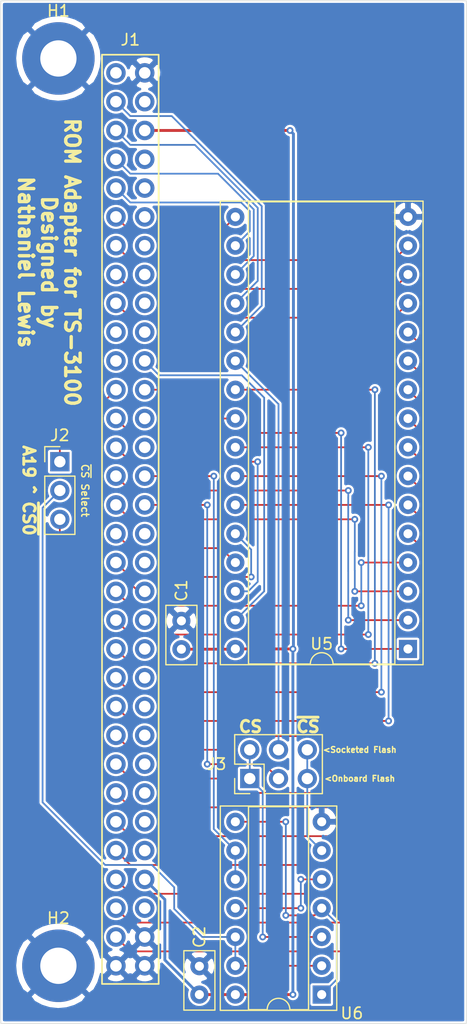
<source format=kicad_pcb>
(kicad_pcb (version 20171130) (host pcbnew 5.1.7)

  (general
    (thickness 1.6)
    (drawings 14)
    (tracks 252)
    (zones 0)
    (modules 9)
    (nets 67)
  )

  (page A4)
  (layers
    (0 F.Cu signal)
    (31 B.Cu signal)
    (32 B.Adhes user)
    (33 F.Adhes user)
    (34 B.Paste user)
    (35 F.Paste user)
    (36 B.SilkS user)
    (37 F.SilkS user)
    (38 B.Mask user)
    (39 F.Mask user)
    (40 Dwgs.User user)
    (41 Cmts.User user)
    (42 Eco1.User user)
    (43 Eco2.User user)
    (44 Edge.Cuts user)
    (45 Margin user)
    (46 B.CrtYd user)
    (47 F.CrtYd user)
    (48 B.Fab user)
    (49 F.Fab user)
  )

  (setup
    (last_trace_width 0.1524)
    (user_trace_width 0.1524)
    (trace_clearance 0.2)
    (zone_clearance 0.1524)
    (zone_45_only no)
    (trace_min 0.1524)
    (via_size 0.8)
    (via_drill 0.4)
    (via_min_size 0.59944)
    (via_min_drill 0.29972)
    (user_via 0.6 0.3)
    (uvia_size 0.3)
    (uvia_drill 0.1)
    (uvias_allowed no)
    (uvia_min_size 0.2)
    (uvia_min_drill 0.1)
    (edge_width 0.05)
    (segment_width 0.2)
    (pcb_text_width 0.3)
    (pcb_text_size 1.5 1.5)
    (mod_edge_width 0.12)
    (mod_text_size 1 1)
    (mod_text_width 0.15)
    (pad_size 1.524 1.524)
    (pad_drill 0.762)
    (pad_to_mask_clearance 0)
    (aux_axis_origin 0 0)
    (visible_elements FFFFFF7F)
    (pcbplotparams
      (layerselection 0x010f0_ffffffff)
      (usegerberextensions true)
      (usegerberattributes false)
      (usegerberadvancedattributes false)
      (creategerberjobfile false)
      (excludeedgelayer true)
      (linewidth 0.100000)
      (plotframeref false)
      (viasonmask false)
      (mode 1)
      (useauxorigin false)
      (hpglpennumber 1)
      (hpglpenspeed 20)
      (hpglpendiameter 15.000000)
      (psnegative false)
      (psa4output false)
      (plotreference true)
      (plotvalue true)
      (plotinvisibletext false)
      (padsonsilk false)
      (subtractmaskfromsilk false)
      (outputformat 1)
      (mirror false)
      (drillshape 0)
      (scaleselection 1)
      (outputdirectory "out"))
  )

  (net 0 "")
  (net 1 "Net-(J1-Pad10A)")
  (net 2 "Net-(J1-Pad11A)")
  (net 3 GND)
  (net 4 "Net-(J1-Pad5B)")
  (net 5 "Net-(J1-Pad6B)")
  (net 6 "Net-(J1-Pad7B)")
  (net 7 "Net-(J1-Pad8B)")
  (net 8 "Net-(J1-Pad9B)")
  (net 9 "Net-(J1-Pad10B)")
  (net 10 "Net-(J1-Pad17B)")
  (net 11 "Net-(J1-Pad18B)")
  (net 12 "Net-(J1-Pad26B)")
  (net 13 "Net-(J1-Pad27B)")
  (net 14 "Net-(J1-Pad28B)")
  (net 15 "Net-(J1-Pad30B)")
  (net 16 /D0)
  (net 17 /D1)
  (net 18 /D2)
  (net 19 /D3)
  (net 20 /D4)
  (net 21 /D5)
  (net 22 /D6)
  (net 23 /D7)
  (net 24 +5V)
  (net 25 ~RD)
  (net 26 ~WR)
  (net 27 /A0)
  (net 28 /A1)
  (net 29 /A2)
  (net 30 /A3)
  (net 31 /A4)
  (net 32 /A5)
  (net 33 /A6)
  (net 34 /A7)
  (net 35 /A8)
  (net 36 /A9)
  (net 37 /A10)
  (net 38 /A11)
  (net 39 /A12)
  (net 40 /A13)
  (net 41 /A14)
  (net 42 /A15)
  (net 43 /A16)
  (net 44 /A17)
  (net 45 /A18)
  (net 46 /A19)
  (net 47 ~CS0)
  (net 48 ~MAIN_FLASH_CS)
  (net 49 ~BUCS)
  (net 50 "Net-(J1-Pad25B)")
  (net 51 "Net-(J1-Pad24B)")
  (net 52 "Net-(J1-Pad23B)")
  (net 53 "Net-(J1-Pad22B)")
  (net 54 "Net-(J1-Pad21B)")
  (net 55 "Net-(J1-Pad20B)")
  (net 56 "Net-(J1-Pad14B)")
  (net 57 "Net-(J1-Pad13B)")
  (net 58 "Net-(J1-Pad4B)")
  (net 59 "Net-(J1-Pad2B)")
  (net 60 "Net-(J1-Pad1A)")
  (net 61 ~FLASH_CS)
  (net 62 /CS_SELECT)
  (net 63 /~CS_SELECT)
  (net 64 /BUCS)
  (net 65 /~CS)
  (net 66 /CS)

  (net_class Default "This is the default net class."
    (clearance 0.2)
    (trace_width 0.25)
    (via_dia 0.8)
    (via_drill 0.4)
    (uvia_dia 0.3)
    (uvia_drill 0.1)
    (add_net +5V)
    (add_net /A0)
    (add_net /A1)
    (add_net /A10)
    (add_net /A11)
    (add_net /A12)
    (add_net /A13)
    (add_net /A14)
    (add_net /A15)
    (add_net /A16)
    (add_net /A17)
    (add_net /A18)
    (add_net /A19)
    (add_net /A2)
    (add_net /A3)
    (add_net /A4)
    (add_net /A5)
    (add_net /A6)
    (add_net /A7)
    (add_net /A8)
    (add_net /A9)
    (add_net /BUCS)
    (add_net /CS)
    (add_net /CS_SELECT)
    (add_net /D0)
    (add_net /D1)
    (add_net /D2)
    (add_net /D3)
    (add_net /D4)
    (add_net /D5)
    (add_net /D6)
    (add_net /D7)
    (add_net /~CS)
    (add_net /~CS_SELECT)
    (add_net GND)
    (add_net "Net-(J1-Pad10A)")
    (add_net "Net-(J1-Pad10B)")
    (add_net "Net-(J1-Pad11A)")
    (add_net "Net-(J1-Pad13B)")
    (add_net "Net-(J1-Pad14B)")
    (add_net "Net-(J1-Pad17B)")
    (add_net "Net-(J1-Pad18B)")
    (add_net "Net-(J1-Pad1A)")
    (add_net "Net-(J1-Pad20B)")
    (add_net "Net-(J1-Pad21B)")
    (add_net "Net-(J1-Pad22B)")
    (add_net "Net-(J1-Pad23B)")
    (add_net "Net-(J1-Pad24B)")
    (add_net "Net-(J1-Pad25B)")
    (add_net "Net-(J1-Pad26B)")
    (add_net "Net-(J1-Pad27B)")
    (add_net "Net-(J1-Pad28B)")
    (add_net "Net-(J1-Pad2B)")
    (add_net "Net-(J1-Pad30B)")
    (add_net "Net-(J1-Pad4B)")
    (add_net "Net-(J1-Pad5B)")
    (add_net "Net-(J1-Pad6B)")
    (add_net "Net-(J1-Pad7B)")
    (add_net "Net-(J1-Pad8B)")
    (add_net "Net-(J1-Pad9B)")
    (add_net ~BUCS)
    (add_net ~CS0)
    (add_net ~FLASH_CS)
    (add_net ~MAIN_FLASH_CS)
    (add_net ~RD)
    (add_net ~WR)
  )

  (module Capacitor_THT:C_Disc_D5.0mm_W2.5mm_P2.50mm (layer F.Cu) (tedit 5AE50EF0) (tstamp 5FC1CFA3)
    (at 143.637 143.5735 90)
    (descr "C, Disc series, Radial, pin pitch=2.50mm, , diameter*width=5*2.5mm^2, Capacitor, http://cdn-reichelt.de/documents/datenblatt/B300/DS_KERKO_TC.pdf")
    (tags "C Disc series Radial pin pitch 2.50mm  diameter 5mm width 2.5mm Capacitor")
    (path /5FC27825)
    (fp_text reference C2 (at 5.08 0 90) (layer F.SilkS)
      (effects (font (size 1 1) (thickness 0.15)))
    )
    (fp_text value 0.1uF (at 1.25 2.5 90) (layer F.Fab)
      (effects (font (size 1 1) (thickness 0.15)))
    )
    (fp_text user %R (at 5.08 0 90) (layer F.Fab)
      (effects (font (size 1 1) (thickness 0.15)))
    )
    (fp_line (start -1.25 -1.25) (end -1.25 1.25) (layer F.Fab) (width 0.1))
    (fp_line (start -1.25 1.25) (end 3.75 1.25) (layer F.Fab) (width 0.1))
    (fp_line (start 3.75 1.25) (end 3.75 -1.25) (layer F.Fab) (width 0.1))
    (fp_line (start 3.75 -1.25) (end -1.25 -1.25) (layer F.Fab) (width 0.1))
    (fp_line (start -1.37 -1.37) (end 3.87 -1.37) (layer F.SilkS) (width 0.12))
    (fp_line (start -1.37 1.37) (end 3.87 1.37) (layer F.SilkS) (width 0.12))
    (fp_line (start -1.37 -1.37) (end -1.37 1.37) (layer F.SilkS) (width 0.12))
    (fp_line (start 3.87 -1.37) (end 3.87 1.37) (layer F.SilkS) (width 0.12))
    (fp_line (start -1.5 -1.5) (end -1.5 1.5) (layer F.CrtYd) (width 0.05))
    (fp_line (start -1.5 1.5) (end 4 1.5) (layer F.CrtYd) (width 0.05))
    (fp_line (start 4 1.5) (end 4 -1.5) (layer F.CrtYd) (width 0.05))
    (fp_line (start 4 -1.5) (end -1.5 -1.5) (layer F.CrtYd) (width 0.05))
    (pad 2 thru_hole circle (at 2.5 0 90) (size 1.6 1.6) (drill 0.8) (layers *.Cu *.Mask)
      (net 3 GND))
    (pad 1 thru_hole circle (at 0 0 90) (size 1.6 1.6) (drill 0.8) (layers *.Cu *.Mask)
      (net 24 +5V))
    (model ${KISYS3DMOD}/Capacitor_THT.3dshapes/C_Disc_D5.0mm_W2.5mm_P2.50mm.wrl
      (at (xyz 0 0 0))
      (scale (xyz 1 1 1))
      (rotate (xyz 0 0 0))
    )
  )

  (module Capacitor_THT:C_Disc_D5.0mm_W2.5mm_P2.50mm (layer F.Cu) (tedit 5AE50EF0) (tstamp 5FC1D1E6)
    (at 142.0495 113.117 90)
    (descr "C, Disc series, Radial, pin pitch=2.50mm, , diameter*width=5*2.5mm^2, Capacitor, http://cdn-reichelt.de/documents/datenblatt/B300/DS_KERKO_TC.pdf")
    (tags "C Disc series Radial pin pitch 2.50mm  diameter 5mm width 2.5mm Capacitor")
    (path /5FC22735)
    (fp_text reference C1 (at 5.167 0 90) (layer F.SilkS)
      (effects (font (size 1 1) (thickness 0.15)))
    )
    (fp_text value 0.1uF (at 1.25 2.5 90) (layer F.Fab)
      (effects (font (size 1 1) (thickness 0.15)))
    )
    (fp_text user %R (at 5.167 0 90) (layer F.Fab)
      (effects (font (size 1 1) (thickness 0.15)))
    )
    (fp_line (start -1.25 -1.25) (end -1.25 1.25) (layer F.Fab) (width 0.1))
    (fp_line (start -1.25 1.25) (end 3.75 1.25) (layer F.Fab) (width 0.1))
    (fp_line (start 3.75 1.25) (end 3.75 -1.25) (layer F.Fab) (width 0.1))
    (fp_line (start 3.75 -1.25) (end -1.25 -1.25) (layer F.Fab) (width 0.1))
    (fp_line (start -1.37 -1.37) (end 3.87 -1.37) (layer F.SilkS) (width 0.12))
    (fp_line (start -1.37 1.37) (end 3.87 1.37) (layer F.SilkS) (width 0.12))
    (fp_line (start -1.37 -1.37) (end -1.37 1.37) (layer F.SilkS) (width 0.12))
    (fp_line (start 3.87 -1.37) (end 3.87 1.37) (layer F.SilkS) (width 0.12))
    (fp_line (start -1.5 -1.5) (end -1.5 1.5) (layer F.CrtYd) (width 0.05))
    (fp_line (start -1.5 1.5) (end 4 1.5) (layer F.CrtYd) (width 0.05))
    (fp_line (start 4 1.5) (end 4 -1.5) (layer F.CrtYd) (width 0.05))
    (fp_line (start 4 -1.5) (end -1.5 -1.5) (layer F.CrtYd) (width 0.05))
    (pad 2 thru_hole circle (at 2.5 0 90) (size 1.6 1.6) (drill 0.8) (layers *.Cu *.Mask)
      (net 3 GND))
    (pad 1 thru_hole circle (at 0 0 90) (size 1.6 1.6) (drill 0.8) (layers *.Cu *.Mask)
      (net 24 +5V))
    (model ${KISYS3DMOD}/Capacitor_THT.3dshapes/C_Disc_D5.0mm_W2.5mm_P2.50mm.wrl
      (at (xyz 0 0 0))
      (scale (xyz 1 1 1))
      (rotate (xyz 0 0 0))
    )
  )

  (module Connector_PinHeader_2.54mm:PinHeader_1x03_P2.54mm_Vertical (layer F.Cu) (tedit 59FED5CC) (tstamp 5FC187F7)
    (at 131.318 96.5835)
    (descr "Through hole straight pin header, 1x03, 2.54mm pitch, single row")
    (tags "Through hole pin header THT 1x03 2.54mm single row")
    (path /5FC4382F)
    (fp_text reference J2 (at 0 -2.33) (layer F.SilkS)
      (effects (font (size 1 1) (thickness 0.15)))
    )
    (fp_text value "CS0 or A19" (at 2.4765 2.6035 270) (layer F.Fab)
      (effects (font (size 1 1) (thickness 0.15)))
    )
    (fp_line (start 1.8 -1.8) (end -1.8 -1.8) (layer F.CrtYd) (width 0.05))
    (fp_line (start 1.8 6.85) (end 1.8 -1.8) (layer F.CrtYd) (width 0.05))
    (fp_line (start -1.8 6.85) (end 1.8 6.85) (layer F.CrtYd) (width 0.05))
    (fp_line (start -1.8 -1.8) (end -1.8 6.85) (layer F.CrtYd) (width 0.05))
    (fp_line (start -1.33 -1.33) (end 0 -1.33) (layer F.SilkS) (width 0.12))
    (fp_line (start -1.33 0) (end -1.33 -1.33) (layer F.SilkS) (width 0.12))
    (fp_line (start -1.33 1.27) (end 1.33 1.27) (layer F.SilkS) (width 0.12))
    (fp_line (start 1.33 1.27) (end 1.33 6.41) (layer F.SilkS) (width 0.12))
    (fp_line (start -1.33 1.27) (end -1.33 6.41) (layer F.SilkS) (width 0.12))
    (fp_line (start -1.33 6.41) (end 1.33 6.41) (layer F.SilkS) (width 0.12))
    (fp_line (start -1.27 -0.635) (end -0.635 -1.27) (layer F.Fab) (width 0.1))
    (fp_line (start -1.27 6.35) (end -1.27 -0.635) (layer F.Fab) (width 0.1))
    (fp_line (start 1.27 6.35) (end -1.27 6.35) (layer F.Fab) (width 0.1))
    (fp_line (start 1.27 -1.27) (end 1.27 6.35) (layer F.Fab) (width 0.1))
    (fp_line (start -0.635 -1.27) (end 1.27 -1.27) (layer F.Fab) (width 0.1))
    (fp_text user %R (at 0 2.54 90) (layer F.Fab)
      (effects (font (size 1 1) (thickness 0.15)))
    )
    (pad 3 thru_hole oval (at 0 5.08) (size 1.7 1.7) (drill 1) (layers *.Cu *.Mask)
      (net 47 ~CS0))
    (pad 2 thru_hole oval (at 0 2.54) (size 1.7 1.7) (drill 1) (layers *.Cu *.Mask)
      (net 62 /CS_SELECT))
    (pad 1 thru_hole rect (at 0 0) (size 1.7 1.7) (drill 1) (layers *.Cu *.Mask)
      (net 46 /A19))
    (model ${KISYS3DMOD}/Connector_PinHeader_2.54mm.3dshapes/PinHeader_1x03_P2.54mm_Vertical.wrl
      (at (xyz 0 0 0))
      (scale (xyz 1 1 1))
      (rotate (xyz 0 0 0))
    )
  )

  (module Connector_PinHeader_2.54mm:PinHeader_2x03_P2.54mm_Vertical (layer F.Cu) (tedit 59FED5CC) (tstamp 5FC1D5F3)
    (at 148.082 124.5235 90)
    (descr "Through hole straight pin header, 2x03, 2.54mm pitch, double rows")
    (tags "Through hole pin header THT 2x03 2.54mm double row")
    (path /5FC92BC4)
    (fp_text reference J3 (at 1.27 -2.921 180) (layer F.SilkS)
      (effects (font (size 1 1) (thickness 0.15)))
    )
    (fp_text value "CS Select" (at 5.08 2.286 180) (layer F.Fab)
      (effects (font (size 1 1) (thickness 0.15)))
    )
    (fp_line (start 4.35 -1.8) (end -1.8 -1.8) (layer F.CrtYd) (width 0.05))
    (fp_line (start 4.35 6.85) (end 4.35 -1.8) (layer F.CrtYd) (width 0.05))
    (fp_line (start -1.8 6.85) (end 4.35 6.85) (layer F.CrtYd) (width 0.05))
    (fp_line (start -1.8 -1.8) (end -1.8 6.85) (layer F.CrtYd) (width 0.05))
    (fp_line (start -1.33 -1.33) (end 0 -1.33) (layer F.SilkS) (width 0.12))
    (fp_line (start -1.33 0) (end -1.33 -1.33) (layer F.SilkS) (width 0.12))
    (fp_line (start 1.27 -1.33) (end 3.87 -1.33) (layer F.SilkS) (width 0.12))
    (fp_line (start 1.27 1.27) (end 1.27 -1.33) (layer F.SilkS) (width 0.12))
    (fp_line (start -1.33 1.27) (end 1.27 1.27) (layer F.SilkS) (width 0.12))
    (fp_line (start 3.87 -1.33) (end 3.87 6.41) (layer F.SilkS) (width 0.12))
    (fp_line (start -1.33 1.27) (end -1.33 6.41) (layer F.SilkS) (width 0.12))
    (fp_line (start -1.33 6.41) (end 3.87 6.41) (layer F.SilkS) (width 0.12))
    (fp_line (start -1.27 0) (end 0 -1.27) (layer F.Fab) (width 0.1))
    (fp_line (start -1.27 6.35) (end -1.27 0) (layer F.Fab) (width 0.1))
    (fp_line (start 3.81 6.35) (end -1.27 6.35) (layer F.Fab) (width 0.1))
    (fp_line (start 3.81 -1.27) (end 3.81 6.35) (layer F.Fab) (width 0.1))
    (fp_line (start 0 -1.27) (end 3.81 -1.27) (layer F.Fab) (width 0.1))
    (fp_text user %R (at 1.27 2.54) (layer F.Fab)
      (effects (font (size 1 1) (thickness 0.15)))
    )
    (pad 6 thru_hole oval (at 2.54 5.08 90) (size 1.7 1.7) (drill 1) (layers *.Cu *.Mask)
      (net 65 /~CS))
    (pad 5 thru_hole oval (at 0 5.08 90) (size 1.7 1.7) (drill 1) (layers *.Cu *.Mask)
      (net 65 /~CS))
    (pad 4 thru_hole oval (at 2.54 2.54 90) (size 1.7 1.7) (drill 1) (layers *.Cu *.Mask)
      (net 61 ~FLASH_CS))
    (pad 3 thru_hole oval (at 0 2.54 90) (size 1.7 1.7) (drill 1) (layers *.Cu *.Mask)
      (net 48 ~MAIN_FLASH_CS))
    (pad 2 thru_hole oval (at 2.54 0 90) (size 1.7 1.7) (drill 1) (layers *.Cu *.Mask)
      (net 66 /CS))
    (pad 1 thru_hole rect (at 0 0 90) (size 1.7 1.7) (drill 1) (layers *.Cu *.Mask)
      (net 66 /CS))
    (model ${KISYS3DMOD}/Connector_PinHeader_2.54mm.3dshapes/PinHeader_2x03_P2.54mm_Vertical.wrl
      (at (xyz 0 0 0))
      (scale (xyz 1 1 1))
      (rotate (xyz 0 0 0))
    )
  )

  (module Package_DIP:DIP-14_W7.62mm_Socket (layer F.Cu) (tedit 5A02E8C5) (tstamp 5FC1C6DC)
    (at 154.432 143.5735 180)
    (descr "14-lead though-hole mounted DIP package, row spacing 7.62 mm (300 mils), Socket")
    (tags "THT DIP DIL PDIP 2.54mm 7.62mm 300mil Socket")
    (path /5FF4693F)
    (fp_text reference U6 (at -2.667 -1.651) (layer F.SilkS)
      (effects (font (size 1 1) (thickness 0.15)))
    )
    (fp_text value 74LS00 (at 3.81 -1.4605) (layer F.Fab)
      (effects (font (size 1 1) (thickness 0.15)))
    )
    (fp_line (start 9.15 -1.6) (end -1.55 -1.6) (layer F.CrtYd) (width 0.05))
    (fp_line (start 9.15 16.85) (end 9.15 -1.6) (layer F.CrtYd) (width 0.05))
    (fp_line (start -1.55 16.85) (end 9.15 16.85) (layer F.CrtYd) (width 0.05))
    (fp_line (start -1.55 -1.6) (end -1.55 16.85) (layer F.CrtYd) (width 0.05))
    (fp_line (start 8.95 -1.39) (end -1.33 -1.39) (layer F.SilkS) (width 0.12))
    (fp_line (start 8.95 16.63) (end 8.95 -1.39) (layer F.SilkS) (width 0.12))
    (fp_line (start -1.33 16.63) (end 8.95 16.63) (layer F.SilkS) (width 0.12))
    (fp_line (start -1.33 -1.39) (end -1.33 16.63) (layer F.SilkS) (width 0.12))
    (fp_line (start 6.46 -1.33) (end 4.81 -1.33) (layer F.SilkS) (width 0.12))
    (fp_line (start 6.46 16.57) (end 6.46 -1.33) (layer F.SilkS) (width 0.12))
    (fp_line (start 1.16 16.57) (end 6.46 16.57) (layer F.SilkS) (width 0.12))
    (fp_line (start 1.16 -1.33) (end 1.16 16.57) (layer F.SilkS) (width 0.12))
    (fp_line (start 2.81 -1.33) (end 1.16 -1.33) (layer F.SilkS) (width 0.12))
    (fp_line (start 8.89 -1.33) (end -1.27 -1.33) (layer F.Fab) (width 0.1))
    (fp_line (start 8.89 16.57) (end 8.89 -1.33) (layer F.Fab) (width 0.1))
    (fp_line (start -1.27 16.57) (end 8.89 16.57) (layer F.Fab) (width 0.1))
    (fp_line (start -1.27 -1.33) (end -1.27 16.57) (layer F.Fab) (width 0.1))
    (fp_line (start 0.635 -0.27) (end 1.635 -1.27) (layer F.Fab) (width 0.1))
    (fp_line (start 0.635 16.51) (end 0.635 -0.27) (layer F.Fab) (width 0.1))
    (fp_line (start 6.985 16.51) (end 0.635 16.51) (layer F.Fab) (width 0.1))
    (fp_line (start 6.985 -1.27) (end 6.985 16.51) (layer F.Fab) (width 0.1))
    (fp_line (start 1.635 -1.27) (end 6.985 -1.27) (layer F.Fab) (width 0.1))
    (fp_text user %R (at 3.81 7.62) (layer F.Fab)
      (effects (font (size 1 1) (thickness 0.15)))
    )
    (fp_arc (start 3.81 -1.33) (end 2.81 -1.33) (angle -180) (layer F.SilkS) (width 0.12))
    (pad 14 thru_hole oval (at 7.62 0 180) (size 1.6 1.6) (drill 0.8) (layers *.Cu *.Mask)
      (net 24 +5V))
    (pad 7 thru_hole oval (at 0 15.24 180) (size 1.6 1.6) (drill 0.8) (layers *.Cu *.Mask)
      (net 3 GND))
    (pad 13 thru_hole oval (at 7.62 2.54 180) (size 1.6 1.6) (drill 0.8) (layers *.Cu *.Mask)
      (net 62 /CS_SELECT))
    (pad 6 thru_hole oval (at 0 12.7 180) (size 1.6 1.6) (drill 0.8) (layers *.Cu *.Mask)
      (net 65 /~CS))
    (pad 12 thru_hole oval (at 7.62 5.08 180) (size 1.6 1.6) (drill 0.8) (layers *.Cu *.Mask)
      (net 62 /CS_SELECT))
    (pad 5 thru_hole oval (at 0 10.16 180) (size 1.6 1.6) (drill 0.8) (layers *.Cu *.Mask)
      (net 63 /~CS_SELECT))
    (pad 11 thru_hole oval (at 7.62 7.62 180) (size 1.6 1.6) (drill 0.8) (layers *.Cu *.Mask)
      (net 63 /~CS_SELECT))
    (pad 4 thru_hole oval (at 0 7.62 180) (size 1.6 1.6) (drill 0.8) (layers *.Cu *.Mask)
      (net 64 /BUCS))
    (pad 10 thru_hole oval (at 7.62 10.16 180) (size 1.6 1.6) (drill 0.8) (layers *.Cu *.Mask)
      (net 49 ~BUCS))
    (pad 3 thru_hole oval (at 0 5.08 180) (size 1.6 1.6) (drill 0.8) (layers *.Cu *.Mask)
      (net 66 /CS))
    (pad 9 thru_hole oval (at 7.62 12.7 180) (size 1.6 1.6) (drill 0.8) (layers *.Cu *.Mask)
      (net 49 ~BUCS))
    (pad 2 thru_hole oval (at 0 2.54 180) (size 1.6 1.6) (drill 0.8) (layers *.Cu *.Mask)
      (net 62 /CS_SELECT))
    (pad 8 thru_hole oval (at 7.62 15.24 180) (size 1.6 1.6) (drill 0.8) (layers *.Cu *.Mask)
      (net 64 /BUCS))
    (pad 1 thru_hole rect (at 0 0 180) (size 1.6 1.6) (drill 0.8) (layers *.Cu *.Mask)
      (net 64 /BUCS))
    (model ${KISYS3DMOD}/Package_DIP.3dshapes/DIP-14_W7.62mm_Socket.wrl
      (at (xyz 0 0 0))
      (scale (xyz 1 1 1))
      (rotate (xyz 0 0 0))
    )
  )

  (module Package_DIP:DIP-32_W15.24mm_Socket (layer F.Cu) (tedit 5A02E8C5) (tstamp 5FC16665)
    (at 162.052 113.0935 180)
    (descr "32-lead though-hole mounted DIP package, row spacing 15.24 mm (600 mils), Socket")
    (tags "THT DIP DIL PDIP 2.54mm 15.24mm 600mil Socket")
    (path /5FBE0E42)
    (fp_text reference U5 (at 7.62 0.4445) (layer F.SilkS)
      (effects (font (size 1 1) (thickness 0.15)))
    )
    (fp_text value SST39SF040 (at 7.62 40.43) (layer F.Fab)
      (effects (font (size 1 1) (thickness 0.15)))
    )
    (fp_line (start 16.8 -1.6) (end -1.55 -1.6) (layer F.CrtYd) (width 0.05))
    (fp_line (start 16.8 39.7) (end 16.8 -1.6) (layer F.CrtYd) (width 0.05))
    (fp_line (start -1.55 39.7) (end 16.8 39.7) (layer F.CrtYd) (width 0.05))
    (fp_line (start -1.55 -1.6) (end -1.55 39.7) (layer F.CrtYd) (width 0.05))
    (fp_line (start 16.57 -1.39) (end -1.33 -1.39) (layer F.SilkS) (width 0.12))
    (fp_line (start 16.57 39.49) (end 16.57 -1.39) (layer F.SilkS) (width 0.12))
    (fp_line (start -1.33 39.49) (end 16.57 39.49) (layer F.SilkS) (width 0.12))
    (fp_line (start -1.33 -1.39) (end -1.33 39.49) (layer F.SilkS) (width 0.12))
    (fp_line (start 14.08 -1.33) (end 8.62 -1.33) (layer F.SilkS) (width 0.12))
    (fp_line (start 14.08 39.43) (end 14.08 -1.33) (layer F.SilkS) (width 0.12))
    (fp_line (start 1.16 39.43) (end 14.08 39.43) (layer F.SilkS) (width 0.12))
    (fp_line (start 1.16 -1.33) (end 1.16 39.43) (layer F.SilkS) (width 0.12))
    (fp_line (start 6.62 -1.33) (end 1.16 -1.33) (layer F.SilkS) (width 0.12))
    (fp_line (start 16.51 -1.33) (end -1.27 -1.33) (layer F.Fab) (width 0.1))
    (fp_line (start 16.51 39.43) (end 16.51 -1.33) (layer F.Fab) (width 0.1))
    (fp_line (start -1.27 39.43) (end 16.51 39.43) (layer F.Fab) (width 0.1))
    (fp_line (start -1.27 -1.33) (end -1.27 39.43) (layer F.Fab) (width 0.1))
    (fp_line (start 0.255 -0.27) (end 1.255 -1.27) (layer F.Fab) (width 0.1))
    (fp_line (start 0.255 39.37) (end 0.255 -0.27) (layer F.Fab) (width 0.1))
    (fp_line (start 14.985 39.37) (end 0.255 39.37) (layer F.Fab) (width 0.1))
    (fp_line (start 14.985 -1.27) (end 14.985 39.37) (layer F.Fab) (width 0.1))
    (fp_line (start 1.255 -1.27) (end 14.985 -1.27) (layer F.Fab) (width 0.1))
    (fp_text user %R (at 7.62 19.05) (layer F.Fab)
      (effects (font (size 1 1) (thickness 0.15)))
    )
    (fp_arc (start 7.62 -1.33) (end 6.62 -1.33) (angle -180) (layer F.SilkS) (width 0.12))
    (pad 32 thru_hole oval (at 15.24 0 180) (size 1.6 1.6) (drill 0.8) (layers *.Cu *.Mask)
      (net 24 +5V))
    (pad 16 thru_hole oval (at 0 38.1 180) (size 1.6 1.6) (drill 0.8) (layers *.Cu *.Mask)
      (net 3 GND))
    (pad 31 thru_hole oval (at 15.24 2.54 180) (size 1.6 1.6) (drill 0.8) (layers *.Cu *.Mask)
      (net 26 ~WR))
    (pad 15 thru_hole oval (at 0 35.56 180) (size 1.6 1.6) (drill 0.8) (layers *.Cu *.Mask)
      (net 18 /D2))
    (pad 30 thru_hole oval (at 15.24 5.08 180) (size 1.6 1.6) (drill 0.8) (layers *.Cu *.Mask)
      (net 44 /A17))
    (pad 14 thru_hole oval (at 0 33.02 180) (size 1.6 1.6) (drill 0.8) (layers *.Cu *.Mask)
      (net 17 /D1))
    (pad 29 thru_hole oval (at 15.24 7.62 180) (size 1.6 1.6) (drill 0.8) (layers *.Cu *.Mask)
      (net 41 /A14))
    (pad 13 thru_hole oval (at 0 30.48 180) (size 1.6 1.6) (drill 0.8) (layers *.Cu *.Mask)
      (net 16 /D0))
    (pad 28 thru_hole oval (at 15.24 10.16 180) (size 1.6 1.6) (drill 0.8) (layers *.Cu *.Mask)
      (net 40 /A13))
    (pad 12 thru_hole oval (at 0 27.94 180) (size 1.6 1.6) (drill 0.8) (layers *.Cu *.Mask)
      (net 27 /A0))
    (pad 27 thru_hole oval (at 15.24 12.7 180) (size 1.6 1.6) (drill 0.8) (layers *.Cu *.Mask)
      (net 35 /A8))
    (pad 11 thru_hole oval (at 0 25.4 180) (size 1.6 1.6) (drill 0.8) (layers *.Cu *.Mask)
      (net 28 /A1))
    (pad 26 thru_hole oval (at 15.24 15.24 180) (size 1.6 1.6) (drill 0.8) (layers *.Cu *.Mask)
      (net 36 /A9))
    (pad 10 thru_hole oval (at 0 22.86 180) (size 1.6 1.6) (drill 0.8) (layers *.Cu *.Mask)
      (net 29 /A2))
    (pad 25 thru_hole oval (at 15.24 17.78 180) (size 1.6 1.6) (drill 0.8) (layers *.Cu *.Mask)
      (net 38 /A11))
    (pad 9 thru_hole oval (at 0 20.32 180) (size 1.6 1.6) (drill 0.8) (layers *.Cu *.Mask)
      (net 30 /A3))
    (pad 24 thru_hole oval (at 15.24 20.32 180) (size 1.6 1.6) (drill 0.8) (layers *.Cu *.Mask)
      (net 25 ~RD))
    (pad 8 thru_hole oval (at 0 17.78 180) (size 1.6 1.6) (drill 0.8) (layers *.Cu *.Mask)
      (net 31 /A4))
    (pad 23 thru_hole oval (at 15.24 22.86 180) (size 1.6 1.6) (drill 0.8) (layers *.Cu *.Mask)
      (net 37 /A10))
    (pad 7 thru_hole oval (at 0 15.24 180) (size 1.6 1.6) (drill 0.8) (layers *.Cu *.Mask)
      (net 32 /A5))
    (pad 22 thru_hole oval (at 15.24 25.4 180) (size 1.6 1.6) (drill 0.8) (layers *.Cu *.Mask)
      (net 61 ~FLASH_CS))
    (pad 6 thru_hole oval (at 0 12.7 180) (size 1.6 1.6) (drill 0.8) (layers *.Cu *.Mask)
      (net 33 /A6))
    (pad 21 thru_hole oval (at 15.24 27.94 180) (size 1.6 1.6) (drill 0.8) (layers *.Cu *.Mask)
      (net 23 /D7))
    (pad 5 thru_hole oval (at 0 10.16 180) (size 1.6 1.6) (drill 0.8) (layers *.Cu *.Mask)
      (net 34 /A7))
    (pad 20 thru_hole oval (at 15.24 30.48 180) (size 1.6 1.6) (drill 0.8) (layers *.Cu *.Mask)
      (net 22 /D6))
    (pad 4 thru_hole oval (at 0 7.62 180) (size 1.6 1.6) (drill 0.8) (layers *.Cu *.Mask)
      (net 39 /A12))
    (pad 19 thru_hole oval (at 15.24 33.02 180) (size 1.6 1.6) (drill 0.8) (layers *.Cu *.Mask)
      (net 21 /D5))
    (pad 3 thru_hole oval (at 0 5.08 180) (size 1.6 1.6) (drill 0.8) (layers *.Cu *.Mask)
      (net 42 /A15))
    (pad 18 thru_hole oval (at 15.24 35.56 180) (size 1.6 1.6) (drill 0.8) (layers *.Cu *.Mask)
      (net 20 /D4))
    (pad 2 thru_hole oval (at 0 2.54 180) (size 1.6 1.6) (drill 0.8) (layers *.Cu *.Mask)
      (net 43 /A16))
    (pad 17 thru_hole oval (at 15.24 38.1 180) (size 1.6 1.6) (drill 0.8) (layers *.Cu *.Mask)
      (net 19 /D3))
    (pad 1 thru_hole rect (at 0 0 180) (size 1.6 1.6) (drill 0.8) (layers *.Cu *.Mask)
      (net 45 /A18))
    (model ${KISYS3DMOD}/Package_DIP.3dshapes/DIP-32_W15.24mm_Socket.wrl
      (at (xyz 0 0 0))
      (scale (xyz 1 1 1))
      (rotate (xyz 0 0 0))
    )
  )

  (module MountingHole:MountingHole_3.2mm_M3_Pad (layer F.Cu) (tedit 56D1B4CB) (tstamp 5FBBC9B8)
    (at 131.191 61.0235)
    (descr "Mounting Hole 3.2mm, M3")
    (tags "mounting hole 3.2mm m3")
    (path /5FC18886)
    (attr virtual)
    (fp_text reference H1 (at 0 -4.2) (layer F.SilkS)
      (effects (font (size 1 1) (thickness 0.15)))
    )
    (fp_text value " " (at 0 4.2) (layer F.Fab)
      (effects (font (size 1 1) (thickness 0.15)))
    )
    (fp_circle (center 0 0) (end 3.45 0) (layer F.CrtYd) (width 0.05))
    (fp_circle (center 0 0) (end 3.2 0) (layer Cmts.User) (width 0.15))
    (fp_text user %R (at 0.3 0) (layer F.Fab)
      (effects (font (size 1 1) (thickness 0.15)))
    )
    (pad 1 thru_hole circle (at 0 0) (size 6.4 6.4) (drill 3.2) (layers *.Cu *.Mask)
      (net 3 GND))
  )

  (module MountingHole:MountingHole_3.2mm_M3_Pad (layer F.Cu) (tedit 56D1B4CB) (tstamp 5FBBC28D)
    (at 131.191 141.0335)
    (descr "Mounting Hole 3.2mm, M3")
    (tags "mounting hole 3.2mm m3")
    (path /5FC1B4C3)
    (attr virtual)
    (fp_text reference H2 (at 0 -4.2) (layer F.SilkS)
      (effects (font (size 1 1) (thickness 0.15)))
    )
    (fp_text value " " (at 0 4.2) (layer F.Fab)
      (effects (font (size 1 1) (thickness 0.15)))
    )
    (fp_circle (center 0 0) (end 3.45 0) (layer F.CrtYd) (width 0.05))
    (fp_circle (center 0 0) (end 3.2 0) (layer Cmts.User) (width 0.15))
    (fp_text user %R (at 0.3 0) (layer F.Fab)
      (effects (font (size 1 1) (thickness 0.15)))
    )
    (pad 1 thru_hole circle (at 0 0) (size 6.4 6.4) (drill 3.2) (layers *.Cu *.Mask)
      (net 3 GND))
  )

  (module SFUSat:PC104-8bit (layer F.Cu) (tedit 5B1E1BCD) (tstamp 5FBBC8B8)
    (at 137.541 101.6635 180)
    (path /5FC0A23E)
    (fp_text reference J1 (at 0 42.291) (layer F.SilkS)
      (effects (font (size 1 1) (thickness 0.15)))
    )
    (fp_text value PC104-8BIT (at 4.055 -30.0665 90) (layer F.Fab)
      (effects (font (size 1 1) (thickness 0.15)))
    )
    (fp_line (start -3 41.5) (end -3 -41.5) (layer F.CrtYd) (width 0.05))
    (fp_line (start 3 41.5) (end -3 41.5) (layer F.CrtYd) (width 0.05))
    (fp_line (start 3 -41.5) (end 3 41.5) (layer F.CrtYd) (width 0.05))
    (fp_line (start -3 -41.5) (end 3 -41.5) (layer F.CrtYd) (width 0.05))
    (fp_line (start 2.5 40.97) (end 2.5 -40.97) (layer F.Fab) (width 0.15))
    (fp_line (start -2.5 40.97) (end 2.5 40.97) (layer F.Fab) (width 0.15))
    (fp_line (start -2.5 -40.97) (end -2.5 40.97) (layer F.Fab) (width 0.15))
    (fp_line (start 2.5 -40.97) (end -2.5 -40.97) (layer F.Fab) (width 0.15))
    (fp_line (start -2.5 40.97) (end 2.5 40.97) (layer F.SilkS) (width 0.15))
    (fp_line (start -2.5 -40.97) (end -2.5 40.97) (layer F.SilkS) (width 0.15))
    (fp_line (start 2.5 -40.97) (end 2.5 40.97) (layer F.SilkS) (width 0.15))
    (fp_line (start -2.5 -40.97) (end 2.5 -40.97) (layer F.SilkS) (width 0.15))
    (fp_text user %R (at 0 42.291) (layer F.Fab)
      (effects (font (size 1 1) (thickness 0.15)))
    )
    (pad 32B thru_hole circle (at -1.27 -39.37 180) (size 1.72 1.72) (drill 1.02) (layers *.Cu *.Mask)
      (net 3 GND))
    (pad 31B thru_hole circle (at -1.27 -36.83 180) (size 1.72 1.72) (drill 1.02) (layers *.Cu *.Mask)
      (net 3 GND))
    (pad 30B thru_hole circle (at -1.27 -34.29 180) (size 1.72 1.72) (drill 1.02) (layers *.Cu *.Mask)
      (net 15 "Net-(J1-Pad30B)"))
    (pad 29B thru_hole circle (at -1.27 -31.75 180) (size 1.72 1.72) (drill 1.02) (layers *.Cu *.Mask)
      (net 24 +5V))
    (pad 28B thru_hole circle (at -1.27 -29.21 180) (size 1.72 1.72) (drill 1.02) (layers *.Cu *.Mask)
      (net 14 "Net-(J1-Pad28B)"))
    (pad 27B thru_hole circle (at -1.27 -26.67 180) (size 1.72 1.72) (drill 1.02) (layers *.Cu *.Mask)
      (net 13 "Net-(J1-Pad27B)"))
    (pad 26B thru_hole circle (at -1.27 -24.13 180) (size 1.72 1.72) (drill 1.02) (layers *.Cu *.Mask)
      (net 12 "Net-(J1-Pad26B)"))
    (pad 25B thru_hole circle (at -1.27 -21.59 180) (size 1.72 1.72) (drill 1.02) (layers *.Cu *.Mask)
      (net 50 "Net-(J1-Pad25B)"))
    (pad 24B thru_hole circle (at -1.27 -19.05 180) (size 1.72 1.72) (drill 1.02) (layers *.Cu *.Mask)
      (net 51 "Net-(J1-Pad24B)"))
    (pad 23B thru_hole circle (at -1.27 -16.51 180) (size 1.72 1.72) (drill 1.02) (layers *.Cu *.Mask)
      (net 52 "Net-(J1-Pad23B)"))
    (pad 22B thru_hole circle (at -1.27 -13.97 180) (size 1.72 1.72) (drill 1.02) (layers *.Cu *.Mask)
      (net 53 "Net-(J1-Pad22B)"))
    (pad 21B thru_hole circle (at -1.27 -11.43 180) (size 1.72 1.72) (drill 1.02) (layers *.Cu *.Mask)
      (net 54 "Net-(J1-Pad21B)"))
    (pad 20B thru_hole circle (at -1.27 -8.89 180) (size 1.72 1.72) (drill 1.02) (layers *.Cu *.Mask)
      (net 55 "Net-(J1-Pad20B)"))
    (pad 19B thru_hole circle (at -1.27 -6.35 180) (size 1.72 1.72) (drill 1.02) (layers *.Cu *.Mask)
      (net 47 ~CS0))
    (pad 18B thru_hole circle (at -1.27 -3.81 180) (size 1.72 1.72) (drill 1.02) (layers *.Cu *.Mask)
      (net 11 "Net-(J1-Pad18B)"))
    (pad 17B thru_hole circle (at -1.27 -1.27 180) (size 1.72 1.72) (drill 1.02) (layers *.Cu *.Mask)
      (net 10 "Net-(J1-Pad17B)"))
    (pad 16B thru_hole circle (at -1.27 1.27 180) (size 1.72 1.72) (drill 1.02) (layers *.Cu *.Mask)
      (net 48 ~MAIN_FLASH_CS))
    (pad 15B thru_hole circle (at -1.27 3.81 180) (size 1.72 1.72) (drill 1.02) (layers *.Cu *.Mask)
      (net 49 ~BUCS))
    (pad 14B thru_hole circle (at -1.27 6.35 180) (size 1.72 1.72) (drill 1.02) (layers *.Cu *.Mask)
      (net 56 "Net-(J1-Pad14B)"))
    (pad 13B thru_hole circle (at -1.27 8.89 180) (size 1.72 1.72) (drill 1.02) (layers *.Cu *.Mask)
      (net 57 "Net-(J1-Pad13B)"))
    (pad 12B thru_hole circle (at -1.27 11.43 180) (size 1.72 1.72) (drill 1.02) (layers *.Cu *.Mask)
      (net 25 ~RD))
    (pad 11B thru_hole circle (at -1.27 13.97 180) (size 1.72 1.72) (drill 1.02) (layers *.Cu *.Mask)
      (net 26 ~WR))
    (pad 10B thru_hole circle (at -1.27 16.51 180) (size 1.72 1.72) (drill 1.02) (layers *.Cu *.Mask)
      (net 9 "Net-(J1-Pad10B)"))
    (pad 9B thru_hole circle (at -1.27 19.05 180) (size 1.72 1.72) (drill 1.02) (layers *.Cu *.Mask)
      (net 8 "Net-(J1-Pad9B)"))
    (pad 8B thru_hole circle (at -1.27 21.59 180) (size 1.72 1.72) (drill 1.02) (layers *.Cu *.Mask)
      (net 7 "Net-(J1-Pad8B)"))
    (pad 7B thru_hole circle (at -1.27 24.13 180) (size 1.72 1.72) (drill 1.02) (layers *.Cu *.Mask)
      (net 6 "Net-(J1-Pad7B)"))
    (pad 6B thru_hole circle (at -1.27 26.67 180) (size 1.72 1.72) (drill 1.02) (layers *.Cu *.Mask)
      (net 5 "Net-(J1-Pad6B)"))
    (pad 5B thru_hole circle (at -1.27 29.21 180) (size 1.72 1.72) (drill 1.02) (layers *.Cu *.Mask)
      (net 4 "Net-(J1-Pad5B)"))
    (pad 4B thru_hole circle (at -1.27 31.75 180) (size 1.72 1.72) (drill 1.02) (layers *.Cu *.Mask)
      (net 58 "Net-(J1-Pad4B)"))
    (pad 3B thru_hole circle (at -1.27 34.29 180) (size 1.72 1.72) (drill 1.02) (layers *.Cu *.Mask)
      (net 24 +5V))
    (pad 2B thru_hole circle (at -1.27 36.83 180) (size 1.72 1.72) (drill 1.02) (layers *.Cu *.Mask)
      (net 59 "Net-(J1-Pad2B)"))
    (pad 1B thru_hole circle (at -1.27 39.37 180) (size 1.72 1.72) (drill 1.02) (layers *.Cu *.Mask)
      (net 3 GND))
    (pad 32A thru_hole circle (at 1.27 -39.37 180) (size 1.72 1.72) (drill 1.02) (layers *.Cu *.Mask)
      (net 3 GND))
    (pad 31A thru_hole circle (at 1.27 -36.83 180) (size 1.72 1.72) (drill 1.02) (layers *.Cu *.Mask)
      (net 27 /A0))
    (pad 30A thru_hole circle (at 1.27 -34.29 180) (size 1.72 1.72) (drill 1.02) (layers *.Cu *.Mask)
      (net 28 /A1))
    (pad 29A thru_hole circle (at 1.27 -31.75 180) (size 1.72 1.72) (drill 1.02) (layers *.Cu *.Mask)
      (net 29 /A2))
    (pad 28A thru_hole circle (at 1.27 -29.21 180) (size 1.72 1.72) (drill 1.02) (layers *.Cu *.Mask)
      (net 30 /A3))
    (pad 27A thru_hole circle (at 1.27 -26.67 180) (size 1.72 1.72) (drill 1.02) (layers *.Cu *.Mask)
      (net 31 /A4))
    (pad 26A thru_hole circle (at 1.27 -24.13 180) (size 1.72 1.72) (drill 1.02) (layers *.Cu *.Mask)
      (net 32 /A5))
    (pad 25A thru_hole circle (at 1.27 -21.59 180) (size 1.72 1.72) (drill 1.02) (layers *.Cu *.Mask)
      (net 33 /A6))
    (pad 24A thru_hole circle (at 1.27 -19.05 180) (size 1.72 1.72) (drill 1.02) (layers *.Cu *.Mask)
      (net 34 /A7))
    (pad 23A thru_hole circle (at 1.27 -16.51 180) (size 1.72 1.72) (drill 1.02) (layers *.Cu *.Mask)
      (net 35 /A8))
    (pad 22A thru_hole circle (at 1.27 -13.97 180) (size 1.72 1.72) (drill 1.02) (layers *.Cu *.Mask)
      (net 36 /A9))
    (pad 21A thru_hole circle (at 1.27 -11.43 180) (size 1.72 1.72) (drill 1.02) (layers *.Cu *.Mask)
      (net 37 /A10))
    (pad 20A thru_hole circle (at 1.27 -8.89 180) (size 1.72 1.72) (drill 1.02) (layers *.Cu *.Mask)
      (net 38 /A11))
    (pad 19A thru_hole circle (at 1.27 -6.35 180) (size 1.72 1.72) (drill 1.02) (layers *.Cu *.Mask)
      (net 39 /A12))
    (pad 18A thru_hole circle (at 1.27 -3.81 180) (size 1.72 1.72) (drill 1.02) (layers *.Cu *.Mask)
      (net 40 /A13))
    (pad 17A thru_hole circle (at 1.27 -1.27 180) (size 1.72 1.72) (drill 1.02) (layers *.Cu *.Mask)
      (net 41 /A14))
    (pad 16A thru_hole circle (at 1.27 1.27 180) (size 1.72 1.72) (drill 1.02) (layers *.Cu *.Mask)
      (net 42 /A15))
    (pad 15A thru_hole circle (at 1.27 3.81 180) (size 1.72 1.72) (drill 1.02) (layers *.Cu *.Mask)
      (net 43 /A16))
    (pad 14A thru_hole circle (at 1.27 6.35 180) (size 1.72 1.72) (drill 1.02) (layers *.Cu *.Mask)
      (net 44 /A17))
    (pad 13A thru_hole circle (at 1.27 8.89 180) (size 1.72 1.72) (drill 1.02) (layers *.Cu *.Mask)
      (net 45 /A18))
    (pad 12A thru_hole circle (at 1.27 11.43 180) (size 1.72 1.72) (drill 1.02) (layers *.Cu *.Mask)
      (net 46 /A19))
    (pad 11A thru_hole circle (at 1.27 13.97 180) (size 1.72 1.72) (drill 1.02) (layers *.Cu *.Mask)
      (net 2 "Net-(J1-Pad11A)"))
    (pad 10A thru_hole circle (at 1.27 16.51 180) (size 1.72 1.72) (drill 1.02) (layers *.Cu *.Mask)
      (net 1 "Net-(J1-Pad10A)"))
    (pad 9A thru_hole circle (at 1.27 19.05 180) (size 1.72 1.72) (drill 1.02) (layers *.Cu *.Mask)
      (net 16 /D0))
    (pad 8A thru_hole circle (at 1.27 21.59 180) (size 1.72 1.72) (drill 1.02) (layers *.Cu *.Mask)
      (net 17 /D1))
    (pad 7A thru_hole circle (at 1.27 24.13 180) (size 1.72 1.72) (drill 1.02) (layers *.Cu *.Mask)
      (net 18 /D2))
    (pad 6A thru_hole circle (at 1.27 26.67 180) (size 1.72 1.72) (drill 1.02) (layers *.Cu *.Mask)
      (net 19 /D3))
    (pad 5A thru_hole circle (at 1.27 29.21 180) (size 1.72 1.72) (drill 1.02) (layers *.Cu *.Mask)
      (net 20 /D4))
    (pad 4A thru_hole circle (at 1.27 31.75 180) (size 1.72 1.72) (drill 1.02) (layers *.Cu *.Mask)
      (net 21 /D5))
    (pad 3A thru_hole circle (at 1.27 34.29 180) (size 1.72 1.72) (drill 1.02) (layers *.Cu *.Mask)
      (net 22 /D6))
    (pad 2A thru_hole circle (at 1.27 36.83 180) (size 1.72 1.72) (drill 1.02) (layers *.Cu *.Mask)
      (net 23 /D7))
    (pad 1A thru_hole circle (at 1.27 39.37 180) (size 1.72 1.72) (drill 1.02) (layers *.Cu *.Mask)
      (net 60 "Net-(J1-Pad1A)"))
  )

  (gr_text "~CS Select" (at 133.5405 99.1235 270) (layer F.SilkS) (tstamp 5FC20A2B)
    (effects (font (size 0.635 0.635) (thickness 0.127)))
  )
  (gr_text "<Onboard Flash" (at 157.7975 124.5235) (layer F.SilkS) (tstamp 5FC20A2B)
    (effects (font (size 0.508 0.508) (thickness 0.127)))
  )
  (gr_text "<Socketed Flash" (at 157.7975 121.9835) (layer F.SilkS)
    (effects (font (size 0.508 0.508) (thickness 0.127)))
  )
  (gr_text "CS    ~CS" (at 150.6855 119.9515) (layer F.SilkS) (tstamp 5FC1F8FA)
    (effects (font (size 1.016 1.016) (thickness 0.254)))
  )
  (gr_text "A19 ^ ~CS0" (at 128.5875 99.1235 270) (layer F.SilkS)
    (effects (font (size 1.016 1.016) (thickness 0.254)))
  )
  (gr_text "ROM Adapter for TS-3100\nDesigned by\nNathaniel Lewis" (at 130.3655 78.994 270) (layer F.SilkS) (tstamp 5FC213C9)
    (effects (font (size 1.27 1.27) (thickness 0.3)))
  )
  (gr_line (start 167.1955 146.1135) (end 126.111 146.1135) (layer Dwgs.User) (width 0.15) (tstamp 5FC1A22B))
  (gr_line (start 126.111 146.1135) (end 167.1955 146.1135) (layer Edge.Cuts) (width 0.05) (tstamp 5FC1A22A))
  (gr_line (start 167.1955 55.9435) (end 126.111 55.9435) (layer Edge.Cuts) (width 0.05) (tstamp 5FC1A225))
  (gr_line (start 167.1955 55.9435) (end 167.1955 146.1135) (layer Edge.Cuts) (width 0.05))
  (gr_line (start 126.111 55.9435) (end 167.1955 55.9435) (layer Dwgs.User) (width 0.15) (tstamp 5FC1A21C))
  (gr_line (start 167.1955 55.9435) (end 167.1955 146.1135) (layer Dwgs.User) (width 0.15))
  (gr_line (start 126.111 146.1135) (end 126.111 55.9435) (layer Edge.Cuts) (width 0.05) (tstamp 5FC16046))
  (gr_line (start 126.111 146.1135) (end 126.111 55.9435) (layer Dwgs.User) (width 0.15) (tstamp 5FBBC692))

  (segment (start 160.782 83.8835) (end 162.052 82.6135) (width 0.1524) (layer F.Cu) (net 16))
  (segment (start 137.541 83.8835) (end 160.782 83.8835) (width 0.1524) (layer F.Cu) (net 16))
  (segment (start 136.271 82.6135) (end 137.541 83.8835) (width 0.1524) (layer F.Cu) (net 16))
  (segment (start 160.782 81.3435) (end 162.052 80.0735) (width 0.1524) (layer F.Cu) (net 17))
  (segment (start 137.541 81.3435) (end 160.782 81.3435) (width 0.1524) (layer F.Cu) (net 17))
  (segment (start 136.271 80.0735) (end 137.541 81.3435) (width 0.1524) (layer F.Cu) (net 17))
  (segment (start 137.541 78.8035) (end 160.782 78.8035) (width 0.1524) (layer F.Cu) (net 18))
  (segment (start 160.782 78.8035) (end 162.052 77.5335) (width 0.1524) (layer F.Cu) (net 18))
  (segment (start 136.271 77.5335) (end 137.541 78.8035) (width 0.1524) (layer F.Cu) (net 18))
  (segment (start 137.541 76.2635) (end 136.271 74.9935) (width 0.1524) (layer F.Cu) (net 19))
  (segment (start 145.542 76.2635) (end 137.541 76.2635) (width 0.1524) (layer F.Cu) (net 19))
  (segment (start 146.812 74.9935) (end 145.542 76.2635) (width 0.1524) (layer F.Cu) (net 19))
  (segment (start 148.082 74.4855) (end 148.082 76.2635) (width 0.1524) (layer B.Cu) (net 20))
  (segment (start 147.32 73.7235) (end 148.082 74.4855) (width 0.1524) (layer B.Cu) (net 20))
  (segment (start 148.082 76.2635) (end 146.812 77.5335) (width 0.1524) (layer B.Cu) (net 20))
  (segment (start 137.541 73.7235) (end 147.32 73.7235) (width 0.1524) (layer B.Cu) (net 20))
  (segment (start 136.271 72.4535) (end 137.541 73.7235) (width 0.1524) (layer B.Cu) (net 20))
  (segment (start 148.43441 78.45109) (end 146.812 80.0735) (width 0.1524) (layer B.Cu) (net 21))
  (segment (start 148.43441 74.339527) (end 148.43441 78.45109) (width 0.1524) (layer B.Cu) (net 21))
  (segment (start 145.278383 71.1835) (end 148.43441 74.339527) (width 0.1524) (layer B.Cu) (net 21))
  (segment (start 137.541 71.1835) (end 145.278383 71.1835) (width 0.1524) (layer B.Cu) (net 21))
  (segment (start 136.271 69.9135) (end 137.541 71.1835) (width 0.1524) (layer B.Cu) (net 21))
  (segment (start 148.78682 80.63868) (end 146.812 82.6135) (width 0.1524) (layer B.Cu) (net 22))
  (segment (start 148.78682 74.193554) (end 148.78682 80.63868) (width 0.1524) (layer B.Cu) (net 22))
  (segment (start 143.236765 68.6435) (end 148.786819 74.193554) (width 0.1524) (layer B.Cu) (net 22))
  (segment (start 137.541 68.6435) (end 143.236765 68.6435) (width 0.1524) (layer B.Cu) (net 22))
  (segment (start 136.271 67.3735) (end 137.541 68.6435) (width 0.1524) (layer B.Cu) (net 22))
  (segment (start 149.13923 82.82627) (end 146.812 85.1535) (width 0.1524) (layer B.Cu) (net 23))
  (segment (start 137.541 66.1035) (end 141.195147 66.1035) (width 0.1524) (layer B.Cu) (net 23))
  (segment (start 141.195147 66.1035) (end 149.13923 74.047583) (width 0.1524) (layer B.Cu) (net 23))
  (segment (start 136.271 64.8335) (end 137.541 66.1035) (width 0.1524) (layer B.Cu) (net 23))
  (segment (start 149.13923 74.047583) (end 149.13923 74.06327) (width 0.1524) (layer B.Cu) (net 23))
  (segment (start 149.13923 74.06327) (end 149.13923 82.82627) (width 0.1524) (layer B.Cu) (net 23))
  (via (at 151.638 67.3735) (size 0.6) (drill 0.3) (layers F.Cu B.Cu) (net 24))
  (segment (start 138.811 67.3735) (end 151.638 67.3735) (width 0.25) (layer F.Cu) (net 24))
  (via (at 151.892 113.0935) (size 0.6) (drill 0.3) (layers F.Cu B.Cu) (net 24))
  (segment (start 151.937999 113.047501) (end 151.892 113.0935) (width 0.25) (layer B.Cu) (net 24))
  (segment (start 151.937999 67.673499) (end 151.937999 113.047501) (width 0.25) (layer B.Cu) (net 24))
  (segment (start 151.638 67.3735) (end 151.937999 67.673499) (width 0.25) (layer B.Cu) (net 24))
  (segment (start 151.892 113.0935) (end 146.812 113.0935) (width 0.25) (layer F.Cu) (net 24))
  (segment (start 151.892 113.0935) (end 151.892 138.4935) (width 0.25) (layer B.Cu) (net 24))
  (segment (start 151.892 143.5735) (end 151.892 143.5735) (width 0.25) (layer B.Cu) (net 24) (tstamp 5FC1C690))
  (via (at 151.892 143.5735) (size 0.6) (drill 0.3) (layers F.Cu B.Cu) (net 24) (tstamp 5FC1C69F))
  (segment (start 151.892 143.5735) (end 146.812 143.5735) (width 0.25) (layer F.Cu) (net 24) (tstamp 5FC1C621))
  (segment (start 151.892 138.4935) (end 151.892 143.5735) (width 0.25) (layer B.Cu) (net 24))
  (segment (start 146.7885 113.117) (end 146.812 113.0935) (width 0.25) (layer F.Cu) (net 24))
  (segment (start 142.0495 113.117) (end 146.7885 113.117) (width 0.25) (layer F.Cu) (net 24))
  (segment (start 138.811 133.4135) (end 140.589 135.1915) (width 0.25) (layer B.Cu) (net 24))
  (segment (start 140.589 140.5255) (end 143.637 143.5735) (width 0.25) (layer B.Cu) (net 24))
  (segment (start 140.589 135.1915) (end 140.589 140.5255) (width 0.25) (layer B.Cu) (net 24))
  (segment (start 143.637 143.5735) (end 146.812 143.5735) (width 0.25) (layer F.Cu) (net 24))
  (segment (start 138.811 90.2335) (end 141.478 90.2335) (width 0.1524) (layer F.Cu) (net 25))
  (segment (start 144.018 92.7735) (end 146.812 92.7735) (width 0.1524) (layer F.Cu) (net 25))
  (segment (start 141.478 90.2335) (end 144.018 92.7735) (width 0.1524) (layer F.Cu) (net 25))
  (segment (start 149.356701 108.008799) (end 146.812 110.5535) (width 0.1524) (layer B.Cu) (net 26))
  (segment (start 149.356701 90.936701) (end 149.356701 108.008799) (width 0.1524) (layer B.Cu) (net 26))
  (segment (start 147.3835 88.9635) (end 149.356701 90.936701) (width 0.1524) (layer B.Cu) (net 26))
  (segment (start 140.081 88.9635) (end 147.3835 88.9635) (width 0.1524) (layer B.Cu) (net 26))
  (segment (start 138.811 87.6935) (end 140.081 88.9635) (width 0.1524) (layer B.Cu) (net 26))
  (segment (start 165.85237 88.95387) (end 162.052 85.1535) (width 0.1524) (layer F.Cu) (net 27))
  (segment (start 165.85237 134.82013) (end 165.85237 88.95387) (width 0.1524) (layer F.Cu) (net 27))
  (segment (start 160.909 139.7635) (end 165.85237 134.82013) (width 0.1524) (layer F.Cu) (net 27))
  (segment (start 137.541 139.7635) (end 160.909 139.7635) (width 0.1524) (layer F.Cu) (net 27))
  (segment (start 136.271 138.4935) (end 137.541 139.7635) (width 0.1524) (layer F.Cu) (net 27))
  (segment (start 165.49996 91.14146) (end 162.052 87.6935) (width 0.1524) (layer F.Cu) (net 28))
  (segment (start 165.49996 132.63254) (end 165.49996 91.14146) (width 0.1524) (layer F.Cu) (net 28))
  (segment (start 160.909 137.2235) (end 165.49996 132.63254) (width 0.1524) (layer F.Cu) (net 28))
  (segment (start 137.541 137.2235) (end 160.909 137.2235) (width 0.1524) (layer F.Cu) (net 28))
  (segment (start 136.271 135.9535) (end 137.541 137.2235) (width 0.1524) (layer F.Cu) (net 28))
  (segment (start 165.14755 93.32905) (end 162.052 90.2335) (width 0.1524) (layer F.Cu) (net 29))
  (segment (start 165.14755 130.44495) (end 165.14755 93.32905) (width 0.1524) (layer F.Cu) (net 29))
  (segment (start 137.541 134.6835) (end 160.909 134.6835) (width 0.1524) (layer F.Cu) (net 29))
  (segment (start 160.909 134.6835) (end 165.14755 130.44495) (width 0.1524) (layer F.Cu) (net 29))
  (segment (start 136.271 133.4135) (end 137.541 134.6835) (width 0.1524) (layer F.Cu) (net 29))
  (segment (start 164.79514 95.51664) (end 162.052 92.7735) (width 0.1524) (layer F.Cu) (net 30))
  (segment (start 164.79514 128.19386) (end 164.79514 95.51664) (width 0.1524) (layer F.Cu) (net 30))
  (segment (start 160.8455 132.1435) (end 164.79514 128.19386) (width 0.1524) (layer F.Cu) (net 30))
  (segment (start 137.541 132.1435) (end 160.8455 132.1435) (width 0.1524) (layer F.Cu) (net 30))
  (segment (start 136.271 130.8735) (end 137.541 132.1435) (width 0.1524) (layer F.Cu) (net 30))
  (segment (start 164.44273 97.70423) (end 162.052 95.3135) (width 0.1524) (layer F.Cu) (net 31))
  (segment (start 164.44273 126.02523) (end 164.44273 97.70423) (width 0.1524) (layer F.Cu) (net 31))
  (segment (start 160.86446 129.6035) (end 164.44273 126.02523) (width 0.1524) (layer F.Cu) (net 31))
  (segment (start 137.541 129.6035) (end 160.86446 129.6035) (width 0.1524) (layer F.Cu) (net 31))
  (segment (start 136.271 128.3335) (end 137.541 129.6035) (width 0.1524) (layer F.Cu) (net 31))
  (segment (start 164.09032 99.89182) (end 162.052 97.8535) (width 0.1524) (layer F.Cu) (net 32))
  (segment (start 164.09032 123.88218) (end 164.09032 99.89182) (width 0.1524) (layer F.Cu) (net 32))
  (segment (start 160.909 127.0635) (end 164.09032 123.88218) (width 0.1524) (layer F.Cu) (net 32))
  (segment (start 137.541 127.0635) (end 160.909 127.0635) (width 0.1524) (layer F.Cu) (net 32))
  (segment (start 136.271 125.7935) (end 137.541 127.0635) (width 0.1524) (layer F.Cu) (net 32))
  (segment (start 163.73791 102.07941) (end 163.73791 121.05959) (width 0.1524) (layer F.Cu) (net 33))
  (segment (start 162.052 100.3935) (end 163.73791 102.07941) (width 0.1524) (layer F.Cu) (net 33))
  (segment (start 163.73791 121.05959) (end 163.73791 121.69459) (width 0.1524) (layer F.Cu) (net 33))
  (segment (start 160.909 124.5235) (end 163.703 121.7295) (width 0.1524) (layer F.Cu) (net 33))
  (segment (start 136.271 123.2535) (end 137.541 124.5235) (width 0.1524) (layer F.Cu) (net 33))
  (segment (start 145.669 124.5235) (end 146.939 125.7935) (width 0.1524) (layer F.Cu) (net 33))
  (segment (start 137.541 124.5235) (end 145.669 124.5235) (width 0.1524) (layer F.Cu) (net 33))
  (segment (start 146.939 125.7935) (end 154.305 125.7935) (width 0.1524) (layer F.Cu) (net 33))
  (segment (start 154.305 125.7935) (end 155.575 124.5235) (width 0.1524) (layer F.Cu) (net 33))
  (segment (start 155.575 124.5235) (end 160.909 124.5235) (width 0.1524) (layer F.Cu) (net 33))
  (segment (start 163.3855 104.267) (end 162.052 102.9335) (width 0.1524) (layer F.Cu) (net 34))
  (segment (start 163.3855 119.507) (end 163.3855 104.267) (width 0.1524) (layer F.Cu) (net 34))
  (segment (start 160.909 121.9835) (end 163.3855 119.507) (width 0.1524) (layer F.Cu) (net 34))
  (segment (start 136.271 120.7135) (end 137.541 121.9835) (width 0.1524) (layer F.Cu) (net 34))
  (segment (start 145.669 121.9835) (end 146.8755 120.777) (width 0.1524) (layer F.Cu) (net 34))
  (segment (start 137.541 121.9835) (end 145.669 121.9835) (width 0.1524) (layer F.Cu) (net 34))
  (segment (start 146.8755 120.777) (end 154.305 120.777) (width 0.1524) (layer F.Cu) (net 34))
  (segment (start 154.305 120.777) (end 155.5115 121.9835) (width 0.1524) (layer F.Cu) (net 34))
  (segment (start 155.5115 121.9835) (end 160.909 121.9835) (width 0.1524) (layer F.Cu) (net 34))
  (via (at 160.3375 100.3935) (size 0.6) (drill 0.3) (layers F.Cu B.Cu) (net 35))
  (segment (start 146.812 100.3935) (end 160.3375 100.3935) (width 0.1524) (layer F.Cu) (net 35))
  (via (at 160.3375 119.4435) (size 0.6) (drill 0.3) (layers F.Cu B.Cu) (net 35))
  (segment (start 160.3375 100.3935) (end 160.3375 119.4435) (width 0.1524) (layer B.Cu) (net 35))
  (segment (start 155.067 119.4435) (end 160.3375 119.4435) (width 0.1524) (layer F.Cu) (net 35))
  (segment (start 137.541 119.4435) (end 155.067 119.4435) (width 0.1524) (layer F.Cu) (net 35))
  (segment (start 136.271 118.1735) (end 137.541 119.4435) (width 0.1524) (layer F.Cu) (net 35))
  (via (at 159.7025 116.9035) (size 0.6) (drill 0.3) (layers F.Cu B.Cu) (net 36))
  (via (at 159.7025 97.8535) (size 0.6) (drill 0.3) (layers F.Cu B.Cu) (net 36))
  (segment (start 159.7025 116.9035) (end 159.7025 97.8535) (width 0.1524) (layer B.Cu) (net 36))
  (segment (start 159.7025 97.8535) (end 146.812 97.8535) (width 0.1524) (layer F.Cu) (net 36))
  (segment (start 137.541 116.9035) (end 146.05 116.9035) (width 0.1524) (layer F.Cu) (net 36))
  (segment (start 136.271 115.6335) (end 137.541 116.9035) (width 0.1524) (layer F.Cu) (net 36))
  (segment (start 146.05 116.9035) (end 155.321 116.9035) (width 0.1524) (layer F.Cu) (net 36))
  (segment (start 155.321 116.9035) (end 159.7025 116.9035) (width 0.1524) (layer F.Cu) (net 36))
  (segment (start 155.194 116.9035) (end 155.321 116.9035) (width 0.1524) (layer F.Cu) (net 36))
  (segment (start 136.271 113.0935) (end 137.541 114.3635) (width 0.1524) (layer F.Cu) (net 37))
  (via (at 159.1263 114.3635) (size 0.6) (drill 0.3) (layers F.Cu B.Cu) (net 37))
  (segment (start 137.541 114.3635) (end 156.0148 114.3635) (width 0.1524) (layer F.Cu) (net 37))
  (via (at 159.131 90.2335) (size 0.6) (drill 0.3) (layers F.Cu B.Cu) (net 37))
  (segment (start 159.1263 90.2382) (end 159.131 90.2335) (width 0.1524) (layer B.Cu) (net 37))
  (segment (start 159.1263 114.3635) (end 159.1263 90.2382) (width 0.1524) (layer B.Cu) (net 37))
  (segment (start 159.131 90.2335) (end 146.812 90.2335) (width 0.1524) (layer F.Cu) (net 37))
  (segment (start 156.0148 114.3635) (end 159.1263 114.3635) (width 0.1524) (layer F.Cu) (net 37))
  (via (at 158.5501 111.8235) (size 0.6) (drill 0.3) (layers F.Cu B.Cu) (net 38))
  (via (at 158.5501 95.3135) (size 0.6) (drill 0.3) (layers F.Cu B.Cu) (net 38))
  (segment (start 158.5501 111.8235) (end 158.5501 95.3135) (width 0.1524) (layer B.Cu) (net 38))
  (segment (start 158.5501 95.3135) (end 146.812 95.3135) (width 0.1524) (layer F.Cu) (net 38))
  (segment (start 149.225 111.8235) (end 158.5501 111.8235) (width 0.1524) (layer F.Cu) (net 38))
  (segment (start 137.541 111.8235) (end 149.225 111.8235) (width 0.1524) (layer F.Cu) (net 38))
  (segment (start 136.271 110.5535) (end 137.541 111.8235) (width 0.1524) (layer F.Cu) (net 38))
  (via (at 157.9245 109.2835) (size 0.6) (drill 0.3) (layers F.Cu B.Cu) (net 39))
  (via (at 157.9245 105.4735) (size 0.6) (drill 0.3) (layers F.Cu B.Cu) (net 39))
  (segment (start 157.931299 105.480299) (end 157.9245 105.4735) (width 0.1524) (layer B.Cu) (net 39))
  (segment (start 157.9245 105.4735) (end 162.052 105.4735) (width 0.1524) (layer F.Cu) (net 39))
  (segment (start 136.271 108.0135) (end 137.541 109.2835) (width 0.1524) (layer F.Cu) (net 39))
  (segment (start 157.734 109.2835) (end 157.7975 109.2835) (width 0.1524) (layer F.Cu) (net 39))
  (segment (start 157.931299 108.782299) (end 157.931299 109.276701) (width 0.1524) (layer B.Cu) (net 39))
  (segment (start 157.931299 109.276701) (end 157.9245 109.2835) (width 0.1524) (layer B.Cu) (net 39))
  (segment (start 157.931299 108.782299) (end 157.931299 105.480299) (width 0.1524) (layer B.Cu) (net 39))
  (segment (start 157.4165 109.2835) (end 157.9245 109.2835) (width 0.1524) (layer F.Cu) (net 39))
  (segment (start 137.541 109.2835) (end 157.4165 109.2835) (width 0.1524) (layer F.Cu) (net 39))
  (via (at 148.209 106.7435) (size 0.6) (drill 0.3) (layers F.Cu B.Cu) (net 40))
  (segment (start 148.209 104.3305) (end 146.812 102.9335) (width 0.1524) (layer B.Cu) (net 40))
  (segment (start 148.209 106.7435) (end 148.209 104.3305) (width 0.1524) (layer B.Cu) (net 40))
  (segment (start 147.3835 106.7435) (end 148.209 106.7435) (width 0.1524) (layer F.Cu) (net 40))
  (segment (start 137.541 106.7435) (end 147.3835 106.7435) (width 0.1524) (layer F.Cu) (net 40))
  (segment (start 136.271 105.4735) (end 137.541 106.7435) (width 0.1524) (layer F.Cu) (net 40))
  (segment (start 137.541 104.2035) (end 136.271 102.9335) (width 0.1524) (layer F.Cu) (net 41))
  (segment (start 145.542 104.2035) (end 137.541 104.2035) (width 0.1524) (layer F.Cu) (net 41))
  (segment (start 146.812 105.4735) (end 145.542 104.2035) (width 0.1524) (layer F.Cu) (net 41))
  (via (at 157.355099 108.0135) (size 0.6) (drill 0.3) (layers F.Cu B.Cu) (net 42))
  (segment (start 162.052 108.0135) (end 157.355099 108.0135) (width 0.1524) (layer F.Cu) (net 42))
  (segment (start 157.355099 108.0135) (end 157.355099 106.174099) (width 0.1524) (layer B.Cu) (net 42))
  (via (at 157.353 101.6635) (size 0.6) (drill 0.3) (layers F.Cu B.Cu) (net 42))
  (segment (start 157.353 104.521) (end 157.353 101.6635) (width 0.1524) (layer B.Cu) (net 42))
  (segment (start 157.348299 104.525701) (end 157.353 104.521) (width 0.1524) (layer B.Cu) (net 42))
  (segment (start 157.348299 106.167299) (end 157.355099 106.174099) (width 0.1524) (layer B.Cu) (net 42))
  (segment (start 157.348299 104.525701) (end 157.348299 106.167299) (width 0.1524) (layer B.Cu) (net 42))
  (segment (start 137.541 101.6635) (end 146.7485 101.6635) (width 0.1524) (layer F.Cu) (net 42))
  (segment (start 146.7485 101.6635) (end 157.353 101.6635) (width 0.1524) (layer F.Cu) (net 42))
  (segment (start 136.271 100.3935) (end 137.541 101.6635) (width 0.1524) (layer F.Cu) (net 42))
  (via (at 156.7815 99.1235) (size 0.6) (drill 0.3) (layers F.Cu B.Cu) (net 43))
  (via (at 156.7815 110.5535) (size 0.6) (drill 0.3) (layers F.Cu B.Cu) (net 43))
  (segment (start 162.052 110.5535) (end 156.845 110.5535) (width 0.1524) (layer F.Cu) (net 43))
  (segment (start 156.778898 110.550898) (end 156.778898 106.238102) (width 0.1524) (layer B.Cu) (net 43))
  (segment (start 156.7815 110.5535) (end 156.778898 110.550898) (width 0.1524) (layer B.Cu) (net 43))
  (segment (start 156.776799 106.236003) (end 156.776799 99.699701) (width 0.1524) (layer B.Cu) (net 43))
  (segment (start 156.778898 106.238102) (end 156.776799 106.236003) (width 0.1524) (layer B.Cu) (net 43))
  (segment (start 156.7815 99.695) (end 156.776799 99.699701) (width 0.1524) (layer B.Cu) (net 43))
  (segment (start 156.7815 99.1235) (end 156.7815 99.695) (width 0.1524) (layer B.Cu) (net 43))
  (segment (start 137.541 99.1235) (end 136.271 97.8535) (width 0.1524) (layer F.Cu) (net 43))
  (segment (start 156.7815 99.1235) (end 137.541 99.1235) (width 0.1524) (layer F.Cu) (net 43))
  (segment (start 148.785201 107.171669) (end 148.785201 101.223701) (width 0.1524) (layer B.Cu) (net 44))
  (segment (start 147.94337 108.0135) (end 148.785201 107.171669) (width 0.1524) (layer B.Cu) (net 44))
  (segment (start 146.812 108.0135) (end 147.94337 108.0135) (width 0.1524) (layer B.Cu) (net 44))
  (via (at 148.7805 96.5835) (size 0.6) (drill 0.3) (layers F.Cu B.Cu) (net 44))
  (segment (start 148.7805 101.219) (end 148.7805 96.5835) (width 0.1524) (layer B.Cu) (net 44))
  (segment (start 148.785201 101.223701) (end 148.7805 101.219) (width 0.1524) (layer B.Cu) (net 44))
  (segment (start 137.541 96.5835) (end 136.271 95.3135) (width 0.1524) (layer F.Cu) (net 44))
  (segment (start 145.669 96.5835) (end 137.541 96.5835) (width 0.1524) (layer F.Cu) (net 44))
  (segment (start 145.669 96.5835) (end 148.7805 96.5835) (width 0.1524) (layer F.Cu) (net 44))
  (via (at 156.1465 94.0435) (size 0.6) (drill 0.3) (layers F.Cu B.Cu) (net 45))
  (via (at 156.1465 113.0935) (size 0.6) (drill 0.3) (layers F.Cu B.Cu) (net 45))
  (segment (start 156.1465 94.0435) (end 156.1465 113.0935) (width 0.1524) (layer B.Cu) (net 45))
  (segment (start 156.1465 113.0935) (end 162.052 113.0935) (width 0.1524) (layer F.Cu) (net 45))
  (segment (start 153.035 94.0435) (end 156.1465 94.0435) (width 0.1524) (layer F.Cu) (net 45))
  (segment (start 137.541 94.0435) (end 153.035 94.0435) (width 0.1524) (layer F.Cu) (net 45))
  (segment (start 136.271 92.7735) (end 137.541 94.0435) (width 0.1524) (layer F.Cu) (net 45))
  (segment (start 131.318 95.1865) (end 136.271 90.2335) (width 0.1524) (layer F.Cu) (net 46))
  (segment (start 131.318 96.5835) (end 131.318 95.1865) (width 0.1524) (layer F.Cu) (net 46))
  (segment (start 131.318 102.865581) (end 131.318 101.6635) (width 0.1524) (layer F.Cu) (net 47))
  (segment (start 135.195919 106.7435) (end 131.318 102.865581) (width 0.1524) (layer F.Cu) (net 47))
  (segment (start 138.2395 108.0135) (end 136.9695 106.7435) (width 0.1524) (layer F.Cu) (net 47))
  (segment (start 136.9695 106.7435) (end 135.195919 106.7435) (width 0.1524) (layer F.Cu) (net 47))
  (segment (start 138.811 108.0135) (end 138.2395 108.0135) (width 0.1524) (layer F.Cu) (net 47))
  (via (at 144.3308 123.2535) (size 0.6) (drill 0.3) (layers F.Cu B.Cu) (net 48) (tstamp 5FC1C696))
  (segment (start 149.352 123.2535) (end 144.3308 123.2535) (width 0.1524) (layer F.Cu) (net 48) (tstamp 5FC1C627))
  (segment (start 150.622 124.5235) (end 149.352 123.2535) (width 0.1524) (layer F.Cu) (net 48) (tstamp 5FC1C72F))
  (via (at 144.3308 100.3935) (size 0.6) (drill 0.3) (layers F.Cu B.Cu) (net 48))
  (segment (start 144.3308 118.1735) (end 144.3308 100.3935) (width 0.1524) (layer B.Cu) (net 48))
  (segment (start 144.3308 100.3935) (end 138.811 100.3935) (width 0.1524) (layer F.Cu) (net 48))
  (segment (start 144.3308 118.1735) (end 144.3308 123.2535) (width 0.1524) (layer B.Cu) (net 48))
  (via (at 144.907 97.8535) (size 0.6) (drill 0.3) (layers F.Cu B.Cu) (net 49))
  (segment (start 138.811 97.8535) (end 144.907 97.8535) (width 0.1524) (layer F.Cu) (net 49))
  (segment (start 146.812 130.8735) (end 146.812 133.4135) (width 0.1524) (layer B.Cu) (net 49) (tstamp 5FC1C67B))
  (segment (start 144.907 128.9685) (end 146.812 130.8735) (width 0.1524) (layer B.Cu) (net 49))
  (segment (start 144.907 97.8535) (end 144.907 128.9685) (width 0.1524) (layer B.Cu) (net 49))
  (segment (start 150.622 91.5035) (end 146.812 87.6935) (width 0.1524) (layer B.Cu) (net 61))
  (segment (start 150.622 116.9035) (end 150.622 91.5035) (width 0.1524) (layer B.Cu) (net 61))
  (segment (start 150.622 116.9035) (end 150.622 121.9835) (width 0.1524) (layer B.Cu) (net 61))
  (segment (start 153.162 129.6035) (end 154.432 130.8735) (width 0.1524) (layer B.Cu) (net 65) (tstamp 5FC1C738))
  (segment (start 153.162 124.5235) (end 153.162 129.6035) (width 0.1524) (layer B.Cu) (net 65) (tstamp 5FC1C699))
  (segment (start 153.162 124.5235) (end 153.162 121.9835) (width 0.1524) (layer B.Cu) (net 65))
  (via (at 149.225 138.4935) (size 0.6) (drill 0.3) (layers F.Cu B.Cu) (net 66) (tstamp 5FC1C681))
  (segment (start 149.225 125.6665) (end 148.082 124.5235) (width 0.1524) (layer B.Cu) (net 66))
  (segment (start 149.225 138.4935) (end 149.225 125.6665) (width 0.1524) (layer B.Cu) (net 66))
  (segment (start 149.225 138.4935) (end 154.432 138.4935) (width 0.1524) (layer F.Cu) (net 66))
  (segment (start 148.082 121.9835) (end 148.082 124.5235) (width 0.1524) (layer B.Cu) (net 66))
  (segment (start 146.812 141.0335) (end 146.812 138.4935) (width 0.1524) (layer B.Cu) (net 62) (tstamp 5FC1C687))
  (segment (start 146.812 141.0335) (end 154.432 141.0335) (width 0.1524) (layer F.Cu) (net 62) (tstamp 5FC1C6B1))
  (segment (start 143.891 138.4935) (end 146.812 138.4935) (width 0.1524) (layer B.Cu) (net 62))
  (segment (start 141.4145 136.017) (end 143.891 138.4935) (width 0.1524) (layer B.Cu) (net 62))
  (segment (start 141.4145 134.112) (end 141.4145 136.017) (width 0.1524) (layer B.Cu) (net 62))
  (segment (start 139.446 132.1435) (end 141.4145 134.112) (width 0.1524) (layer B.Cu) (net 62))
  (segment (start 135.3185 132.1435) (end 139.446 132.1435) (width 0.1524) (layer B.Cu) (net 62))
  (segment (start 129.794 126.619) (end 135.3185 132.1435) (width 0.1524) (layer B.Cu) (net 62))
  (segment (start 129.794 100.6475) (end 129.794 126.619) (width 0.1524) (layer B.Cu) (net 62))
  (segment (start 131.318 99.1235) (end 129.794 100.6475) (width 0.1524) (layer B.Cu) (net 62))
  (via (at 152.5905 135.9535) (size 0.6) (drill 0.3) (layers F.Cu B.Cu) (net 63) (tstamp 5FC1C73B))
  (segment (start 146.812 135.9535) (end 152.5905 135.9535) (width 0.1524) (layer F.Cu) (net 63) (tstamp 5FC1C732))
  (via (at 152.5905 133.4135) (size 0.6) (drill 0.3) (layers F.Cu B.Cu) (net 63) (tstamp 5FC1C735))
  (segment (start 152.5905 135.9535) (end 152.5905 133.4135) (width 0.1524) (layer B.Cu) (net 63) (tstamp 5FC1C6A2))
  (segment (start 152.5905 133.4135) (end 154.432 133.4135) (width 0.1524) (layer F.Cu) (net 63) (tstamp 5FC1C67E))
  (via (at 151.267 136.5885) (size 0.6) (drill 0.3) (layers F.Cu B.Cu) (net 64) (tstamp 5FC1C6AB))
  (segment (start 153.797 136.5885) (end 151.267 136.5885) (width 0.1524) (layer F.Cu) (net 64) (tstamp 5FC1C6AE))
  (segment (start 154.432 135.9535) (end 153.797 136.5885) (width 0.1524) (layer F.Cu) (net 64) (tstamp 5FC1C684))
  (via (at 151.257 128.3335) (size 0.6) (drill 0.3) (layers F.Cu B.Cu) (net 64) (tstamp 5FC1C624))
  (segment (start 151.267 128.3435) (end 151.257 128.3335) (width 0.1524) (layer B.Cu) (net 64) (tstamp 5FC1C69C))
  (segment (start 151.267 136.5885) (end 151.267 128.3435) (width 0.1524) (layer B.Cu) (net 64) (tstamp 5FC1C693))
  (segment (start 151.257 128.3335) (end 146.812 128.3335) (width 0.1524) (layer F.Cu) (net 64) (tstamp 5FC1C740))
  (segment (start 154.432 135.9535) (end 155.7655 137.287) (width 0.1524) (layer B.Cu) (net 64))
  (segment (start 155.7655 142.24) (end 154.432 143.5735) (width 0.1524) (layer B.Cu) (net 64))
  (segment (start 155.7655 137.287) (end 155.7655 142.24) (width 0.1524) (layer B.Cu) (net 64))

  (zone (net 3) (net_name GND) (layer B.Cu) (tstamp 5FC22BF8) (hatch edge 0.508)
    (connect_pads (clearance 0.1524))
    (min_thickness 0.254)
    (fill yes (arc_segments 32) (thermal_gap 0.508) (thermal_bridge_width 0.508))
    (polygon
      (pts
        (xy 167.1955 146.1135) (xy 126.111 146.1135) (xy 126.111 55.9435) (xy 167.1955 55.9435)
      )
    )
    (filled_polygon
      (pts
        (xy 166.891101 145.8091) (xy 126.4154 145.8091) (xy 126.4154 143.734381) (xy 128.669724 143.734381) (xy 129.029912 144.224048)
        (xy 129.693882 144.584349) (xy 130.415385 144.808194) (xy 131.166695 144.88698) (xy 131.918938 144.817678) (xy 132.643208 144.602952)
        (xy 133.31167 144.251055) (xy 133.352088 144.224048) (xy 133.712276 143.734381) (xy 131.191 141.213105) (xy 128.669724 143.734381)
        (xy 126.4154 143.734381) (xy 126.4154 141.009195) (xy 127.33752 141.009195) (xy 127.406822 141.761438) (xy 127.621548 142.485708)
        (xy 127.973445 143.15417) (xy 128.000452 143.194588) (xy 128.490119 143.554776) (xy 131.011395 141.0335) (xy 131.370605 141.0335)
        (xy 133.891881 143.554776) (xy 134.381548 143.194588) (xy 134.741849 142.530618) (xy 134.885054 142.069035) (xy 135.41507 142.069035)
        (xy 135.493915 142.31913) (xy 135.759661 142.446029) (xy 136.045057 142.518645) (xy 136.339135 142.534187) (xy 136.630596 142.49206)
        (xy 136.908237 142.393881) (xy 137.048085 142.31913) (xy 137.12693 142.069035) (xy 137.95507 142.069035) (xy 138.033915 142.31913)
        (xy 138.299661 142.446029) (xy 138.585057 142.518645) (xy 138.879135 142.534187) (xy 139.170596 142.49206) (xy 139.448237 142.393881)
        (xy 139.588085 142.31913) (xy 139.66693 142.069035) (xy 138.811 141.213105) (xy 137.95507 142.069035) (xy 137.12693 142.069035)
        (xy 136.271 141.213105) (xy 135.41507 142.069035) (xy 134.885054 142.069035) (xy 134.965694 141.809115) (xy 134.968792 141.77957)
        (xy 134.98537 141.810585) (xy 135.235465 141.88943) (xy 136.091395 141.0335) (xy 136.450605 141.0335) (xy 137.306535 141.88943)
        (xy 137.541 141.815513) (xy 137.775465 141.88943) (xy 138.631395 141.0335) (xy 137.775465 140.17757) (xy 137.541 140.251487)
        (xy 137.306535 140.17757) (xy 136.450605 141.0335) (xy 136.091395 141.0335) (xy 135.235465 140.17757) (xy 134.98537 140.256415)
        (xy 134.970092 140.288409) (xy 134.760452 139.581292) (xy 134.408555 138.91283) (xy 134.381548 138.872412) (xy 133.891881 138.512224)
        (xy 131.370605 141.0335) (xy 131.011395 141.0335) (xy 128.490119 138.512224) (xy 128.000452 138.872412) (xy 127.640151 139.536382)
        (xy 127.416306 140.257885) (xy 127.33752 141.009195) (xy 126.4154 141.009195) (xy 126.4154 138.332619) (xy 128.669724 138.332619)
        (xy 131.191 140.853895) (xy 133.668304 138.376591) (xy 135.084 138.376591) (xy 135.084 138.610409) (xy 135.129616 138.839735)
        (xy 135.219095 139.055755) (xy 135.348997 139.250168) (xy 135.514332 139.415503) (xy 135.708745 139.545405) (xy 135.840543 139.599998)
        (xy 135.633763 139.673119) (xy 135.493915 139.74787) (xy 135.41507 139.997965) (xy 136.271 140.853895) (xy 137.12693 139.997965)
        (xy 137.048085 139.74787) (xy 136.782339 139.620971) (xy 136.700868 139.600242) (xy 136.833255 139.545405) (xy 136.857754 139.529035)
        (xy 137.95507 139.529035) (xy 138.028987 139.7635) (xy 137.95507 139.997965) (xy 138.811 140.853895) (xy 139.66693 139.997965)
        (xy 139.593013 139.7635) (xy 139.66693 139.529035) (xy 138.811 138.673105) (xy 137.95507 139.529035) (xy 136.857754 139.529035)
        (xy 137.027668 139.415503) (xy 137.193003 139.250168) (xy 137.322905 139.055755) (xy 137.377498 138.923957) (xy 137.450619 139.130737)
        (xy 137.52537 139.270585) (xy 137.775465 139.34943) (xy 138.631395 138.4935) (xy 137.775465 137.63757) (xy 137.52537 137.716415)
        (xy 137.398471 137.982161) (xy 137.377742 138.063632) (xy 137.322905 137.931245) (xy 137.193003 137.736832) (xy 137.027668 137.571497)
        (xy 136.833255 137.441595) (xy 136.617235 137.352116) (xy 136.387909 137.3065) (xy 136.154091 137.3065) (xy 135.924765 137.352116)
        (xy 135.708745 137.441595) (xy 135.514332 137.571497) (xy 135.348997 137.736832) (xy 135.219095 137.931245) (xy 135.129616 138.147265)
        (xy 135.084 138.376591) (xy 133.668304 138.376591) (xy 133.712276 138.332619) (xy 133.352088 137.842952) (xy 132.688118 137.482651)
        (xy 131.966615 137.258806) (xy 131.215305 137.18002) (xy 130.463062 137.249322) (xy 129.738792 137.464048) (xy 129.07033 137.815945)
        (xy 129.029912 137.842952) (xy 128.669724 138.332619) (xy 126.4154 138.332619) (xy 126.4154 135.836591) (xy 135.084 135.836591)
        (xy 135.084 136.070409) (xy 135.129616 136.299735) (xy 135.219095 136.515755) (xy 135.348997 136.710168) (xy 135.514332 136.875503)
        (xy 135.708745 137.005405) (xy 135.924765 137.094884) (xy 136.154091 137.1405) (xy 136.387909 137.1405) (xy 136.617235 137.094884)
        (xy 136.833255 137.005405) (xy 137.027668 136.875503) (xy 137.193003 136.710168) (xy 137.322905 136.515755) (xy 137.412384 136.299735)
        (xy 137.458 136.070409) (xy 137.458 135.836591) (xy 137.624 135.836591) (xy 137.624 136.070409) (xy 137.669616 136.299735)
        (xy 137.759095 136.515755) (xy 137.888997 136.710168) (xy 138.054332 136.875503) (xy 138.248745 137.005405) (xy 138.380543 137.059998)
        (xy 138.173763 137.133119) (xy 138.033915 137.20787) (xy 137.95507 137.457965) (xy 138.811 138.313895) (xy 139.66693 137.457965)
        (xy 139.588085 137.20787) (xy 139.322339 137.080971) (xy 139.240868 137.060242) (xy 139.373255 137.005405) (xy 139.567668 136.875503)
        (xy 139.733003 136.710168) (xy 139.862905 136.515755) (xy 139.952384 136.299735) (xy 139.998 136.070409) (xy 139.998 135.836591)
        (xy 139.952384 135.607265) (xy 139.862905 135.391245) (xy 139.733003 135.196832) (xy 139.567668 135.031497) (xy 139.373255 134.901595)
        (xy 139.157235 134.812116) (xy 138.927909 134.7665) (xy 138.694091 134.7665) (xy 138.464765 134.812116) (xy 138.248745 134.901595)
        (xy 138.054332 135.031497) (xy 137.888997 135.196832) (xy 137.759095 135.391245) (xy 137.669616 135.607265) (xy 137.624 135.836591)
        (xy 137.458 135.836591) (xy 137.412384 135.607265) (xy 137.322905 135.391245) (xy 137.193003 135.196832) (xy 137.027668 135.031497)
        (xy 136.833255 134.901595) (xy 136.617235 134.812116) (xy 136.387909 134.7665) (xy 136.154091 134.7665) (xy 135.924765 134.812116)
        (xy 135.708745 134.901595) (xy 135.514332 135.031497) (xy 135.348997 135.196832) (xy 135.219095 135.391245) (xy 135.129616 135.607265)
        (xy 135.084 135.836591) (xy 126.4154 135.836591) (xy 126.4154 100.6475) (xy 129.388851 100.6475) (xy 129.3908 100.667291)
        (xy 129.390801 126.599199) (xy 129.388851 126.619) (xy 129.396635 126.698041) (xy 129.419691 126.774044) (xy 129.457131 126.844089)
        (xy 129.507517 126.905484) (xy 129.522892 126.918102) (xy 135.019395 132.414606) (xy 135.032016 132.429984) (xy 135.093411 132.48037)
        (xy 135.163456 132.51781) (xy 135.239459 132.540865) (xy 135.298702 132.5467) (xy 135.298709 132.5467) (xy 135.3185 132.548649)
        (xy 135.338291 132.5467) (xy 135.459129 132.5467) (xy 135.348997 132.656832) (xy 135.219095 132.851245) (xy 135.129616 133.067265)
        (xy 135.084 133.296591) (xy 135.084 133.530409) (xy 135.129616 133.759735) (xy 135.219095 133.975755) (xy 135.348997 134.170168)
        (xy 135.514332 134.335503) (xy 135.708745 134.465405) (xy 135.924765 134.554884) (xy 136.154091 134.6005) (xy 136.387909 134.6005)
        (xy 136.617235 134.554884) (xy 136.833255 134.465405) (xy 137.027668 134.335503) (xy 137.193003 134.170168) (xy 137.322905 133.975755)
        (xy 137.412384 133.759735) (xy 137.458 133.530409) (xy 137.458 133.296591) (xy 137.412384 133.067265) (xy 137.322905 132.851245)
        (xy 137.193003 132.656832) (xy 137.082871 132.5467) (xy 137.999129 132.5467) (xy 137.888997 132.656832) (xy 137.759095 132.851245)
        (xy 137.669616 133.067265) (xy 137.624 133.296591) (xy 137.624 133.530409) (xy 137.669616 133.759735) (xy 137.759095 133.975755)
        (xy 137.888997 134.170168) (xy 138.054332 134.335503) (xy 138.248745 134.465405) (xy 138.464765 134.554884) (xy 138.694091 134.6005)
        (xy 138.927909 134.6005) (xy 139.157235 134.554884) (xy 139.267491 134.509214) (xy 140.137 135.378724) (xy 140.137 137.791942)
        (xy 140.09663 137.716415) (xy 139.846535 137.63757) (xy 138.990605 138.4935) (xy 139.846535 139.34943) (xy 140.09663 139.270585)
        (xy 140.137001 139.186042) (xy 140.137001 140.331943) (xy 140.09663 140.256415) (xy 139.846535 140.17757) (xy 138.990605 141.0335)
        (xy 139.846535 141.88943) (xy 140.09663 141.810585) (xy 140.223529 141.544839) (xy 140.296145 141.259443) (xy 140.311687 140.965365)
        (xy 140.298516 140.874239) (xy 142.587207 143.162931) (xy 142.55331 143.244766) (xy 142.51 143.4625) (xy 142.51 143.6845)
        (xy 142.55331 143.902234) (xy 142.638266 144.107335) (xy 142.761602 144.291921) (xy 142.918579 144.448898) (xy 143.103165 144.572234)
        (xy 143.308266 144.65719) (xy 143.526 144.7005) (xy 143.748 144.7005) (xy 143.965734 144.65719) (xy 144.170835 144.572234)
        (xy 144.355421 144.448898) (xy 144.512398 144.291921) (xy 144.635734 144.107335) (xy 144.72069 143.902234) (xy 144.764 143.6845)
        (xy 144.764 143.4625) (xy 145.685 143.4625) (xy 145.685 143.6845) (xy 145.72831 143.902234) (xy 145.813266 144.107335)
        (xy 145.936602 144.291921) (xy 146.093579 144.448898) (xy 146.278165 144.572234) (xy 146.483266 144.65719) (xy 146.701 144.7005)
        (xy 146.923 144.7005) (xy 147.140734 144.65719) (xy 147.345835 144.572234) (xy 147.530421 144.448898) (xy 147.687398 144.291921)
        (xy 147.810734 144.107335) (xy 147.89569 143.902234) (xy 147.939 143.6845) (xy 147.939 143.4625) (xy 147.89569 143.244766)
        (xy 147.810734 143.039665) (xy 147.687398 142.855079) (xy 147.530421 142.698102) (xy 147.345835 142.574766) (xy 147.140734 142.48981)
        (xy 146.923 142.4465) (xy 146.701 142.4465) (xy 146.483266 142.48981) (xy 146.278165 142.574766) (xy 146.093579 142.698102)
        (xy 145.936602 142.855079) (xy 145.813266 143.039665) (xy 145.72831 143.244766) (xy 145.685 143.4625) (xy 144.764 143.4625)
        (xy 144.72069 143.244766) (xy 144.635734 143.039665) (xy 144.512398 142.855079) (xy 144.355421 142.698102) (xy 144.170835 142.574766)
        (xy 143.965734 142.48981) (xy 143.924381 142.481584) (xy 143.98713 142.472287) (xy 144.253292 142.377103) (xy 144.378514 142.310171)
        (xy 144.450097 142.066202) (xy 143.637 141.253105) (xy 143.622858 141.267248) (xy 143.443253 141.087643) (xy 143.457395 141.0735)
        (xy 143.816605 141.0735) (xy 144.629702 141.886597) (xy 144.873671 141.815014) (xy 144.994571 141.559504) (xy 145.0633 141.285316)
        (xy 145.077217 141.002988) (xy 145.035787 140.72337) (xy 144.940603 140.457208) (xy 144.873671 140.331986) (xy 144.629702 140.260403)
        (xy 143.816605 141.0735) (xy 143.457395 141.0735) (xy 142.644298 140.260403) (xy 142.400329 140.331986) (xy 142.279429 140.587496)
        (xy 142.2107 140.861684) (xy 142.196783 141.144012) (xy 142.238213 141.42363) (xy 142.300486 141.597762) (xy 141.041 140.338277)
        (xy 141.041 140.080798) (xy 142.823903 140.080798) (xy 143.637 140.893895) (xy 144.450097 140.080798) (xy 144.378514 139.836829)
        (xy 144.123004 139.715929) (xy 143.848816 139.6472) (xy 143.566488 139.633283) (xy 143.28687 139.674713) (xy 143.020708 139.769897)
        (xy 142.895486 139.836829) (xy 142.823903 140.080798) (xy 141.041 140.080798) (xy 141.041 136.173558) (xy 141.077631 136.242089)
        (xy 141.084531 136.250496) (xy 141.128017 136.303484) (xy 141.143392 136.316102) (xy 143.591898 138.764609) (xy 143.604516 138.779984)
        (xy 143.665911 138.83037) (xy 143.735956 138.86781) (xy 143.788903 138.883871) (xy 143.811958 138.890865) (xy 143.819331 138.891591)
        (xy 143.871202 138.8967) (xy 143.871209 138.8967) (xy 143.891 138.898649) (xy 143.910791 138.8967) (xy 145.759155 138.8967)
        (xy 145.813266 139.027335) (xy 145.936602 139.211921) (xy 146.093579 139.368898) (xy 146.278165 139.492234) (xy 146.408801 139.546345)
        (xy 146.4088 139.980655) (xy 146.278165 140.034766) (xy 146.093579 140.158102) (xy 145.936602 140.315079) (xy 145.813266 140.499665)
        (xy 145.72831 140.704766) (xy 145.685 140.9225) (xy 145.685 141.1445) (xy 145.72831 141.362234) (xy 145.813266 141.567335)
        (xy 145.936602 141.751921) (xy 146.093579 141.908898) (xy 146.278165 142.032234) (xy 146.483266 142.11719) (xy 146.701 142.1605)
        (xy 146.923 142.1605) (xy 147.140734 142.11719) (xy 147.345835 142.032234) (xy 147.530421 141.908898) (xy 147.687398 141.751921)
        (xy 147.810734 141.567335) (xy 147.89569 141.362234) (xy 147.939 141.1445) (xy 147.939 140.9225) (xy 147.89569 140.704766)
        (xy 147.810734 140.499665) (xy 147.687398 140.315079) (xy 147.530421 140.158102) (xy 147.345835 140.034766) (xy 147.2152 139.980655)
        (xy 147.2152 139.546345) (xy 147.345835 139.492234) (xy 147.530421 139.368898) (xy 147.687398 139.211921) (xy 147.810734 139.027335)
        (xy 147.89569 138.822234) (xy 147.939 138.6045) (xy 147.939 138.3825) (xy 147.89569 138.164766) (xy 147.810734 137.959665)
        (xy 147.687398 137.775079) (xy 147.530421 137.618102) (xy 147.345835 137.494766) (xy 147.140734 137.40981) (xy 146.923 137.3665)
        (xy 146.701 137.3665) (xy 146.483266 137.40981) (xy 146.278165 137.494766) (xy 146.093579 137.618102) (xy 145.936602 137.775079)
        (xy 145.813266 137.959665) (xy 145.759155 138.0903) (xy 144.058011 138.0903) (xy 141.8177 135.84999) (xy 141.8177 135.8425)
        (xy 145.685 135.8425) (xy 145.685 136.0645) (xy 145.72831 136.282234) (xy 145.813266 136.487335) (xy 145.936602 136.671921)
        (xy 146.093579 136.828898) (xy 146.278165 136.952234) (xy 146.483266 137.03719) (xy 146.701 137.0805) (xy 146.923 137.0805)
        (xy 147.140734 137.03719) (xy 147.345835 136.952234) (xy 147.530421 136.828898) (xy 147.687398 136.671921) (xy 147.810734 136.487335)
        (xy 147.89569 136.282234) (xy 147.939 136.0645) (xy 147.939 135.8425) (xy 147.89569 135.624766) (xy 147.810734 135.419665)
        (xy 147.687398 135.235079) (xy 147.530421 135.078102) (xy 147.345835 134.954766) (xy 147.140734 134.86981) (xy 146.923 134.8265)
        (xy 146.701 134.8265) (xy 146.483266 134.86981) (xy 146.278165 134.954766) (xy 146.093579 135.078102) (xy 145.936602 135.235079)
        (xy 145.813266 135.419665) (xy 145.72831 135.624766) (xy 145.685 135.8425) (xy 141.8177 135.8425) (xy 141.8177 134.131787)
        (xy 141.819649 134.111999) (xy 141.8177 134.092211) (xy 141.8177 134.092202) (xy 141.811865 134.032959) (xy 141.78881 133.956956)
        (xy 141.75137 133.886911) (xy 141.700984 133.825516) (xy 141.68561 133.812899) (xy 139.745107 131.872397) (xy 139.732484 131.857016)
        (xy 139.671089 131.80663) (xy 139.601044 131.76919) (xy 139.595625 131.767546) (xy 139.733003 131.630168) (xy 139.862905 131.435755)
        (xy 139.952384 131.219735) (xy 139.998 130.990409) (xy 139.998 130.756591) (xy 139.952384 130.527265) (xy 139.862905 130.311245)
        (xy 139.733003 130.116832) (xy 139.567668 129.951497) (xy 139.373255 129.821595) (xy 139.157235 129.732116) (xy 138.927909 129.6865)
        (xy 138.694091 129.6865) (xy 138.464765 129.732116) (xy 138.248745 129.821595) (xy 138.054332 129.951497) (xy 137.888997 130.116832)
        (xy 137.759095 130.311245) (xy 137.669616 130.527265) (xy 137.624 130.756591) (xy 137.624 130.990409) (xy 137.669616 131.219735)
        (xy 137.759095 131.435755) (xy 137.888997 131.630168) (xy 137.999129 131.7403) (xy 137.082871 131.7403) (xy 137.193003 131.630168)
        (xy 137.322905 131.435755) (xy 137.412384 131.219735) (xy 137.458 130.990409) (xy 137.458 130.756591) (xy 137.412384 130.527265)
        (xy 137.322905 130.311245) (xy 137.193003 130.116832) (xy 137.027668 129.951497) (xy 136.833255 129.821595) (xy 136.617235 129.732116)
        (xy 136.387909 129.6865) (xy 136.154091 129.6865) (xy 135.924765 129.732116) (xy 135.708745 129.821595) (xy 135.514332 129.951497)
        (xy 135.348997 130.116832) (xy 135.219095 130.311245) (xy 135.129616 130.527265) (xy 135.084 130.756591) (xy 135.084 130.990409)
        (xy 135.129616 131.219735) (xy 135.219095 131.435755) (xy 135.295873 131.550662) (xy 131.961802 128.216591) (xy 135.084 128.216591)
        (xy 135.084 128.450409) (xy 135.129616 128.679735) (xy 135.219095 128.895755) (xy 135.348997 129.090168) (xy 135.514332 129.255503)
        (xy 135.708745 129.385405) (xy 135.924765 129.474884) (xy 136.154091 129.5205) (xy 136.387909 129.5205) (xy 136.617235 129.474884)
        (xy 136.833255 129.385405) (xy 137.027668 129.255503) (xy 137.193003 129.090168) (xy 137.322905 128.895755) (xy 137.412384 128.679735)
        (xy 137.458 128.450409) (xy 137.458 128.216591) (xy 137.624 128.216591) (xy 137.624 128.450409) (xy 137.669616 128.679735)
        (xy 137.759095 128.895755) (xy 137.888997 129.090168) (xy 138.054332 129.255503) (xy 138.248745 129.385405) (xy 138.464765 129.474884)
        (xy 138.694091 129.5205) (xy 138.927909 129.5205) (xy 139.157235 129.474884) (xy 139.373255 129.385405) (xy 139.567668 129.255503)
        (xy 139.733003 129.090168) (xy 139.862905 128.895755) (xy 139.952384 128.679735) (xy 139.998 128.450409) (xy 139.998 128.216591)
        (xy 139.952384 127.987265) (xy 139.862905 127.771245) (xy 139.733003 127.576832) (xy 139.567668 127.411497) (xy 139.373255 127.281595)
        (xy 139.157235 127.192116) (xy 138.927909 127.1465) (xy 138.694091 127.1465) (xy 138.464765 127.192116) (xy 138.248745 127.281595)
        (xy 138.054332 127.411497) (xy 137.888997 127.576832) (xy 137.759095 127.771245) (xy 137.669616 127.987265) (xy 137.624 128.216591)
        (xy 137.458 128.216591) (xy 137.412384 127.987265) (xy 137.322905 127.771245) (xy 137.193003 127.576832) (xy 137.027668 127.411497)
        (xy 136.833255 127.281595) (xy 136.617235 127.192116) (xy 136.387909 127.1465) (xy 136.154091 127.1465) (xy 135.924765 127.192116)
        (xy 135.708745 127.281595) (xy 135.514332 127.411497) (xy 135.348997 127.576832) (xy 135.219095 127.771245) (xy 135.129616 127.987265)
        (xy 135.084 128.216591) (xy 131.961802 128.216591) (xy 130.1972 126.45199) (xy 130.1972 125.676591) (xy 135.084 125.676591)
        (xy 135.084 125.910409) (xy 135.129616 126.139735) (xy 135.219095 126.355755) (xy 135.348997 126.550168) (xy 135.514332 126.715503)
        (xy 135.708745 126.845405) (xy 135.924765 126.934884) (xy 136.154091 126.9805) (xy 136.387909 126.9805) (xy 136.617235 126.934884)
        (xy 136.833255 126.845405) (xy 137.027668 126.715503) (xy 137.193003 126.550168) (xy 137.322905 126.355755) (xy 137.412384 126.139735)
        (xy 137.458 125.910409) (xy 137.458 125.676591) (xy 137.624 125.676591) (xy 137.624 125.910409) (xy 137.669616 126.139735)
        (xy 137.759095 126.355755) (xy 137.888997 126.550168) (xy 138.054332 126.715503) (xy 138.248745 126.845405) (xy 138.464765 126.934884)
        (xy 138.694091 126.9805) (xy 138.927909 126.9805) (xy 139.157235 126.934884) (xy 139.373255 126.845405) (xy 139.567668 126.715503)
        (xy 139.733003 126.550168) (xy 139.862905 126.355755) (xy 139.952384 126.139735) (xy 139.998 125.910409) (xy 139.998 125.676591)
        (xy 139.952384 125.447265) (xy 139.862905 125.231245) (xy 139.733003 125.036832) (xy 139.567668 124.871497) (xy 139.373255 124.741595)
        (xy 139.157235 124.652116) (xy 138.927909 124.6065) (xy 138.694091 124.6065) (xy 138.464765 124.652116) (xy 138.248745 124.741595)
        (xy 138.054332 124.871497) (xy 137.888997 125.036832) (xy 137.759095 125.231245) (xy 137.669616 125.447265) (xy 137.624 125.676591)
        (xy 137.458 125.676591) (xy 137.412384 125.447265) (xy 137.322905 125.231245) (xy 137.193003 125.036832) (xy 137.027668 124.871497)
        (xy 136.833255 124.741595) (xy 136.617235 124.652116) (xy 136.387909 124.6065) (xy 136.154091 124.6065) (xy 135.924765 124.652116)
        (xy 135.708745 124.741595) (xy 135.514332 124.871497) (xy 135.348997 125.036832) (xy 135.219095 125.231245) (xy 135.129616 125.447265)
        (xy 135.084 125.676591) (xy 130.1972 125.676591) (xy 130.1972 123.136591) (xy 135.084 123.136591) (xy 135.084 123.370409)
        (xy 135.129616 123.599735) (xy 135.219095 123.815755) (xy 135.348997 124.010168) (xy 135.514332 124.175503) (xy 135.708745 124.305405)
        (xy 135.924765 124.394884) (xy 136.154091 124.4405) (xy 136.387909 124.4405) (xy 136.617235 124.394884) (xy 136.833255 124.305405)
        (xy 137.027668 124.175503) (xy 137.193003 124.010168) (xy 137.322905 123.815755) (xy 137.412384 123.599735) (xy 137.458 123.370409)
        (xy 137.458 123.136591) (xy 137.624 123.136591) (xy 137.624 123.370409) (xy 137.669616 123.599735) (xy 137.759095 123.815755)
        (xy 137.888997 124.010168) (xy 138.054332 124.175503) (xy 138.248745 124.305405) (xy 138.464765 124.394884) (xy 138.694091 124.4405)
        (xy 138.927909 124.4405) (xy 139.157235 124.394884) (xy 139.373255 124.305405) (xy 139.567668 124.175503) (xy 139.733003 124.010168)
        (xy 139.862905 123.815755) (xy 139.952384 123.599735) (xy 139.998 123.370409) (xy 139.998 123.136591) (xy 139.952384 122.907265)
        (xy 139.862905 122.691245) (xy 139.733003 122.496832) (xy 139.567668 122.331497) (xy 139.373255 122.201595) (xy 139.157235 122.112116)
        (xy 138.927909 122.0665) (xy 138.694091 122.0665) (xy 138.464765 122.112116) (xy 138.248745 122.201595) (xy 138.054332 122.331497)
        (xy 137.888997 122.496832) (xy 137.759095 122.691245) (xy 137.669616 122.907265) (xy 137.624 123.136591) (xy 137.458 123.136591)
        (xy 137.412384 122.907265) (xy 137.322905 122.691245) (xy 137.193003 122.496832) (xy 137.027668 122.331497) (xy 136.833255 122.201595)
        (xy 136.617235 122.112116) (xy 136.387909 122.0665) (xy 136.154091 122.0665) (xy 135.924765 122.112116) (xy 135.708745 122.201595)
        (xy 135.514332 122.331497) (xy 135.348997 122.496832) (xy 135.219095 122.691245) (xy 135.129616 122.907265) (xy 135.084 123.136591)
        (xy 130.1972 123.136591) (xy 130.1972 120.596591) (xy 135.084 120.596591) (xy 135.084 120.830409) (xy 135.129616 121.059735)
        (xy 135.219095 121.275755) (xy 135.348997 121.470168) (xy 135.514332 121.635503) (xy 135.708745 121.765405) (xy 135.924765 121.854884)
        (xy 136.154091 121.9005) (xy 136.387909 121.9005) (xy 136.617235 121.854884) (xy 136.833255 121.765405) (xy 137.027668 121.635503)
        (xy 137.193003 121.470168) (xy 137.322905 121.275755) (xy 137.412384 121.059735) (xy 137.458 120.830409) (xy 137.458 120.596591)
        (xy 137.624 120.596591) (xy 137.624 120.830409) (xy 137.669616 121.059735) (xy 137.759095 121.275755) (xy 137.888997 121.470168)
        (xy 138.054332 121.635503) (xy 138.248745 121.765405) (xy 138.464765 121.854884) (xy 138.694091 121.9005) (xy 138.927909 121.9005)
        (xy 139.157235 121.854884) (xy 139.373255 121.765405) (xy 139.567668 121.635503) (xy 139.733003 121.470168) (xy 139.862905 121.275755)
        (xy 139.952384 121.059735) (xy 139.998 120.830409) (xy 139.998 120.596591) (xy 139.952384 120.367265) (xy 139.862905 120.151245)
        (xy 139.733003 119.956832) (xy 139.567668 119.791497) (xy 139.373255 119.661595) (xy 139.157235 119.572116) (xy 138.927909 119.5265)
        (xy 138.694091 119.5265) (xy 138.464765 119.572116) (xy 138.248745 119.661595) (xy 138.054332 119.791497) (xy 137.888997 119.956832)
        (xy 137.759095 120.151245) (xy 137.669616 120.367265) (xy 137.624 120.596591) (xy 137.458 120.596591) (xy 137.412384 120.367265)
        (xy 137.322905 120.151245) (xy 137.193003 119.956832) (xy 137.027668 119.791497) (xy 136.833255 119.661595) (xy 136.617235 119.572116)
        (xy 136.387909 119.5265) (xy 136.154091 119.5265) (xy 135.924765 119.572116) (xy 135.708745 119.661595) (xy 135.514332 119.791497)
        (xy 135.348997 119.956832) (xy 135.219095 120.151245) (xy 135.129616 120.367265) (xy 135.084 120.596591) (xy 130.1972 120.596591)
        (xy 130.1972 118.056591) (xy 135.084 118.056591) (xy 135.084 118.290409) (xy 135.129616 118.519735) (xy 135.219095 118.735755)
        (xy 135.348997 118.930168) (xy 135.514332 119.095503) (xy 135.708745 119.225405) (xy 135.924765 119.314884) (xy 136.154091 119.3605)
        (xy 136.387909 119.3605) (xy 136.617235 119.314884) (xy 136.833255 119.225405) (xy 137.027668 119.095503) (xy 137.193003 118.930168)
        (xy 137.322905 118.735755) (xy 137.412384 118.519735) (xy 137.458 118.290409) (xy 137.458 118.056591) (xy 137.624 118.056591)
        (xy 137.624 118.290409) (xy 137.669616 118.519735) (xy 137.759095 118.735755) (xy 137.888997 118.930168) (xy 138.054332 119.095503)
        (xy 138.248745 119.225405) (xy 138.464765 119.314884) (xy 138.694091 119.3605) (xy 138.927909 119.3605) (xy 139.157235 119.314884)
        (xy 139.373255 119.225405) (xy 139.567668 119.095503) (xy 139.733003 118.930168) (xy 139.862905 118.735755) (xy 139.952384 118.519735)
        (xy 139.998 118.290409) (xy 139.998 118.056591) (xy 139.952384 117.827265) (xy 139.862905 117.611245) (xy 139.733003 117.416832)
        (xy 139.567668 117.251497) (xy 139.373255 117.121595) (xy 139.157235 117.032116) (xy 138.927909 116.9865) (xy 138.694091 116.9865)
        (xy 138.464765 117.032116) (xy 138.248745 117.121595) (xy 138.054332 117.251497) (xy 137.888997 117.416832) (xy 137.759095 117.611245)
        (xy 137.669616 117.827265) (xy 137.624 118.056591) (xy 137.458 118.056591) (xy 137.412384 117.827265) (xy 137.322905 117.611245)
        (xy 137.193003 117.416832) (xy 137.027668 117.251497) (xy 136.833255 117.121595) (xy 136.617235 117.032116) (xy 136.387909 116.9865)
        (xy 136.154091 116.9865) (xy 135.924765 117.032116) (xy 135.708745 117.121595) (xy 135.514332 117.251497) (xy 135.348997 117.416832)
        (xy 135.219095 117.611245) (xy 135.129616 117.827265) (xy 135.084 118.056591) (xy 130.1972 118.056591) (xy 130.1972 115.516591)
        (xy 135.084 115.516591) (xy 135.084 115.750409) (xy 135.129616 115.979735) (xy 135.219095 116.195755) (xy 135.348997 116.390168)
        (xy 135.514332 116.555503) (xy 135.708745 116.685405) (xy 135.924765 116.774884) (xy 136.154091 116.8205) (xy 136.387909 116.8205)
        (xy 136.617235 116.774884) (xy 136.833255 116.685405) (xy 137.027668 116.555503) (xy 137.193003 116.390168) (xy 137.322905 116.195755)
        (xy 137.412384 115.979735) (xy 137.458 115.750409) (xy 137.458 115.516591) (xy 137.624 115.516591) (xy 137.624 115.750409)
        (xy 137.669616 115.979735) (xy 137.759095 116.195755) (xy 137.888997 116.390168) (xy 138.054332 116.555503) (xy 138.248745 116.685405)
        (xy 138.464765 116.774884) (xy 138.694091 116.8205) (xy 138.927909 116.8205) (xy 139.157235 116.774884) (xy 139.373255 116.685405)
        (xy 139.567668 116.555503) (xy 139.733003 116.390168) (xy 139.862905 116.195755) (xy 139.952384 115.979735) (xy 139.998 115.750409)
        (xy 139.998 115.516591) (xy 139.952384 115.287265) (xy 139.862905 115.071245) (xy 139.733003 114.876832) (xy 139.567668 114.711497)
        (xy 139.373255 114.581595) (xy 139.157235 114.492116) (xy 138.927909 114.4465) (xy 138.694091 114.4465) (xy 138.464765 114.492116)
        (xy 138.248745 114.581595) (xy 138.054332 114.711497) (xy 137.888997 114.876832) (xy 137.759095 115.071245) (xy 137.669616 115.287265)
        (xy 137.624 115.516591) (xy 137.458 115.516591) (xy 137.412384 115.287265) (xy 137.322905 115.071245) (xy 137.193003 114.876832)
        (xy 137.027668 114.711497) (xy 136.833255 114.581595) (xy 136.617235 114.492116) (xy 136.387909 114.4465) (xy 136.154091 114.4465)
        (xy 135.924765 114.492116) (xy 135.708745 114.581595) (xy 135.514332 114.711497) (xy 135.348997 114.876832) (xy 135.219095 115.071245)
        (xy 135.129616 115.287265) (xy 135.084 115.516591) (xy 130.1972 115.516591) (xy 130.1972 112.976591) (xy 135.084 112.976591)
        (xy 135.084 113.210409) (xy 135.129616 113.439735) (xy 135.219095 113.655755) (xy 135.348997 113.850168) (xy 135.514332 114.015503)
        (xy 135.708745 114.145405) (xy 135.924765 114.234884) (xy 136.154091 114.2805) (xy 136.387909 114.2805) (xy 136.617235 114.234884)
        (xy 136.833255 114.145405) (xy 137.027668 114.015503) (xy 137.193003 113.850168) (xy 137.322905 113.655755) (xy 137.412384 113.439735)
        (xy 137.458 113.210409) (xy 137.458 112.976591) (xy 137.624 112.976591) (xy 137.624 113.210409) (xy 137.669616 113.439735)
        (xy 137.759095 113.655755) (xy 137.888997 113.850168) (xy 138.054332 114.015503) (xy 138.248745 114.145405) (xy 138.464765 114.234884)
        (xy 138.694091 114.2805) (xy 138.927909 114.2805) (xy 139.157235 114.234884) (xy 139.373255 114.145405) (xy 139.567668 114.015503)
        (xy 139.733003 113.850168) (xy 139.862905 113.655755) (xy 139.952384 113.439735) (xy 139.998 113.210409) (xy 139.998 113.006)
        (xy 140.9225 113.006) (xy 140.9225 113.228) (xy 140.96581 113.445734) (xy 141.050766 113.650835) (xy 141.174102 113.835421)
        (xy 141.331079 113.992398) (xy 141.515665 114.115734) (xy 141.720766 114.20069) (xy 141.9385 114.244) (xy 142.1605 114.244)
        (xy 142.378234 114.20069) (xy 142.583335 114.115734) (xy 142.767921 113.992398) (xy 142.924898 113.835421) (xy 143.048234 113.650835)
        (xy 143.13319 113.445734) (xy 143.1765 113.228) (xy 143.1765 113.006) (xy 143.13319 112.788266) (xy 143.048234 112.583165)
        (xy 142.924898 112.398579) (xy 142.767921 112.241602) (xy 142.583335 112.118266) (xy 142.378234 112.03331) (xy 142.336881 112.025084)
        (xy 142.39963 112.015787) (xy 142.665792 111.920603) (xy 142.791014 111.853671) (xy 142.862597 111.609702) (xy 142.0495 110.796605)
        (xy 141.236403 111.609702) (xy 141.307986 111.853671) (xy 141.563496 111.974571) (xy 141.763733 112.024763) (xy 141.720766 112.03331)
        (xy 141.515665 112.118266) (xy 141.331079 112.241602) (xy 141.174102 112.398579) (xy 141.050766 112.583165) (xy 140.96581 112.788266)
        (xy 140.9225 113.006) (xy 139.998 113.006) (xy 139.998 112.976591) (xy 139.952384 112.747265) (xy 139.862905 112.531245)
        (xy 139.733003 112.336832) (xy 139.567668 112.171497) (xy 139.373255 112.041595) (xy 139.157235 111.952116) (xy 138.927909 111.9065)
        (xy 138.694091 111.9065) (xy 138.464765 111.952116) (xy 138.248745 112.041595) (xy 138.054332 112.171497) (xy 137.888997 112.336832)
        (xy 137.759095 112.531245) (xy 137.669616 112.747265) (xy 137.624 112.976591) (xy 137.458 112.976591) (xy 137.412384 112.747265)
        (xy 137.322905 112.531245) (xy 137.193003 112.336832) (xy 137.027668 112.171497) (xy 136.833255 112.041595) (xy 136.617235 111.952116)
        (xy 136.387909 111.9065) (xy 136.154091 111.9065) (xy 135.924765 111.952116) (xy 135.708745 112.041595) (xy 135.514332 112.171497)
        (xy 135.348997 112.336832) (xy 135.219095 112.531245) (xy 135.129616 112.747265) (xy 135.084 112.976591) (xy 130.1972 112.976591)
        (xy 130.1972 110.436591) (xy 135.084 110.436591) (xy 135.084 110.670409) (xy 135.129616 110.899735) (xy 135.219095 111.115755)
        (xy 135.348997 111.310168) (xy 135.514332 111.475503) (xy 135.708745 111.605405) (xy 135.924765 111.694884) (xy 136.154091 111.7405)
        (xy 136.387909 111.7405) (xy 136.617235 111.694884) (xy 136.833255 111.605405) (xy 137.027668 111.475503) (xy 137.193003 111.310168)
        (xy 137.322905 111.115755) (xy 137.412384 110.899735) (xy 137.458 110.670409) (xy 137.458 110.436591) (xy 137.624 110.436591)
        (xy 137.624 110.670409) (xy 137.669616 110.899735) (xy 137.759095 111.115755) (xy 137.888997 111.310168) (xy 138.054332 111.475503)
        (xy 138.248745 111.605405) (xy 138.464765 111.694884) (xy 138.694091 111.7405) (xy 138.927909 111.7405) (xy 139.157235 111.694884)
        (xy 139.373255 111.605405) (xy 139.567668 111.475503) (xy 139.733003 111.310168) (xy 139.862905 111.115755) (xy 139.952384 110.899735)
        (xy 139.994597 110.687512) (xy 140.609283 110.687512) (xy 140.650713 110.96713) (xy 140.745897 111.233292) (xy 140.812829 111.358514)
        (xy 141.056798 111.430097) (xy 141.869895 110.617) (xy 142.229105 110.617) (xy 143.042202 111.430097) (xy 143.286171 111.358514)
        (xy 143.407071 111.103004) (xy 143.4758 110.828816) (xy 143.489717 110.546488) (xy 143.448287 110.26687) (xy 143.353103 110.000708)
        (xy 143.286171 109.875486) (xy 143.042202 109.803903) (xy 142.229105 110.617) (xy 141.869895 110.617) (xy 141.056798 109.803903)
        (xy 140.812829 109.875486) (xy 140.691929 110.130996) (xy 140.6232 110.405184) (xy 140.609283 110.687512) (xy 139.994597 110.687512)
        (xy 139.998 110.670409) (xy 139.998 110.436591) (xy 139.952384 110.207265) (xy 139.862905 109.991245) (xy 139.733003 109.796832)
        (xy 139.567668 109.631497) (xy 139.556894 109.624298) (xy 141.236403 109.624298) (xy 142.0495 110.437395) (xy 142.862597 109.624298)
        (xy 142.791014 109.380329) (xy 142.535504 109.259429) (xy 142.261316 109.1907) (xy 141.978988 109.176783) (xy 141.69937 109.218213)
        (xy 141.433208 109.313397) (xy 141.307986 109.380329) (xy 141.236403 109.624298) (xy 139.556894 109.624298) (xy 139.373255 109.501595)
        (xy 139.157235 109.412116) (xy 138.927909 109.3665) (xy 138.694091 109.3665) (xy 138.464765 109.412116) (xy 138.248745 109.501595)
        (xy 138.054332 109.631497) (xy 137.888997 109.796832) (xy 137.759095 109.991245) (xy 137.669616 110.207265) (xy 137.624 110.436591)
        (xy 137.458 110.436591) (xy 137.412384 110.207265) (xy 137.322905 109.991245) (xy 137.193003 109.796832) (xy 137.027668 109.631497)
        (xy 136.833255 109.501595) (xy 136.617235 109.412116) (xy 136.387909 109.3665) (xy 136.154091 109.3665) (xy 135.924765 109.412116)
        (xy 135.708745 109.501595) (xy 135.514332 109.631497) (xy 135.348997 109.796832) (xy 135.219095 109.991245) (xy 135.129616 110.207265)
        (xy 135.084 110.436591) (xy 130.1972 110.436591) (xy 130.1972 107.896591) (xy 135.084 107.896591) (xy 135.084 108.130409)
        (xy 135.129616 108.359735) (xy 135.219095 108.575755) (xy 135.348997 108.770168) (xy 135.514332 108.935503) (xy 135.708745 109.065405)
        (xy 135.924765 109.154884) (xy 136.154091 109.2005) (xy 136.387909 109.2005) (xy 136.617235 109.154884) (xy 136.833255 109.065405)
        (xy 137.027668 108.935503) (xy 137.193003 108.770168) (xy 137.322905 108.575755) (xy 137.412384 108.359735) (xy 137.458 108.130409)
        (xy 137.458 107.896591) (xy 137.624 107.896591) (xy 137.624 108.130409) (xy 137.669616 108.359735) (xy 137.759095 108.575755)
        (xy 137.888997 108.770168) (xy 138.054332 108.935503) (xy 138.248745 109.065405) (xy 138.464765 109.154884) (xy 138.694091 109.2005)
        (xy 138.927909 109.2005) (xy 139.157235 109.154884) (xy 139.373255 109.065405) (xy 139.567668 108.935503) (xy 139.733003 108.770168)
        (xy 139.862905 108.575755) (xy 139.952384 108.359735) (xy 139.998 108.130409) (xy 139.998 107.896591) (xy 139.952384 107.667265)
        (xy 139.862905 107.451245) (xy 139.733003 107.256832) (xy 139.567668 107.091497) (xy 139.373255 106.961595) (xy 139.157235 106.872116)
        (xy 138.927909 106.8265) (xy 138.694091 106.8265) (xy 138.464765 106.872116) (xy 138.248745 106.961595) (xy 138.054332 107.091497)
        (xy 137.888997 107.256832) (xy 137.759095 107.451245) (xy 137.669616 107.667265) (xy 137.624 107.896591) (xy 137.458 107.896591)
        (xy 137.412384 107.667265) (xy 137.322905 107.451245) (xy 137.193003 107.256832) (xy 137.027668 107.091497) (xy 136.833255 106.961595)
        (xy 136.617235 106.872116) (xy 136.387909 106.8265) (xy 136.154091 106.8265) (xy 135.924765 106.872116) (xy 135.708745 106.961595)
        (xy 135.514332 107.091497) (xy 135.348997 107.256832) (xy 135.219095 107.451245) (xy 135.129616 107.667265) (xy 135.084 107.896591)
        (xy 130.1972 107.896591) (xy 130.1972 105.356591) (xy 135.084 105.356591) (xy 135.084 105.590409) (xy 135.129616 105.819735)
        (xy 135.219095 106.035755) (xy 135.348997 106.230168) (xy 135.514332 106.395503) (xy 135.708745 106.525405) (xy 135.924765 106.614884)
        (xy 136.154091 106.6605) (xy 136.387909 106.6605) (xy 136.617235 106.614884) (xy 136.833255 106.525405) (xy 137.027668 106.395503)
        (xy 137.193003 106.230168) (xy 137.322905 106.035755) (xy 137.412384 105.819735) (xy 137.458 105.590409) (xy 137.458 105.356591)
        (xy 137.624 105.356591) (xy 137.624 105.590409) (xy 137.669616 105.819735) (xy 137.759095 106.035755) (xy 137.888997 106.230168)
        (xy 138.054332 106.395503) (xy 138.248745 106.525405) (xy 138.464765 106.614884) (xy 138.694091 106.6605) (xy 138.927909 106.6605)
        (xy 139.157235 106.614884) (xy 139.373255 106.525405) (xy 139.567668 106.395503) (xy 139.733003 106.230168) (xy 139.862905 106.035755)
        (xy 139.952384 105.819735) (xy 139.998 105.590409) (xy 139.998 105.356591) (xy 139.952384 105.127265) (xy 139.862905 104.911245)
        (xy 139.733003 104.716832) (xy 139.567668 104.551497) (xy 139.373255 104.421595) (xy 139.157235 104.332116) (xy 138.927909 104.2865)
        (xy 138.694091 104.2865) (xy 138.464765 104.332116) (xy 138.248745 104.421595) (xy 138.054332 104.551497) (xy 137.888997 104.716832)
        (xy 137.759095 104.911245) (xy 137.669616 105.127265) (xy 137.624 105.356591) (xy 137.458 105.356591) (xy 137.412384 105.127265)
        (xy 137.322905 104.911245) (xy 137.193003 104.716832) (xy 137.027668 104.551497) (xy 136.833255 104.421595) (xy 136.617235 104.332116)
        (xy 136.387909 104.2865) (xy 136.154091 104.2865) (xy 135.924765 104.332116) (xy 135.708745 104.421595) (xy 135.514332 104.551497)
        (xy 135.348997 104.716832) (xy 135.219095 104.911245) (xy 135.129616 105.127265) (xy 135.084 105.356591) (xy 130.1972 105.356591)
        (xy 130.1972 102.033299) (xy 130.274956 102.221019) (xy 130.403764 102.413794) (xy 130.567706 102.577736) (xy 130.760481 102.706544)
        (xy 130.974682 102.795269) (xy 131.202076 102.8405) (xy 131.433924 102.8405) (xy 131.554123 102.816591) (xy 135.084 102.816591)
        (xy 135.084 103.050409) (xy 135.129616 103.279735) (xy 135.219095 103.495755) (xy 135.348997 103.690168) (xy 135.514332 103.855503)
        (xy 135.708745 103.985405) (xy 135.924765 104.074884) (xy 136.154091 104.1205) (xy 136.387909 104.1205) (xy 136.617235 104.074884)
        (xy 136.833255 103.985405) (xy 137.027668 103.855503) (xy 137.193003 103.690168) (xy 137.322905 103.495755) (xy 137.412384 103.279735)
        (xy 137.458 103.050409) (xy 137.458 102.816591) (xy 137.624 102.816591) (xy 137.624 103.050409) (xy 137.669616 103.279735)
        (xy 137.759095 103.495755) (xy 137.888997 103.690168) (xy 138.054332 103.855503) (xy 138.248745 103.985405) (xy 138.464765 104.074884)
        (xy 138.694091 104.1205) (xy 138.927909 104.1205) (xy 139.157235 104.074884) (xy 139.373255 103.985405) (xy 139.567668 103.855503)
        (xy 139.733003 103.690168) (xy 139.862905 103.495755) (xy 139.952384 103.279735) (xy 139.998 103.050409) (xy 139.998 102.816591)
        (xy 139.952384 102.587265) (xy 139.862905 102.371245) (xy 139.733003 102.176832) (xy 139.567668 102.011497) (xy 139.373255 101.881595)
        (xy 139.157235 101.792116) (xy 138.927909 101.7465) (xy 138.694091 101.7465) (xy 138.464765 101.792116) (xy 138.248745 101.881595)
        (xy 138.054332 102.011497) (xy 137.888997 102.176832) (xy 137.759095 102.371245) (xy 137.669616 102.587265) (xy 137.624 102.816591)
        (xy 137.458 102.816591) (xy 137.412384 102.587265) (xy 137.322905 102.371245) (xy 137.193003 102.176832) (xy 137.027668 102.011497)
        (xy 136.833255 101.881595) (xy 136.617235 101.792116) (xy 136.387909 101.7465) (xy 136.154091 101.7465) (xy 135.924765 101.792116)
        (xy 135.708745 101.881595) (xy 135.514332 102.011497) (xy 135.348997 102.176832) (xy 135.219095 102.371245) (xy 135.129616 102.587265)
        (xy 135.084 102.816591) (xy 131.554123 102.816591) (xy 131.661318 102.795269) (xy 131.875519 102.706544) (xy 132.068294 102.577736)
        (xy 132.232236 102.413794) (xy 132.361044 102.221019) (xy 132.449769 102.006818) (xy 132.495 101.779424) (xy 132.495 101.547576)
        (xy 132.449769 101.320182) (xy 132.361044 101.105981) (xy 132.232236 100.913206) (xy 132.068294 100.749264) (xy 131.875519 100.620456)
        (xy 131.661318 100.531731) (xy 131.433924 100.4865) (xy 131.202076 100.4865) (xy 130.974682 100.531731) (xy 130.760481 100.620456)
        (xy 130.567706 100.749264) (xy 130.403764 100.913206) (xy 130.274956 101.105981) (xy 130.1972 101.293701) (xy 130.1972 100.81451)
        (xy 130.820363 100.191348) (xy 130.974682 100.255269) (xy 131.202076 100.3005) (xy 131.433924 100.3005) (xy 131.554123 100.276591)
        (xy 135.084 100.276591) (xy 135.084 100.510409) (xy 135.129616 100.739735) (xy 135.219095 100.955755) (xy 135.348997 101.150168)
        (xy 135.514332 101.315503) (xy 135.708745 101.445405) (xy 135.924765 101.534884) (xy 136.154091 101.5805) (xy 136.387909 101.5805)
        (xy 136.617235 101.534884) (xy 136.833255 101.445405) (xy 137.027668 101.315503) (xy 137.193003 101.150168) (xy 137.322905 100.955755)
        (xy 137.412384 100.739735) (xy 137.458 100.510409) (xy 137.458 100.276591) (xy 137.624 100.276591) (xy 137.624 100.510409)
        (xy 137.669616 100.739735) (xy 137.759095 100.955755) (xy 137.888997 101.150168) (xy 138.054332 101.315503) (xy 138.248745 101.445405)
        (xy 138.464765 101.534884) (xy 138.694091 101.5805) (xy 138.927909 101.5805) (xy 139.157235 101.534884) (xy 139.373255 101.445405)
        (xy 139.567668 101.315503) (xy 139.733003 101.150168) (xy 139.862905 100.955755) (xy 139.952384 100.739735) (xy 139.998 100.510409)
        (xy 139.998 100.331746) (xy 143.7038 100.331746) (xy 143.7038 100.455254) (xy 143.727895 100.576389) (xy 143.77516 100.690496)
        (xy 143.843777 100.793189) (xy 143.927601 100.877013) (xy 143.9276 118.153702) (xy 143.9276 118.153703) (xy 143.927601 122.769987)
        (xy 143.843777 122.853811) (xy 143.77516 122.956504) (xy 143.727895 123.070611) (xy 143.7038 123.191746) (xy 143.7038 123.315254)
        (xy 143.727895 123.436389) (xy 143.77516 123.550496) (xy 143.843777 123.653189) (xy 143.931111 123.740523) (xy 144.033804 123.80914)
        (xy 144.147911 123.856405) (xy 144.269046 123.8805) (xy 144.392554 123.8805) (xy 144.503801 123.858372) (xy 144.503801 128.948699)
        (xy 144.501851 128.9685) (xy 144.509635 129.047541) (xy 144.532691 129.123544) (xy 144.570131 129.193589) (xy 144.620517 129.254984)
        (xy 144.635892 129.267602) (xy 145.782421 130.414131) (xy 145.72831 130.544766) (xy 145.685 130.7625) (xy 145.685 130.9845)
        (xy 145.72831 131.202234) (xy 145.813266 131.407335) (xy 145.936602 131.591921) (xy 146.093579 131.748898) (xy 146.278165 131.872234)
        (xy 146.4088 131.926345) (xy 146.408801 132.360655) (xy 146.278165 132.414766) (xy 146.093579 132.538102) (xy 145.936602 132.695079)
        (xy 145.813266 132.879665) (xy 145.72831 133.084766) (xy 145.685 133.3025) (xy 145.685 133.5245) (xy 145.72831 133.742234)
        (xy 145.813266 133.947335) (xy 145.936602 134.131921) (xy 146.093579 134.288898) (xy 146.278165 134.412234) (xy 146.483266 134.49719)
        (xy 146.701 134.5405) (xy 146.923 134.5405) (xy 147.140734 134.49719) (xy 147.345835 134.412234) (xy 147.530421 134.288898)
        (xy 147.687398 134.131921) (xy 147.810734 133.947335) (xy 147.89569 133.742234) (xy 147.939 133.5245) (xy 147.939 133.3025)
        (xy 147.89569 133.084766) (xy 147.810734 132.879665) (xy 147.687398 132.695079) (xy 147.530421 132.538102) (xy 147.345835 132.414766)
        (xy 147.2152 132.360655) (xy 147.2152 131.926345) (xy 147.345835 131.872234) (xy 147.530421 131.748898) (xy 147.687398 131.591921)
        (xy 147.810734 131.407335) (xy 147.89569 131.202234) (xy 147.939 130.9845) (xy 147.939 130.7625) (xy 147.89569 130.544766)
        (xy 147.810734 130.339665) (xy 147.687398 130.155079) (xy 147.530421 129.998102) (xy 147.345835 129.874766) (xy 147.140734 129.78981)
        (xy 146.923 129.7465) (xy 146.701 129.7465) (xy 146.483266 129.78981) (xy 146.352631 129.843921) (xy 145.3102 128.80149)
        (xy 145.3102 128.2225) (xy 145.685 128.2225) (xy 145.685 128.4445) (xy 145.72831 128.662234) (xy 145.813266 128.867335)
        (xy 145.936602 129.051921) (xy 146.093579 129.208898) (xy 146.278165 129.332234) (xy 146.483266 129.41719) (xy 146.701 129.4605)
        (xy 146.923 129.4605) (xy 147.140734 129.41719) (xy 147.345835 129.332234) (xy 147.530421 129.208898) (xy 147.687398 129.051921)
        (xy 147.810734 128.867335) (xy 147.89569 128.662234) (xy 147.939 128.4445) (xy 147.939 128.2225) (xy 147.89569 128.004766)
        (xy 147.810734 127.799665) (xy 147.687398 127.615079) (xy 147.530421 127.458102) (xy 147.345835 127.334766) (xy 147.140734 127.24981)
        (xy 146.923 127.2065) (xy 146.701 127.2065) (xy 146.483266 127.24981) (xy 146.278165 127.334766) (xy 146.093579 127.458102)
        (xy 145.936602 127.615079) (xy 145.813266 127.799665) (xy 145.72831 128.004766) (xy 145.685 128.2225) (xy 145.3102 128.2225)
        (xy 145.3102 123.6735) (xy 146.903418 123.6735) (xy 146.903418 125.3735) (xy 146.909732 125.437603) (xy 146.92843 125.499243)
        (xy 146.958794 125.55605) (xy 146.999657 125.605843) (xy 147.04945 125.646706) (xy 147.106257 125.67707) (xy 147.167897 125.695768)
        (xy 147.232 125.702082) (xy 148.690371 125.702082) (xy 148.821801 125.833512) (xy 148.8218 138.009988) (xy 148.737977 138.093811)
        (xy 148.66936 138.196504) (xy 148.622095 138.310611) (xy 148.598 138.431746) (xy 148.598 138.555254) (xy 148.622095 138.676389)
        (xy 148.66936 138.790496) (xy 148.737977 138.893189) (xy 148.825311 138.980523) (xy 148.928004 139.04914) (xy 149.042111 139.096405)
        (xy 149.163246 139.1205) (xy 149.286754 139.1205) (xy 149.407889 139.096405) (xy 149.521996 139.04914) (xy 149.624689 138.980523)
        (xy 149.712023 138.893189) (xy 149.78064 138.790496) (xy 149.827905 138.676389) (xy 149.852 138.555254) (xy 149.852 138.431746)
        (xy 149.827905 138.310611) (xy 149.78064 138.196504) (xy 149.712023 138.093811) (xy 149.6282 138.009988) (xy 149.6282 125.686287)
        (xy 149.630149 125.666499) (xy 149.6282 125.646706) (xy 149.6282 125.646702) (xy 149.622365 125.587459) (xy 149.59931 125.511456)
        (xy 149.56187 125.441411) (xy 149.511484 125.380016) (xy 149.496109 125.367398) (xy 149.260582 125.131871) (xy 149.260582 123.6735)
        (xy 149.254268 123.609397) (xy 149.23557 123.547757) (xy 149.205206 123.49095) (xy 149.164343 123.441157) (xy 149.11455 123.400294)
        (xy 149.057743 123.36993) (xy 148.996103 123.351232) (xy 148.932 123.344918) (xy 148.4852 123.344918) (xy 148.4852 123.090465)
        (xy 148.639519 123.026544) (xy 148.832294 122.897736) (xy 148.996236 122.733794) (xy 149.125044 122.541019) (xy 149.213769 122.326818)
        (xy 149.259 122.099424) (xy 149.259 121.867576) (xy 149.213769 121.640182) (xy 149.125044 121.425981) (xy 148.996236 121.233206)
        (xy 148.832294 121.069264) (xy 148.639519 120.940456) (xy 148.425318 120.851731) (xy 148.197924 120.8065) (xy 147.966076 120.8065)
        (xy 147.738682 120.851731) (xy 147.524481 120.940456) (xy 147.331706 121.069264) (xy 147.167764 121.233206) (xy 147.038956 121.425981)
        (xy 146.950231 121.640182) (xy 146.905 121.867576) (xy 146.905 122.099424) (xy 146.950231 122.326818) (xy 147.038956 122.541019)
        (xy 147.167764 122.733794) (xy 147.331706 122.897736) (xy 147.524481 123.026544) (xy 147.6788 123.090465) (xy 147.678801 123.344918)
        (xy 147.232 123.344918) (xy 147.167897 123.351232) (xy 147.106257 123.36993) (xy 147.04945 123.400294) (xy 146.999657 123.441157)
        (xy 146.958794 123.49095) (xy 146.92843 123.547757) (xy 146.909732 123.609397) (xy 146.903418 123.6735) (xy 145.3102 123.6735)
        (xy 145.3102 112.9825) (xy 145.685 112.9825) (xy 145.685 113.2045) (xy 145.72831 113.422234) (xy 145.813266 113.627335)
        (xy 145.936602 113.811921) (xy 146.093579 113.968898) (xy 146.278165 114.092234) (xy 146.483266 114.17719) (xy 146.701 114.2205)
        (xy 146.923 114.2205) (xy 147.140734 114.17719) (xy 147.345835 114.092234) (xy 147.530421 113.968898) (xy 147.687398 113.811921)
        (xy 147.810734 113.627335) (xy 147.89569 113.422234) (xy 147.939 113.2045) (xy 147.939 112.9825) (xy 147.89569 112.764766)
        (xy 147.810734 112.559665) (xy 147.687398 112.375079) (xy 147.530421 112.218102) (xy 147.345835 112.094766) (xy 147.140734 112.00981)
        (xy 146.923 111.9665) (xy 146.701 111.9665) (xy 146.483266 112.00981) (xy 146.278165 112.094766) (xy 146.093579 112.218102)
        (xy 145.936602 112.375079) (xy 145.813266 112.559665) (xy 145.72831 112.764766) (xy 145.685 112.9825) (xy 145.3102 112.9825)
        (xy 145.3102 100.2825) (xy 145.685 100.2825) (xy 145.685 100.5045) (xy 145.72831 100.722234) (xy 145.813266 100.927335)
        (xy 145.936602 101.111921) (xy 146.093579 101.268898) (xy 146.278165 101.392234) (xy 146.483266 101.47719) (xy 146.701 101.5205)
        (xy 146.923 101.5205) (xy 147.140734 101.47719) (xy 147.345835 101.392234) (xy 147.530421 101.268898) (xy 147.687398 101.111921)
        (xy 147.810734 100.927335) (xy 147.89569 100.722234) (xy 147.939 100.5045) (xy 147.939 100.2825) (xy 147.89569 100.064766)
        (xy 147.810734 99.859665) (xy 147.687398 99.675079) (xy 147.530421 99.518102) (xy 147.345835 99.394766) (xy 147.140734 99.30981)
        (xy 146.923 99.2665) (xy 146.701 99.2665) (xy 146.483266 99.30981) (xy 146.278165 99.394766) (xy 146.093579 99.518102)
        (xy 145.936602 99.675079) (xy 145.813266 99.859665) (xy 145.72831 100.064766) (xy 145.685 100.2825) (xy 145.3102 100.2825)
        (xy 145.3102 98.337012) (xy 145.394023 98.253189) (xy 145.46264 98.150496) (xy 145.509905 98.036389) (xy 145.534 97.915254)
        (xy 145.534 97.791746) (xy 145.524205 97.7425) (xy 145.685 97.7425) (xy 145.685 97.9645) (xy 145.72831 98.182234)
        (xy 145.813266 98.387335) (xy 145.936602 98.571921) (xy 146.093579 98.728898) (xy 146.278165 98.852234) (xy 146.483266 98.93719)
        (xy 146.701 98.9805) (xy 146.923 98.9805) (xy 147.140734 98.93719) (xy 147.345835 98.852234) (xy 147.530421 98.728898)
        (xy 147.687398 98.571921) (xy 147.810734 98.387335) (xy 147.89569 98.182234) (xy 147.939 97.9645) (xy 147.939 97.7425)
        (xy 147.89569 97.524766) (xy 147.810734 97.319665) (xy 147.687398 97.135079) (xy 147.530421 96.978102) (xy 147.345835 96.854766)
        (xy 147.140734 96.76981) (xy 146.923 96.7265) (xy 146.701 96.7265) (xy 146.483266 96.76981) (xy 146.278165 96.854766)
        (xy 146.093579 96.978102) (xy 145.936602 97.135079) (xy 145.813266 97.319665) (xy 145.72831 97.524766) (xy 145.685 97.7425)
        (xy 145.524205 97.7425) (xy 145.509905 97.670611) (xy 145.46264 97.556504) (xy 145.394023 97.453811) (xy 145.306689 97.366477)
        (xy 145.203996 97.29786) (xy 145.089889 97.250595) (xy 144.968754 97.2265) (xy 144.845246 97.2265) (xy 144.724111 97.250595)
        (xy 144.610004 97.29786) (xy 144.507311 97.366477) (xy 144.419977 97.453811) (xy 144.35136 97.556504) (xy 144.304095 97.670611)
        (xy 144.28 97.791746) (xy 144.28 97.915254) (xy 144.304095 98.036389) (xy 144.35136 98.150496) (xy 144.419977 98.253189)
        (xy 144.5038 98.337012) (xy 144.5038 99.788628) (xy 144.392554 99.7665) (xy 144.269046 99.7665) (xy 144.147911 99.790595)
        (xy 144.033804 99.83786) (xy 143.931111 99.906477) (xy 143.843777 99.993811) (xy 143.77516 100.096504) (xy 143.727895 100.210611)
        (xy 143.7038 100.331746) (xy 139.998 100.331746) (xy 139.998 100.276591) (xy 139.952384 100.047265) (xy 139.862905 99.831245)
        (xy 139.733003 99.636832) (xy 139.567668 99.471497) (xy 139.373255 99.341595) (xy 139.157235 99.252116) (xy 138.927909 99.2065)
        (xy 138.694091 99.2065) (xy 138.464765 99.252116) (xy 138.248745 99.341595) (xy 138.054332 99.471497) (xy 137.888997 99.636832)
        (xy 137.759095 99.831245) (xy 137.669616 100.047265) (xy 137.624 100.276591) (xy 137.458 100.276591) (xy 137.412384 100.047265)
        (xy 137.322905 99.831245) (xy 137.193003 99.636832) (xy 137.027668 99.471497) (xy 136.833255 99.341595) (xy 136.617235 99.252116)
        (xy 136.387909 99.2065) (xy 136.154091 99.2065) (xy 135.924765 99.252116) (xy 135.708745 99.341595) (xy 135.514332 99.471497)
        (xy 135.348997 99.636832) (xy 135.219095 99.831245) (xy 135.129616 100.047265) (xy 135.084 100.276591) (xy 131.554123 100.276591)
        (xy 131.661318 100.255269) (xy 131.875519 100.166544) (xy 132.068294 100.037736) (xy 132.232236 99.873794) (xy 132.361044 99.681019)
        (xy 132.449769 99.466818) (xy 132.495 99.239424) (xy 132.495 99.007576) (xy 132.449769 98.780182) (xy 132.361044 98.565981)
        (xy 132.232236 98.373206) (xy 132.068294 98.209264) (xy 131.875519 98.080456) (xy 131.661318 97.991731) (xy 131.433924 97.9465)
        (xy 131.202076 97.9465) (xy 130.974682 97.991731) (xy 130.760481 98.080456) (xy 130.567706 98.209264) (xy 130.403764 98.373206)
        (xy 130.274956 98.565981) (xy 130.186231 98.780182) (xy 130.141 99.007576) (xy 130.141 99.239424) (xy 130.186231 99.466818)
        (xy 130.250152 99.621137) (xy 129.522897 100.348393) (xy 129.507516 100.361016) (xy 129.45713 100.422412) (xy 129.41969 100.492457)
        (xy 129.396635 100.56846) (xy 129.3908 100.627703) (xy 129.3908 100.627709) (xy 129.388851 100.6475) (xy 126.4154 100.6475)
        (xy 126.4154 95.7335) (xy 130.139418 95.7335) (xy 130.139418 97.4335) (xy 130.145732 97.497603) (xy 130.16443 97.559243)
        (xy 130.194794 97.61605) (xy 130.235657 97.665843) (xy 130.28545 97.706706) (xy 130.342257 97.73707) (xy 130.403897 97.755768)
        (xy 130.468 97.762082) (xy 132.168 97.762082) (xy 132.232103 97.755768) (xy 132.293743 97.73707) (xy 132.294639 97.736591)
        (xy 135.084 97.736591) (xy 135.084 97.970409) (xy 135.129616 98.199735) (xy 135.219095 98.415755) (xy 135.348997 98.610168)
        (xy 135.514332 98.775503) (xy 135.708745 98.905405) (xy 135.924765 98.994884) (xy 136.154091 99.0405) (xy 136.387909 99.0405)
        (xy 136.617235 98.994884) (xy 136.833255 98.905405) (xy 137.027668 98.775503) (xy 137.193003 98.610168) (xy 137.322905 98.415755)
        (xy 137.412384 98.199735) (xy 137.458 97.970409) (xy 137.458 97.736591) (xy 137.624 97.736591) (xy 137.624 97.970409)
        (xy 137.669616 98.199735) (xy 137.759095 98.415755) (xy 137.888997 98.610168) (xy 138.054332 98.775503) (xy 138.248745 98.905405)
        (xy 138.464765 98.994884) (xy 138.694091 99.0405) (xy 138.927909 99.0405) (xy 139.157235 98.994884) (xy 139.373255 98.905405)
        (xy 139.567668 98.775503) (xy 139.733003 98.610168) (xy 139.862905 98.415755) (xy 139.952384 98.199735) (xy 139.998 97.970409)
        (xy 139.998 97.736591) (xy 139.952384 97.507265) (xy 139.862905 97.291245) (xy 139.733003 97.096832) (xy 139.567668 96.931497)
        (xy 139.373255 96.801595) (xy 139.157235 96.712116) (xy 138.927909 96.6665) (xy 138.694091 96.6665) (xy 138.464765 96.712116)
        (xy 138.248745 96.801595) (xy 138.054332 96.931497) (xy 137.888997 97.096832) (xy 137.759095 97.291245) (xy 137.669616 97.507265)
        (xy 137.624 97.736591) (xy 137.458 97.736591) (xy 137.412384 97.507265) (xy 137.322905 97.291245) (xy 137.193003 97.096832)
        (xy 137.027668 96.931497) (xy 136.833255 96.801595) (xy 136.617235 96.712116) (xy 136.387909 96.6665) (xy 136.154091 96.6665)
        (xy 135.924765 96.712116) (xy 135.708745 96.801595) (xy 135.514332 96.931497) (xy 135.348997 97.096832) (xy 135.219095 97.291245)
        (xy 135.129616 97.507265) (xy 135.084 97.736591) (xy 132.294639 97.736591) (xy 132.35055 97.706706) (xy 132.400343 97.665843)
        (xy 132.441206 97.61605) (xy 132.47157 97.559243) (xy 132.490268 97.497603) (xy 132.496582 97.4335) (xy 132.496582 95.7335)
        (xy 132.490268 95.669397) (xy 132.47157 95.607757) (xy 132.441206 95.55095) (xy 132.400343 95.501157) (xy 132.35055 95.460294)
        (xy 132.293743 95.42993) (xy 132.232103 95.411232) (xy 132.168 95.404918) (xy 130.468 95.404918) (xy 130.403897 95.411232)
        (xy 130.342257 95.42993) (xy 130.28545 95.460294) (xy 130.235657 95.501157) (xy 130.194794 95.55095) (xy 130.16443 95.607757)
        (xy 130.145732 95.669397) (xy 130.139418 95.7335) (xy 126.4154 95.7335) (xy 126.4154 95.196591) (xy 135.084 95.196591)
        (xy 135.084 95.430409) (xy 135.129616 95.659735) (xy 135.219095 95.875755) (xy 135.348997 96.070168) (xy 135.514332 96.235503)
        (xy 135.708745 96.365405) (xy 135.924765 96.454884) (xy 136.154091 96.5005) (xy 136.387909 96.5005) (xy 136.617235 96.454884)
        (xy 136.833255 96.365405) (xy 137.027668 96.235503) (xy 137.193003 96.070168) (xy 137.322905 95.875755) (xy 137.412384 95.659735)
        (xy 137.458 95.430409) (xy 137.458 95.196591) (xy 137.624 95.196591) (xy 137.624 95.430409) (xy 137.669616 95.659735)
        (xy 137.759095 95.875755) (xy 137.888997 96.070168) (xy 138.054332 96.235503) (xy 138.248745 96.365405) (xy 138.464765 96.454884)
        (xy 138.694091 96.5005) (xy 138.927909 96.5005) (xy 139.157235 96.454884) (xy 139.373255 96.365405) (xy 139.567668 96.235503)
        (xy 139.733003 96.070168) (xy 139.862905 95.875755) (xy 139.952384 95.659735) (xy 139.998 95.430409) (xy 139.998 95.2025)
        (xy 145.685 95.2025) (xy 145.685 95.4245) (xy 145.72831 95.642234) (xy 145.813266 95.847335) (xy 145.936602 96.031921)
        (xy 146.093579 96.188898) (xy 146.278165 96.312234) (xy 146.483266 96.39719) (xy 146.701 96.4405) (xy 146.923 96.4405)
        (xy 147.140734 96.39719) (xy 147.345835 96.312234) (xy 147.530421 96.188898) (xy 147.687398 96.031921) (xy 147.810734 95.847335)
        (xy 147.89569 95.642234) (xy 147.939 95.4245) (xy 147.939 95.2025) (xy 147.89569 94.984766) (xy 147.810734 94.779665)
        (xy 147.687398 94.595079) (xy 147.530421 94.438102) (xy 147.345835 94.314766) (xy 147.140734 94.22981) (xy 146.923 94.1865)
        (xy 146.701 94.1865) (xy 146.483266 94.22981) (xy 146.278165 94.314766) (xy 146.093579 94.438102) (xy 145.936602 94.595079)
        (xy 145.813266 94.779665) (xy 145.72831 94.984766) (xy 145.685 95.2025) (xy 139.998 95.2025) (xy 139.998 95.196591)
        (xy 139.952384 94.967265) (xy 139.862905 94.751245) (xy 139.733003 94.556832) (xy 139.567668 94.391497) (xy 139.373255 94.261595)
        (xy 139.157235 94.172116) (xy 138.927909 94.1265) (xy 138.694091 94.1265) (xy 138.464765 94.172116) (xy 138.248745 94.261595)
        (xy 138.054332 94.391497) (xy 137.888997 94.556832) (xy 137.759095 94.751245) (xy 137.669616 94.967265) (xy 137.624 95.196591)
        (xy 137.458 95.196591) (xy 137.412384 94.967265) (xy 137.322905 94.751245) (xy 137.193003 94.556832) (xy 137.027668 94.391497)
        (xy 136.833255 94.261595) (xy 136.617235 94.172116) (xy 136.387909 94.1265) (xy 136.154091 94.1265) (xy 135.924765 94.172116)
        (xy 135.708745 94.261595) (xy 135.514332 94.391497) (xy 135.348997 94.556832) (xy 135.219095 94.751245) (xy 135.129616 94.967265)
        (xy 135.084 95.196591) (xy 126.4154 95.196591) (xy 126.4154 92.656591) (xy 135.084 92.656591) (xy 135.084 92.890409)
        (xy 135.129616 93.119735) (xy 135.219095 93.335755) (xy 135.348997 93.530168) (xy 135.514332 93.695503) (xy 135.708745 93.825405)
        (xy 135.924765 93.914884) (xy 136.154091 93.9605) (xy 136.387909 93.9605) (xy 136.617235 93.914884) (xy 136.833255 93.825405)
        (xy 137.027668 93.695503) (xy 137.193003 93.530168) (xy 137.322905 93.335755) (xy 137.412384 93.119735) (xy 137.458 92.890409)
        (xy 137.458 92.656591) (xy 137.624 92.656591) (xy 137.624 92.890409) (xy 137.669616 93.119735) (xy 137.759095 93.335755)
        (xy 137.888997 93.530168) (xy 138.054332 93.695503) (xy 138.248745 93.825405) (xy 138.464765 93.914884) (xy 138.694091 93.9605)
        (xy 138.927909 93.9605) (xy 139.157235 93.914884) (xy 139.373255 93.825405) (xy 139.567668 93.695503) (xy 139.733003 93.530168)
        (xy 139.862905 93.335755) (xy 139.952384 93.119735) (xy 139.998 92.890409) (xy 139.998 92.6625) (xy 145.685 92.6625)
        (xy 145.685 92.8845) (xy 145.72831 93.102234) (xy 145.813266 93.307335) (xy 145.936602 93.491921) (xy 146.093579 93.648898)
        (xy 146.278165 93.772234) (xy 146.483266 93.85719) (xy 146.701 93.9005) (xy 146.923 93.9005) (xy 147.140734 93.85719)
        (xy 147.345835 93.772234) (xy 147.530421 93.648898) (xy 147.687398 93.491921) (xy 147.810734 93.307335) (xy 147.89569 93.102234)
        (xy 147.939 92.8845) (xy 147.939 92.6625) (xy 147.89569 92.444766) (xy 147.810734 92.239665) (xy 147.687398 92.055079)
        (xy 147.530421 91.898102) (xy 147.345835 91.774766) (xy 147.140734 91.68981) (xy 146.923 91.6465) (xy 146.701 91.6465)
        (xy 146.483266 91.68981) (xy 146.278165 91.774766) (xy 146.093579 91.898102) (xy 145.936602 92.055079) (xy 145.813266 92.239665)
        (xy 145.72831 92.444766) (xy 145.685 92.6625) (xy 139.998 92.6625) (xy 139.998 92.656591) (xy 139.952384 92.427265)
        (xy 139.862905 92.211245) (xy 139.733003 92.016832) (xy 139.567668 91.851497) (xy 139.373255 91.721595) (xy 139.157235 91.632116)
        (xy 138.927909 91.5865) (xy 138.694091 91.5865) (xy 138.464765 91.632116) (xy 138.248745 91.721595) (xy 138.054332 91.851497)
        (xy 137.888997 92.016832) (xy 137.759095 92.211245) (xy 137.669616 92.427265) (xy 137.624 92.656591) (xy 137.458 92.656591)
        (xy 137.412384 92.427265) (xy 137.322905 92.211245) (xy 137.193003 92.016832) (xy 137.027668 91.851497) (xy 136.833255 91.721595)
        (xy 136.617235 91.632116) (xy 136.387909 91.5865) (xy 136.154091 91.5865) (xy 135.924765 91.632116) (xy 135.708745 91.721595)
        (xy 135.514332 91.851497) (xy 135.348997 92.016832) (xy 135.219095 92.211245) (xy 135.129616 92.427265) (xy 135.084 92.656591)
        (xy 126.4154 92.656591) (xy 126.4154 90.116591) (xy 135.084 90.116591) (xy 135.084 90.350409) (xy 135.129616 90.579735)
        (xy 135.219095 90.795755) (xy 135.348997 90.990168) (xy 135.514332 91.155503) (xy 135.708745 91.285405) (xy 135.924765 91.374884)
        (xy 136.154091 91.4205) (xy 136.387909 91.4205) (xy 136.617235 91.374884) (xy 136.833255 91.285405) (xy 137.027668 91.155503)
        (xy 137.193003 90.990168) (xy 137.322905 90.795755) (xy 137.412384 90.579735) (xy 137.458 90.350409) (xy 137.458 90.116591)
        (xy 137.624 90.116591) (xy 137.624 90.350409) (xy 137.669616 90.579735) (xy 137.759095 90.795755) (xy 137.888997 90.990168)
        (xy 138.054332 91.155503) (xy 138.248745 91.285405) (xy 138.464765 91.374884) (xy 138.694091 91.4205) (xy 138.927909 91.4205)
        (xy 139.157235 91.374884) (xy 139.373255 91.285405) (xy 139.567668 91.155503) (xy 139.733003 90.990168) (xy 139.862905 90.795755)
        (xy 139.952384 90.579735) (xy 139.998 90.350409) (xy 139.998 90.116591) (xy 139.952384 89.887265) (xy 139.862905 89.671245)
        (xy 139.733003 89.476832) (xy 139.567668 89.311497) (xy 139.373255 89.181595) (xy 139.157235 89.092116) (xy 138.927909 89.0465)
        (xy 138.694091 89.0465) (xy 138.464765 89.092116) (xy 138.248745 89.181595) (xy 138.054332 89.311497) (xy 137.888997 89.476832)
        (xy 137.759095 89.671245) (xy 137.669616 89.887265) (xy 137.624 90.116591) (xy 137.458 90.116591) (xy 137.412384 89.887265)
        (xy 137.322905 89.671245) (xy 137.193003 89.476832) (xy 137.027668 89.311497) (xy 136.833255 89.181595) (xy 136.617235 89.092116)
        (xy 136.387909 89.0465) (xy 136.154091 89.0465) (xy 135.924765 89.092116) (xy 135.708745 89.181595) (xy 135.514332 89.311497)
        (xy 135.348997 89.476832) (xy 135.219095 89.671245) (xy 135.129616 89.887265) (xy 135.084 90.116591) (xy 126.4154 90.116591)
        (xy 126.4154 87.576591) (xy 135.084 87.576591) (xy 135.084 87.810409) (xy 135.129616 88.039735) (xy 135.219095 88.255755)
        (xy 135.348997 88.450168) (xy 135.514332 88.615503) (xy 135.708745 88.745405) (xy 135.924765 88.834884) (xy 136.154091 88.8805)
        (xy 136.387909 88.8805) (xy 136.617235 88.834884) (xy 136.833255 88.745405) (xy 137.027668 88.615503) (xy 137.193003 88.450168)
        (xy 137.322905 88.255755) (xy 137.412384 88.039735) (xy 137.458 87.810409) (xy 137.458 87.576591) (xy 137.624 87.576591)
        (xy 137.624 87.810409) (xy 137.669616 88.039735) (xy 137.759095 88.255755) (xy 137.888997 88.450168) (xy 138.054332 88.615503)
        (xy 138.248745 88.745405) (xy 138.464765 88.834884) (xy 138.694091 88.8805) (xy 138.927909 88.8805) (xy 139.157235 88.834884)
        (xy 139.31629 88.769001) (xy 139.781895 89.234606) (xy 139.794516 89.249984) (xy 139.855911 89.30037) (xy 139.925956 89.33781)
        (xy 140.001959 89.360865) (xy 140.061202 89.3667) (xy 140.061211 89.3667) (xy 140.080999 89.368649) (xy 140.100787 89.3667)
        (xy 146.084981 89.3667) (xy 145.936602 89.515079) (xy 145.813266 89.699665) (xy 145.72831 89.904766) (xy 145.685 90.1225)
        (xy 145.685 90.3445) (xy 145.72831 90.562234) (xy 145.813266 90.767335) (xy 145.936602 90.951921) (xy 146.093579 91.108898)
        (xy 146.278165 91.232234) (xy 146.483266 91.31719) (xy 146.701 91.3605) (xy 146.923 91.3605) (xy 147.140734 91.31719)
        (xy 147.345835 91.232234) (xy 147.530421 91.108898) (xy 147.687398 90.951921) (xy 147.810734 90.767335) (xy 147.89569 90.562234)
        (xy 147.939 90.3445) (xy 147.939 90.1225) (xy 147.930734 90.080945) (xy 148.953501 91.103712) (xy 148.953501 95.978628)
        (xy 148.842254 95.9565) (xy 148.718746 95.9565) (xy 148.597611 95.980595) (xy 148.483504 96.02786) (xy 148.380811 96.096477)
        (xy 148.293477 96.183811) (xy 148.22486 96.286504) (xy 148.177595 96.400611) (xy 148.1535 96.521746) (xy 148.1535 96.645254)
        (xy 148.177595 96.766389) (xy 148.22486 96.880496) (xy 148.293477 96.983189) (xy 148.377301 97.067013) (xy 148.3773 101.199209)
        (xy 148.375351 101.219) (xy 148.3773 101.238791) (xy 148.3773 101.238797) (xy 148.382002 101.286536) (xy 148.382002 103.933291)
        (xy 147.841579 103.392869) (xy 147.89569 103.262234) (xy 147.939 103.0445) (xy 147.939 102.8225) (xy 147.89569 102.604766)
        (xy 147.810734 102.399665) (xy 147.687398 102.215079) (xy 147.530421 102.058102) (xy 147.345835 101.934766) (xy 147.140734 101.84981)
        (xy 146.923 101.8065) (xy 146.701 101.8065) (xy 146.483266 101.84981) (xy 146.278165 101.934766) (xy 146.093579 102.058102)
        (xy 145.936602 102.215079) (xy 145.813266 102.399665) (xy 145.72831 102.604766) (xy 145.685 102.8225) (xy 145.685 103.0445)
        (xy 145.72831 103.262234) (xy 145.813266 103.467335) (xy 145.936602 103.651921) (xy 146.093579 103.808898) (xy 146.278165 103.932234)
        (xy 146.483266 104.01719) (xy 146.701 104.0605) (xy 146.923 104.0605) (xy 147.140734 104.01719) (xy 147.271369 103.963079)
        (xy 147.805801 104.497512) (xy 147.805801 104.932282) (xy 147.687398 104.755079) (xy 147.530421 104.598102) (xy 147.345835 104.474766)
        (xy 147.140734 104.38981) (xy 146.923 104.3465) (xy 146.701 104.3465) (xy 146.483266 104.38981) (xy 146.278165 104.474766)
        (xy 146.093579 104.598102) (xy 145.936602 104.755079) (xy 145.813266 104.939665) (xy 145.72831 105.144766) (xy 145.685 105.3625)
        (xy 145.685 105.5845) (xy 145.72831 105.802234) (xy 145.813266 106.007335) (xy 145.936602 106.191921) (xy 146.093579 106.348898)
        (xy 146.278165 106.472234) (xy 146.483266 106.55719) (xy 146.701 106.6005) (xy 146.923 106.6005) (xy 147.140734 106.55719)
        (xy 147.345835 106.472234) (xy 147.530421 106.348898) (xy 147.687398 106.191921) (xy 147.8058 106.014719) (xy 147.8058 106.259988)
        (xy 147.721977 106.343811) (xy 147.65336 106.446504) (xy 147.606095 106.560611) (xy 147.582 106.681746) (xy 147.582 106.805254)
        (xy 147.606095 106.926389) (xy 147.65336 107.040496) (xy 147.721977 107.143189) (xy 147.809311 107.230523) (xy 147.912004 107.29914)
        (xy 148.026111 107.346405) (xy 148.037908 107.348752) (xy 147.838928 107.547732) (xy 147.810734 107.479665) (xy 147.687398 107.295079)
        (xy 147.530421 107.138102) (xy 147.345835 107.014766) (xy 147.140734 106.92981) (xy 146.923 106.8865) (xy 146.701 106.8865)
        (xy 146.483266 106.92981) (xy 146.278165 107.014766) (xy 146.093579 107.138102) (xy 145.936602 107.295079) (xy 145.813266 107.479665)
        (xy 145.72831 107.684766) (xy 145.685 107.9025) (xy 145.685 108.1245) (xy 145.72831 108.342234) (xy 145.813266 108.547335)
        (xy 145.936602 108.731921) (xy 146.093579 108.888898) (xy 146.278165 109.012234) (xy 146.483266 109.09719) (xy 146.701 109.1405)
        (xy 146.923 109.1405) (xy 147.140734 109.09719) (xy 147.345835 109.012234) (xy 147.530421 108.888898) (xy 147.687398 108.731921)
        (xy 147.810734 108.547335) (xy 147.864845 108.4167) (xy 147.923579 108.4167) (xy 147.94337 108.418649) (xy 147.963161 108.4167)
        (xy 147.963168 108.4167) (xy 148.022411 108.410865) (xy 148.098414 108.38781) (xy 148.168459 108.35037) (xy 148.229854 108.299984)
        (xy 148.242477 108.284603) (xy 148.953502 107.573579) (xy 148.953502 107.841788) (xy 147.271369 109.523921) (xy 147.140734 109.46981)
        (xy 146.923 109.4265) (xy 146.701 109.4265) (xy 146.483266 109.46981) (xy 146.278165 109.554766) (xy 146.093579 109.678102)
        (xy 145.936602 109.835079) (xy 145.813266 110.019665) (xy 145.72831 110.224766) (xy 145.685 110.4425) (xy 145.685 110.6645)
        (xy 145.72831 110.882234) (xy 145.813266 111.087335) (xy 145.936602 111.271921) (xy 146.093579 111.428898) (xy 146.278165 111.552234)
        (xy 146.483266 111.63719) (xy 146.701 111.6805) (xy 146.923 111.6805) (xy 147.140734 111.63719) (xy 147.345835 111.552234)
        (xy 147.530421 111.428898) (xy 147.687398 111.271921) (xy 147.810734 111.087335) (xy 147.89569 110.882234) (xy 147.939 110.6645)
        (xy 147.939 110.4425) (xy 147.89569 110.224766) (xy 147.841579 110.094131) (xy 149.627804 108.307906) (xy 149.643185 108.295283)
        (xy 149.693571 108.233888) (xy 149.713615 108.196389) (xy 149.731011 108.163844) (xy 149.754066 108.08784) (xy 149.759901 108.028597)
        (xy 149.759901 108.02859) (xy 149.76185 108.008799) (xy 149.759901 107.989008) (xy 149.759901 91.211611) (xy 150.218801 91.670511)
        (xy 150.2188 116.883702) (xy 150.2188 116.883703) (xy 150.218801 120.876535) (xy 150.064481 120.940456) (xy 149.871706 121.069264)
        (xy 149.707764 121.233206) (xy 149.578956 121.425981) (xy 149.490231 121.640182) (xy 149.445 121.867576) (xy 149.445 122.099424)
        (xy 149.490231 122.326818) (xy 149.578956 122.541019) (xy 149.707764 122.733794) (xy 149.871706 122.897736) (xy 150.064481 123.026544)
        (xy 150.278682 123.115269) (xy 150.506076 123.1605) (xy 150.737924 123.1605) (xy 150.965318 123.115269) (xy 151.179519 123.026544)
        (xy 151.372294 122.897736) (xy 151.44 122.83003) (xy 151.44 123.67697) (xy 151.372294 123.609264) (xy 151.179519 123.480456)
        (xy 150.965318 123.391731) (xy 150.737924 123.3465) (xy 150.506076 123.3465) (xy 150.278682 123.391731) (xy 150.064481 123.480456)
        (xy 149.871706 123.609264) (xy 149.707764 123.773206) (xy 149.578956 123.965981) (xy 149.490231 124.180182) (xy 149.445 124.407576)
        (xy 149.445 124.639424) (xy 149.490231 124.866818) (xy 149.578956 125.081019) (xy 149.707764 125.273794) (xy 149.871706 125.437736)
        (xy 150.064481 125.566544) (xy 150.278682 125.655269) (xy 150.506076 125.7005) (xy 150.737924 125.7005) (xy 150.965318 125.655269)
        (xy 151.179519 125.566544) (xy 151.372294 125.437736) (xy 151.44 125.37003) (xy 151.440001 127.730641) (xy 151.439889 127.730595)
        (xy 151.318754 127.7065) (xy 151.195246 127.7065) (xy 151.074111 127.730595) (xy 150.960004 127.77786) (xy 150.857311 127.846477)
        (xy 150.769977 127.933811) (xy 150.70136 128.036504) (xy 150.654095 128.150611) (xy 150.63 128.271746) (xy 150.63 128.395254)
        (xy 150.654095 128.516389) (xy 150.70136 128.630496) (xy 150.769977 128.733189) (xy 150.857311 128.820523) (xy 150.863801 128.824859)
        (xy 150.8638 136.104988) (xy 150.779977 136.188811) (xy 150.71136 136.291504) (xy 150.664095 136.405611) (xy 150.64 136.526746)
        (xy 150.64 136.650254) (xy 150.664095 136.771389) (xy 150.71136 136.885496) (xy 150.779977 136.988189) (xy 150.867311 137.075523)
        (xy 150.970004 137.14414) (xy 151.084111 137.191405) (xy 151.205246 137.2155) (xy 151.328754 137.2155) (xy 151.440001 137.193372)
        (xy 151.440001 138.471286) (xy 151.44 138.471296) (xy 151.440001 143.138787) (xy 151.404977 143.173811) (xy 151.33636 143.276504)
        (xy 151.289095 143.390611) (xy 151.265 143.511746) (xy 151.265 143.635254) (xy 151.289095 143.756389) (xy 151.33636 143.870496)
        (xy 151.404977 143.973189) (xy 151.492311 144.060523) (xy 151.595004 144.12914) (xy 151.709111 144.176405) (xy 151.830246 144.2005)
        (xy 151.953754 144.2005) (xy 152.074889 144.176405) (xy 152.188996 144.12914) (xy 152.291689 144.060523) (xy 152.379023 143.973189)
        (xy 152.44764 143.870496) (xy 152.494905 143.756389) (xy 152.519 143.635254) (xy 152.519 143.511746) (xy 152.494905 143.390611)
        (xy 152.44764 143.276504) (xy 152.379023 143.173811) (xy 152.344 143.138788) (xy 152.344 142.7735) (xy 153.303418 142.7735)
        (xy 153.303418 144.3735) (xy 153.309732 144.437603) (xy 153.32843 144.499243) (xy 153.358794 144.55605) (xy 153.399657 144.605843)
        (xy 153.44945 144.646706) (xy 153.506257 144.67707) (xy 153.567897 144.695768) (xy 153.632 144.702082) (xy 155.232 144.702082)
        (xy 155.296103 144.695768) (xy 155.357743 144.67707) (xy 155.41455 144.646706) (xy 155.464343 144.605843) (xy 155.505206 144.55605)
        (xy 155.53557 144.499243) (xy 155.554268 144.437603) (xy 155.560582 144.3735) (xy 155.560582 143.015129) (xy 156.036609 142.539102)
        (xy 156.051984 142.526484) (xy 156.10237 142.465089) (xy 156.13981 142.395044) (xy 156.162865 142.319041) (xy 156.1687 142.259798)
        (xy 156.1687 142.259791) (xy 156.170649 142.24) (xy 156.1687 142.220209) (xy 156.1687 137.306791) (xy 156.170649 137.287)
        (xy 156.1687 137.267209) (xy 156.1687 137.267202) (xy 156.162865 137.207959) (xy 156.13981 137.131956) (xy 156.10237 137.061911)
        (xy 156.051984 137.000516) (xy 156.03661 136.987899) (xy 155.461579 136.412869) (xy 155.51569 136.282234) (xy 155.559 136.0645)
        (xy 155.559 135.8425) (xy 155.51569 135.624766) (xy 155.430734 135.419665) (xy 155.307398 135.235079) (xy 155.150421 135.078102)
        (xy 154.965835 134.954766) (xy 154.760734 134.86981) (xy 154.543 134.8265) (xy 154.321 134.8265) (xy 154.103266 134.86981)
        (xy 153.898165 134.954766) (xy 153.713579 135.078102) (xy 153.556602 135.235079) (xy 153.433266 135.419665) (xy 153.34831 135.624766)
        (xy 153.305 135.8425) (xy 153.305 136.0645) (xy 153.34831 136.282234) (xy 153.433266 136.487335) (xy 153.556602 136.671921)
        (xy 153.713579 136.828898) (xy 153.898165 136.952234) (xy 154.103266 137.03719) (xy 154.321 137.0805) (xy 154.543 137.0805)
        (xy 154.760734 137.03719) (xy 154.891369 136.983079) (xy 155.3623 137.454011) (xy 155.3623 137.857246) (xy 155.307398 137.775079)
        (xy 155.150421 137.618102) (xy 154.965835 137.494766) (xy 154.760734 137.40981) (xy 154.543 137.3665) (xy 154.321 137.3665)
        (xy 154.103266 137.40981) (xy 153.898165 137.494766) (xy 153.713579 137.618102) (xy 153.556602 137.775079) (xy 153.433266 137.959665)
        (xy 153.34831 138.164766) (xy 153.305 138.3825) (xy 153.305 138.6045) (xy 153.34831 138.822234) (xy 153.433266 139.027335)
        (xy 153.556602 139.211921) (xy 153.713579 139.368898) (xy 153.898165 139.492234) (xy 154.103266 139.57719) (xy 154.321 139.6205)
        (xy 154.543 139.6205) (xy 154.760734 139.57719) (xy 154.965835 139.492234) (xy 155.150421 139.368898) (xy 155.307398 139.211921)
        (xy 155.3623 139.129754) (xy 155.362301 140.397247) (xy 155.307398 140.315079) (xy 155.150421 140.158102) (xy 154.965835 140.034766)
        (xy 154.760734 139.94981) (xy 154.543 139.9065) (xy 154.321 139.9065) (xy 154.103266 139.94981) (xy 153.898165 140.034766)
        (xy 153.713579 140.158102) (xy 153.556602 140.315079) (xy 153.433266 140.499665) (xy 153.34831 140.704766) (xy 153.305 140.9225)
        (xy 153.305 141.1445) (xy 153.34831 141.362234) (xy 153.433266 141.567335) (xy 153.556602 141.751921) (xy 153.713579 141.908898)
        (xy 153.898165 142.032234) (xy 154.103266 142.11719) (xy 154.321 142.1605) (xy 154.543 142.1605) (xy 154.760734 142.11719)
        (xy 154.965835 142.032234) (xy 155.150421 141.908898) (xy 155.307398 141.751921) (xy 155.362301 141.669753) (xy 155.362301 142.072988)
        (xy 154.990371 142.444918) (xy 153.632 142.444918) (xy 153.567897 142.451232) (xy 153.506257 142.46993) (xy 153.44945 142.500294)
        (xy 153.399657 142.541157) (xy 153.358794 142.59095) (xy 153.32843 142.647757) (xy 153.309732 142.709397) (xy 153.303418 142.7735)
        (xy 152.344 142.7735) (xy 152.344 136.530056) (xy 152.407611 136.556405) (xy 152.528746 136.5805) (xy 152.652254 136.5805)
        (xy 152.773389 136.556405) (xy 152.887496 136.50914) (xy 152.990189 136.440523) (xy 153.077523 136.353189) (xy 153.14614 136.250496)
        (xy 153.193405 136.136389) (xy 153.2175 136.015254) (xy 153.2175 135.891746) (xy 153.193405 135.770611) (xy 153.14614 135.656504)
        (xy 153.077523 135.553811) (xy 152.9937 135.469988) (xy 152.9937 133.897012) (xy 153.077523 133.813189) (xy 153.14614 133.710496)
        (xy 153.193405 133.596389) (xy 153.2175 133.475254) (xy 153.2175 133.351746) (xy 153.207705 133.3025) (xy 153.305 133.3025)
        (xy 153.305 133.5245) (xy 153.34831 133.742234) (xy 153.433266 133.947335) (xy 153.556602 134.131921) (xy 153.713579 134.288898)
        (xy 153.898165 134.412234) (xy 154.103266 134.49719) (xy 154.321 134.5405) (xy 154.543 134.5405) (xy 154.760734 134.49719)
        (xy 154.965835 134.412234) (xy 155.150421 134.288898) (xy 155.307398 134.131921) (xy 155.430734 133.947335) (xy 155.51569 133.742234)
        (xy 155.559 133.5245) (xy 155.559 133.3025) (xy 155.51569 133.084766) (xy 155.430734 132.879665) (xy 155.307398 132.695079)
        (xy 155.150421 132.538102) (xy 154.965835 132.414766) (xy 154.760734 132.32981) (xy 154.543 132.2865) (xy 154.321 132.2865)
        (xy 154.103266 132.32981) (xy 153.898165 132.414766) (xy 153.713579 132.538102) (xy 153.556602 132.695079) (xy 153.433266 132.879665)
        (xy 153.34831 133.084766) (xy 153.305 133.3025) (xy 153.207705 133.3025) (xy 153.193405 133.230611) (xy 153.14614 133.116504)
        (xy 153.077523 133.013811) (xy 152.990189 132.926477) (xy 152.887496 132.85786) (xy 152.773389 132.810595) (xy 152.652254 132.7865)
        (xy 152.528746 132.7865) (xy 152.407611 132.810595) (xy 152.344 132.836944) (xy 152.344 125.37003) (xy 152.411706 125.437736)
        (xy 152.604481 125.566544) (xy 152.7588 125.630465) (xy 152.758801 129.583699) (xy 152.756851 129.6035) (xy 152.764635 129.682541)
        (xy 152.787691 129.758544) (xy 152.825131 129.828589) (xy 152.875517 129.889984) (xy 152.890892 129.902602) (xy 153.402421 130.414131)
        (xy 153.34831 130.544766) (xy 153.305 130.7625) (xy 153.305 130.9845) (xy 153.34831 131.202234) (xy 153.433266 131.407335)
        (xy 153.556602 131.591921) (xy 153.713579 131.748898) (xy 153.898165 131.872234) (xy 154.103266 131.95719) (xy 154.321 132.0005)
        (xy 154.543 132.0005) (xy 154.760734 131.95719) (xy 154.965835 131.872234) (xy 155.150421 131.748898) (xy 155.307398 131.591921)
        (xy 155.430734 131.407335) (xy 155.51569 131.202234) (xy 155.559 130.9845) (xy 155.559 130.7625) (xy 155.51569 130.544766)
        (xy 155.430734 130.339665) (xy 155.307398 130.155079) (xy 155.150421 129.998102) (xy 154.965835 129.874766) (xy 154.760734 129.78981)
        (xy 154.559002 129.749683) (xy 154.559002 129.604125) (xy 154.78104 129.725409) (xy 155.045881 129.63057) (xy 155.287131 129.485885)
        (xy 155.495519 129.296914) (xy 155.663037 129.07092) (xy 155.783246 128.816587) (xy 155.823904 128.682539) (xy 155.701915 128.4605)
        (xy 154.559 128.4605) (xy 154.559 128.4805) (xy 154.305 128.4805) (xy 154.305 128.4605) (xy 154.285 128.4605)
        (xy 154.285 128.2065) (xy 154.305 128.2065) (xy 154.305 127.062876) (xy 154.559 127.062876) (xy 154.559 128.2065)
        (xy 155.701915 128.2065) (xy 155.823904 127.984461) (xy 155.783246 127.850413) (xy 155.663037 127.59608) (xy 155.495519 127.370086)
        (xy 155.287131 127.181115) (xy 155.045881 127.03643) (xy 154.78104 126.941591) (xy 154.559 127.062876) (xy 154.305 127.062876)
        (xy 154.08296 126.941591) (xy 153.818119 127.03643) (xy 153.576869 127.181115) (xy 153.5652 127.191697) (xy 153.5652 125.630465)
        (xy 153.719519 125.566544) (xy 153.912294 125.437736) (xy 154.076236 125.273794) (xy 154.205044 125.081019) (xy 154.293769 124.866818)
        (xy 154.339 124.639424) (xy 154.339 124.407576) (xy 154.293769 124.180182) (xy 154.205044 123.965981) (xy 154.076236 123.773206)
        (xy 153.912294 123.609264) (xy 153.719519 123.480456) (xy 153.5652 123.416535) (xy 153.5652 123.090465) (xy 153.719519 123.026544)
        (xy 153.912294 122.897736) (xy 154.076236 122.733794) (xy 154.205044 122.541019) (xy 154.293769 122.326818) (xy 154.339 122.099424)
        (xy 154.339 121.867576) (xy 154.293769 121.640182) (xy 154.205044 121.425981) (xy 154.076236 121.233206) (xy 153.912294 121.069264)
        (xy 153.719519 120.940456) (xy 153.505318 120.851731) (xy 153.277924 120.8065) (xy 153.046076 120.8065) (xy 152.818682 120.851731)
        (xy 152.604481 120.940456) (xy 152.411706 121.069264) (xy 152.344 121.13697) (xy 152.344 113.528212) (xy 152.379023 113.493189)
        (xy 152.44764 113.390496) (xy 152.494905 113.276389) (xy 152.519 113.155254) (xy 152.519 113.031746) (xy 152.494905 112.910611)
        (xy 152.44764 112.796504) (xy 152.389999 112.710238) (xy 152.389999 93.981746) (xy 155.5195 93.981746) (xy 155.5195 94.105254)
        (xy 155.543595 94.226389) (xy 155.59086 94.340496) (xy 155.659477 94.443189) (xy 155.7433 94.527012) (xy 155.743301 112.609987)
        (xy 155.659477 112.693811) (xy 155.59086 112.796504) (xy 155.543595 112.910611) (xy 155.5195 113.031746) (xy 155.5195 113.155254)
        (xy 155.543595 113.276389) (xy 155.59086 113.390496) (xy 155.659477 113.493189) (xy 155.746811 113.580523) (xy 155.849504 113.64914)
        (xy 155.963611 113.696405) (xy 156.084746 113.7205) (xy 156.208254 113.7205) (xy 156.329389 113.696405) (xy 156.443496 113.64914)
        (xy 156.546189 113.580523) (xy 156.633523 113.493189) (xy 156.70214 113.390496) (xy 156.749405 113.276389) (xy 156.7735 113.155254)
        (xy 156.7735 113.031746) (xy 156.749405 112.910611) (xy 156.70214 112.796504) (xy 156.633523 112.693811) (xy 156.5497 112.609988)
        (xy 156.5497 111.136145) (xy 156.598611 111.156405) (xy 156.719746 111.1805) (xy 156.843254 111.1805) (xy 156.964389 111.156405)
        (xy 157.078496 111.10914) (xy 157.181189 111.040523) (xy 157.268523 110.953189) (xy 157.33714 110.850496) (xy 157.384405 110.736389)
        (xy 157.4085 110.615254) (xy 157.4085 110.491746) (xy 157.384405 110.370611) (xy 157.33714 110.256504) (xy 157.268523 110.153811)
        (xy 157.182098 110.067386) (xy 157.182098 108.618372) (xy 157.293345 108.6405) (xy 157.416853 108.6405) (xy 157.528099 108.618372)
        (xy 157.528099 108.79428) (xy 157.524811 108.796477) (xy 157.437477 108.883811) (xy 157.36886 108.986504) (xy 157.321595 109.100611)
        (xy 157.2975 109.221746) (xy 157.2975 109.345254) (xy 157.321595 109.466389) (xy 157.36886 109.580496) (xy 157.437477 109.683189)
        (xy 157.524811 109.770523) (xy 157.627504 109.83914) (xy 157.741611 109.886405) (xy 157.862746 109.9105) (xy 157.986254 109.9105)
        (xy 158.107389 109.886405) (xy 158.1469 109.870039) (xy 158.1469 111.339988) (xy 158.063077 111.423811) (xy 157.99446 111.526504)
        (xy 157.947195 111.640611) (xy 157.9231 111.761746) (xy 157.9231 111.885254) (xy 157.947195 112.006389) (xy 157.99446 112.120496)
        (xy 158.063077 112.223189) (xy 158.150411 112.310523) (xy 158.253104 112.37914) (xy 158.367211 112.426405) (xy 158.488346 112.4505)
        (xy 158.611854 112.4505) (xy 158.7231 112.428372) (xy 158.7231 113.879988) (xy 158.639277 113.963811) (xy 158.57066 114.066504)
        (xy 158.523395 114.180611) (xy 158.4993 114.301746) (xy 158.4993 114.425254) (xy 158.523395 114.546389) (xy 158.57066 114.660496)
        (xy 158.639277 114.763189) (xy 158.726611 114.850523) (xy 158.829304 114.91914) (xy 158.943411 114.966405) (xy 159.064546 114.9905)
        (xy 159.188054 114.9905) (xy 159.2993 114.968372) (xy 159.2993 116.419988) (xy 159.215477 116.503811) (xy 159.14686 116.606504)
        (xy 159.099595 116.720611) (xy 159.0755 116.841746) (xy 159.0755 116.965254) (xy 159.099595 117.086389) (xy 159.14686 117.200496)
        (xy 159.215477 117.303189) (xy 159.302811 117.390523) (xy 159.405504 117.45914) (xy 159.519611 117.506405) (xy 159.640746 117.5305)
        (xy 159.764254 117.5305) (xy 159.885389 117.506405) (xy 159.934301 117.486145) (xy 159.934301 118.959987) (xy 159.850477 119.043811)
        (xy 159.78186 119.146504) (xy 159.734595 119.260611) (xy 159.7105 119.381746) (xy 159.7105 119.505254) (xy 159.734595 119.626389)
        (xy 159.78186 119.740496) (xy 159.850477 119.843189) (xy 159.937811 119.930523) (xy 160.040504 119.99914) (xy 160.154611 120.046405)
        (xy 160.275746 120.0705) (xy 160.399254 120.0705) (xy 160.520389 120.046405) (xy 160.634496 119.99914) (xy 160.737189 119.930523)
        (xy 160.824523 119.843189) (xy 160.89314 119.740496) (xy 160.940405 119.626389) (xy 160.9645 119.505254) (xy 160.9645 119.381746)
        (xy 160.940405 119.260611) (xy 160.89314 119.146504) (xy 160.824523 119.043811) (xy 160.7407 118.959988) (xy 160.7407 112.2935)
        (xy 160.923418 112.2935) (xy 160.923418 113.8935) (xy 160.929732 113.957603) (xy 160.94843 114.019243) (xy 160.978794 114.07605)
        (xy 161.019657 114.125843) (xy 161.06945 114.166706) (xy 161.126257 114.19707) (xy 161.187897 114.215768) (xy 161.252 114.222082)
        (xy 162.852 114.222082) (xy 162.916103 114.215768) (xy 162.977743 114.19707) (xy 163.03455 114.166706) (xy 163.084343 114.125843)
        (xy 163.125206 114.07605) (xy 163.15557 114.019243) (xy 163.174268 113.957603) (xy 163.180582 113.8935) (xy 163.180582 112.2935)
        (xy 163.174268 112.229397) (xy 163.15557 112.167757) (xy 163.125206 112.11095) (xy 163.084343 112.061157) (xy 163.03455 112.020294)
        (xy 162.977743 111.98993) (xy 162.916103 111.971232) (xy 162.852 111.964918) (xy 161.252 111.964918) (xy 161.187897 111.971232)
        (xy 161.126257 111.98993) (xy 161.06945 112.020294) (xy 161.019657 112.061157) (xy 160.978794 112.11095) (xy 160.94843 112.167757)
        (xy 160.929732 112.229397) (xy 160.923418 112.2935) (xy 160.7407 112.2935) (xy 160.7407 110.4425) (xy 160.925 110.4425)
        (xy 160.925 110.6645) (xy 160.96831 110.882234) (xy 161.053266 111.087335) (xy 161.176602 111.271921) (xy 161.333579 111.428898)
        (xy 161.518165 111.552234) (xy 161.723266 111.63719) (xy 161.941 111.6805) (xy 162.163 111.6805) (xy 162.380734 111.63719)
        (xy 162.585835 111.552234) (xy 162.770421 111.428898) (xy 162.927398 111.271921) (xy 163.050734 111.087335) (xy 163.13569 110.882234)
        (xy 163.179 110.6645) (xy 163.179 110.4425) (xy 163.13569 110.224766) (xy 163.050734 110.019665) (xy 162.927398 109.835079)
        (xy 162.770421 109.678102) (xy 162.585835 109.554766) (xy 162.380734 109.46981) (xy 162.163 109.4265) (xy 161.941 109.4265)
        (xy 161.723266 109.46981) (xy 161.518165 109.554766) (xy 161.333579 109.678102) (xy 161.176602 109.835079) (xy 161.053266 110.019665)
        (xy 160.96831 110.224766) (xy 160.925 110.4425) (xy 160.7407 110.4425) (xy 160.7407 107.9025) (xy 160.925 107.9025)
        (xy 160.925 108.1245) (xy 160.96831 108.342234) (xy 161.053266 108.547335) (xy 161.176602 108.731921) (xy 161.333579 108.888898)
        (xy 161.518165 109.012234) (xy 161.723266 109.09719) (xy 161.941 109.1405) (xy 162.163 109.1405) (xy 162.380734 109.09719)
        (xy 162.585835 109.012234) (xy 162.770421 108.888898) (xy 162.927398 108.731921) (xy 163.050734 108.547335) (xy 163.13569 108.342234)
        (xy 163.179 108.1245) (xy 163.179 107.9025) (xy 163.13569 107.684766) (xy 163.050734 107.479665) (xy 162.927398 107.295079)
        (xy 162.770421 107.138102) (xy 162.585835 107.014766) (xy 162.380734 106.92981) (xy 162.163 106.8865) (xy 161.941 106.8865)
        (xy 161.723266 106.92981) (xy 161.518165 107.014766) (xy 161.333579 107.138102) (xy 161.176602 107.295079) (xy 161.053266 107.479665)
        (xy 160.96831 107.684766) (xy 160.925 107.9025) (xy 160.7407 107.9025) (xy 160.7407 105.3625) (xy 160.925 105.3625)
        (xy 160.925 105.5845) (xy 160.96831 105.802234) (xy 161.053266 106.007335) (xy 161.176602 106.191921) (xy 161.333579 106.348898)
        (xy 161.518165 106.472234) (xy 161.723266 106.55719) (xy 161.941 106.6005) (xy 162.163 106.6005) (xy 162.380734 106.55719)
        (xy 162.585835 106.472234) (xy 162.770421 106.348898) (xy 162.927398 106.191921) (xy 163.050734 106.007335) (xy 163.13569 105.802234)
        (xy 163.179 105.5845) (xy 163.179 105.3625) (xy 163.13569 105.144766) (xy 163.050734 104.939665) (xy 162.927398 104.755079)
        (xy 162.770421 104.598102) (xy 162.585835 104.474766) (xy 162.380734 104.38981) (xy 162.163 104.3465) (xy 161.941 104.3465)
        (xy 161.723266 104.38981) (xy 161.518165 104.474766) (xy 161.333579 104.598102) (xy 161.176602 104.755079) (xy 161.053266 104.939665)
        (xy 160.96831 105.144766) (xy 160.925 105.3625) (xy 160.7407 105.3625) (xy 160.7407 102.8225) (xy 160.925 102.8225)
        (xy 160.925 103.0445) (xy 160.96831 103.262234) (xy 161.053266 103.467335) (xy 161.176602 103.651921) (xy 161.333579 103.808898)
        (xy 161.518165 103.932234) (xy 161.723266 104.01719) (xy 161.941 104.0605) (xy 162.163 104.0605) (xy 162.380734 104.01719)
        (xy 162.585835 103.932234) (xy 162.770421 103.808898) (xy 162.927398 103.651921) (xy 163.050734 103.467335) (xy 163.13569 103.262234)
        (xy 163.179 103.0445) (xy 163.179 102.8225) (xy 163.13569 102.604766) (xy 163.050734 102.399665) (xy 162.927398 102.215079)
        (xy 162.770421 102.058102) (xy 162.585835 101.934766) (xy 162.380734 101.84981) (xy 162.163 101.8065) (xy 161.941 101.8065)
        (xy 161.723266 101.84981) (xy 161.518165 101.934766) (xy 161.333579 102.058102) (xy 161.176602 102.215079) (xy 161.053266 102.399665)
        (xy 160.96831 102.604766) (xy 160.925 102.8225) (xy 160.7407 102.8225) (xy 160.7407 100.877012) (xy 160.824523 100.793189)
        (xy 160.89314 100.690496) (xy 160.939658 100.578192) (xy 160.96831 100.722234) (xy 161.053266 100.927335) (xy 161.176602 101.111921)
        (xy 161.333579 101.268898) (xy 161.518165 101.392234) (xy 161.723266 101.47719) (xy 161.941 101.5205) (xy 162.163 101.5205)
        (xy 162.380734 101.47719) (xy 162.585835 101.392234) (xy 162.770421 101.268898) (xy 162.927398 101.111921) (xy 163.050734 100.927335)
        (xy 163.13569 100.722234) (xy 163.179 100.5045) (xy 163.179 100.2825) (xy 163.13569 100.064766) (xy 163.050734 99.859665)
        (xy 162.927398 99.675079) (xy 162.770421 99.518102) (xy 162.585835 99.394766) (xy 162.380734 99.30981) (xy 162.163 99.2665)
        (xy 161.941 99.2665) (xy 161.723266 99.30981) (xy 161.518165 99.394766) (xy 161.333579 99.518102) (xy 161.176602 99.675079)
        (xy 161.053266 99.859665) (xy 160.96831 100.064766) (xy 160.939658 100.208808) (xy 160.89314 100.096504) (xy 160.824523 99.993811)
        (xy 160.737189 99.906477) (xy 160.634496 99.83786) (xy 160.520389 99.790595) (xy 160.399254 99.7665) (xy 160.275746 99.7665)
        (xy 160.154611 99.790595) (xy 160.1057 99.810855) (xy 160.1057 98.337012) (xy 160.189523 98.253189) (xy 160.25814 98.150496)
        (xy 160.305405 98.036389) (xy 160.3295 97.915254) (xy 160.3295 97.791746) (xy 160.319705 97.7425) (xy 160.925 97.7425)
        (xy 160.925 97.9645) (xy 160.96831 98.182234) (xy 161.053266 98.387335) (xy 161.176602 98.571921) (xy 161.333579 98.728898)
        (xy 161.518165 98.852234) (xy 161.723266 98.93719) (xy 161.941 98.9805) (xy 162.163 98.9805) (xy 162.380734 98.93719)
        (xy 162.585835 98.852234) (xy 162.770421 98.728898) (xy 162.927398 98.571921) (xy 163.050734 98.387335) (xy 163.13569 98.182234)
        (xy 163.179 97.9645) (xy 163.179 97.7425) (xy 163.13569 97.524766) (xy 163.050734 97.319665) (xy 162.927398 97.135079)
        (xy 162.770421 96.978102) (xy 162.585835 96.854766) (xy 162.380734 96.76981) (xy 162.163 96.7265) (xy 161.941 96.7265)
        (xy 161.723266 96.76981) (xy 161.518165 96.854766) (xy 161.333579 96.978102) (xy 161.176602 97.135079) (xy 161.053266 97.319665)
        (xy 160.96831 97.524766) (xy 160.925 97.7425) (xy 160.319705 97.7425) (xy 160.305405 97.670611) (xy 160.25814 97.556504)
        (xy 160.189523 97.453811) (xy 160.102189 97.366477) (xy 159.999496 97.29786) (xy 159.885389 97.250595) (xy 159.764254 97.2265)
        (xy 159.640746 97.2265) (xy 159.5295 97.248628) (xy 159.5295 95.2025) (xy 160.925 95.2025) (xy 160.925 95.4245)
        (xy 160.96831 95.642234) (xy 161.053266 95.847335) (xy 161.176602 96.031921) (xy 161.333579 96.188898) (xy 161.518165 96.312234)
        (xy 161.723266 96.39719) (xy 161.941 96.4405) (xy 162.163 96.4405) (xy 162.380734 96.39719) (xy 162.585835 96.312234)
        (xy 162.770421 96.188898) (xy 162.927398 96.031921) (xy 163.050734 95.847335) (xy 163.13569 95.642234) (xy 163.179 95.4245)
        (xy 163.179 95.2025) (xy 163.13569 94.984766) (xy 163.050734 94.779665) (xy 162.927398 94.595079) (xy 162.770421 94.438102)
        (xy 162.585835 94.314766) (xy 162.380734 94.22981) (xy 162.163 94.1865) (xy 161.941 94.1865) (xy 161.723266 94.22981)
        (xy 161.518165 94.314766) (xy 161.333579 94.438102) (xy 161.176602 94.595079) (xy 161.053266 94.779665) (xy 160.96831 94.984766)
        (xy 160.925 95.2025) (xy 159.5295 95.2025) (xy 159.5295 92.6625) (xy 160.925 92.6625) (xy 160.925 92.8845)
        (xy 160.96831 93.102234) (xy 161.053266 93.307335) (xy 161.176602 93.491921) (xy 161.333579 93.648898) (xy 161.518165 93.772234)
        (xy 161.723266 93.85719) (xy 161.941 93.9005) (xy 162.163 93.9005) (xy 162.380734 93.85719) (xy 162.585835 93.772234)
        (xy 162.770421 93.648898) (xy 162.927398 93.491921) (xy 163.050734 93.307335) (xy 163.13569 93.102234) (xy 163.179 92.8845)
        (xy 163.179 92.6625) (xy 163.13569 92.444766) (xy 163.050734 92.239665) (xy 162.927398 92.055079) (xy 162.770421 91.898102)
        (xy 162.585835 91.774766) (xy 162.380734 91.68981) (xy 162.163 91.6465) (xy 161.941 91.6465) (xy 161.723266 91.68981)
        (xy 161.518165 91.774766) (xy 161.333579 91.898102) (xy 161.176602 92.055079) (xy 161.053266 92.239665) (xy 160.96831 92.444766)
        (xy 160.925 92.6625) (xy 159.5295 92.6625) (xy 159.5295 90.721317) (xy 159.530689 90.720523) (xy 159.618023 90.633189)
        (xy 159.68664 90.530496) (xy 159.733905 90.416389) (xy 159.758 90.295254) (xy 159.758 90.171746) (xy 159.748205 90.1225)
        (xy 160.925 90.1225) (xy 160.925 90.3445) (xy 160.96831 90.562234) (xy 161.053266 90.767335) (xy 161.176602 90.951921)
        (xy 161.333579 91.108898) (xy 161.518165 91.232234) (xy 161.723266 91.31719) (xy 161.941 91.3605) (xy 162.163 91.3605)
        (xy 162.380734 91.31719) (xy 162.585835 91.232234) (xy 162.770421 91.108898) (xy 162.927398 90.951921) (xy 163.050734 90.767335)
        (xy 163.13569 90.562234) (xy 163.179 90.3445) (xy 163.179 90.1225) (xy 163.13569 89.904766) (xy 163.050734 89.699665)
        (xy 162.927398 89.515079) (xy 162.770421 89.358102) (xy 162.585835 89.234766) (xy 162.380734 89.14981) (xy 162.163 89.1065)
        (xy 161.941 89.1065) (xy 161.723266 89.14981) (xy 161.518165 89.234766) (xy 161.333579 89.358102) (xy 161.176602 89.515079)
        (xy 161.053266 89.699665) (xy 160.96831 89.904766) (xy 160.925 90.1225) (xy 159.748205 90.1225) (xy 159.733905 90.050611)
        (xy 159.68664 89.936504) (xy 159.618023 89.833811) (xy 159.530689 89.746477) (xy 159.427996 89.67786) (xy 159.313889 89.630595)
        (xy 159.192754 89.6065) (xy 159.069246 89.6065) (xy 158.948111 89.630595) (xy 158.834004 89.67786) (xy 158.731311 89.746477)
        (xy 158.643977 89.833811) (xy 158.57536 89.936504) (xy 158.528095 90.050611) (xy 158.504 90.171746) (xy 158.504 90.295254)
        (xy 158.528095 90.416389) (xy 158.57536 90.530496) (xy 158.643977 90.633189) (xy 158.723101 90.712313) (xy 158.723101 94.708628)
        (xy 158.611854 94.6865) (xy 158.488346 94.6865) (xy 158.367211 94.710595) (xy 158.253104 94.75786) (xy 158.150411 94.826477)
        (xy 158.063077 94.913811) (xy 157.99446 95.016504) (xy 157.947195 95.130611) (xy 157.9231 95.251746) (xy 157.9231 95.375254)
        (xy 157.947195 95.496389) (xy 157.99446 95.610496) (xy 158.063077 95.713189) (xy 158.146901 95.797013) (xy 158.1469 104.886961)
        (xy 158.107389 104.870595) (xy 157.986254 104.8465) (xy 157.862746 104.8465) (xy 157.751499 104.868628) (xy 157.751499 104.588527)
        (xy 157.7562 104.540798) (xy 157.7562 104.540789) (xy 157.758149 104.521001) (xy 157.7562 104.501213) (xy 157.7562 102.147012)
        (xy 157.840023 102.063189) (xy 157.90864 101.960496) (xy 157.955905 101.846389) (xy 157.98 101.725254) (xy 157.98 101.601746)
        (xy 157.955905 101.480611) (xy 157.90864 101.366504) (xy 157.840023 101.263811) (xy 157.752689 101.176477) (xy 157.649996 101.10786)
        (xy 157.535889 101.060595) (xy 157.414754 101.0365) (xy 157.291246 101.0365) (xy 157.179999 101.058628) (xy 157.179999 99.762527)
        (xy 157.1847 99.714798) (xy 157.1847 99.714789) (xy 157.186649 99.695001) (xy 157.1847 99.675213) (xy 157.1847 99.607012)
        (xy 157.268523 99.523189) (xy 157.33714 99.420496) (xy 157.384405 99.306389) (xy 157.4085 99.185254) (xy 157.4085 99.061746)
        (xy 157.384405 98.940611) (xy 157.33714 98.826504) (xy 157.268523 98.723811) (xy 157.181189 98.636477) (xy 157.078496 98.56786)
        (xy 156.964389 98.520595) (xy 156.843254 98.4965) (xy 156.719746 98.4965) (xy 156.598611 98.520595) (xy 156.5497 98.540855)
        (xy 156.5497 94.527012) (xy 156.633523 94.443189) (xy 156.70214 94.340496) (xy 156.749405 94.226389) (xy 156.7735 94.105254)
        (xy 156.7735 93.981746) (xy 156.749405 93.860611) (xy 156.70214 93.746504) (xy 156.633523 93.643811) (xy 156.546189 93.556477)
        (xy 156.443496 93.48786) (xy 156.329389 93.440595) (xy 156.208254 93.4165) (xy 156.084746 93.4165) (xy 155.963611 93.440595)
        (xy 155.849504 93.48786) (xy 155.746811 93.556477) (xy 155.659477 93.643811) (xy 155.59086 93.746504) (xy 155.543595 93.860611)
        (xy 155.5195 93.981746) (xy 152.389999 93.981746) (xy 152.389999 87.5825) (xy 160.925 87.5825) (xy 160.925 87.8045)
        (xy 160.96831 88.022234) (xy 161.053266 88.227335) (xy 161.176602 88.411921) (xy 161.333579 88.568898) (xy 161.518165 88.692234)
        (xy 161.723266 88.77719) (xy 161.941 88.8205) (xy 162.163 88.8205) (xy 162.380734 88.77719) (xy 162.585835 88.692234)
        (xy 162.770421 88.568898) (xy 162.927398 88.411921) (xy 163.050734 88.227335) (xy 163.13569 88.022234) (xy 163.179 87.8045)
        (xy 163.179 87.5825) (xy 163.13569 87.364766) (xy 163.050734 87.159665) (xy 162.927398 86.975079) (xy 162.770421 86.818102)
        (xy 162.585835 86.694766) (xy 162.380734 86.60981) (xy 162.163 86.5665) (xy 161.941 86.5665) (xy 161.723266 86.60981)
        (xy 161.518165 86.694766) (xy 161.333579 86.818102) (xy 161.176602 86.975079) (xy 161.053266 87.159665) (xy 160.96831 87.364766)
        (xy 160.925 87.5825) (xy 152.389999 87.5825) (xy 152.389999 85.0425) (xy 160.925 85.0425) (xy 160.925 85.2645)
        (xy 160.96831 85.482234) (xy 161.053266 85.687335) (xy 161.176602 85.871921) (xy 161.333579 86.028898) (xy 161.518165 86.152234)
        (xy 161.723266 86.23719) (xy 161.941 86.2805) (xy 162.163 86.2805) (xy 162.380734 86.23719) (xy 162.585835 86.152234)
        (xy 162.770421 86.028898) (xy 162.927398 85.871921) (xy 163.050734 85.687335) (xy 163.13569 85.482234) (xy 163.179 85.2645)
        (xy 163.179 85.0425) (xy 163.13569 84.824766) (xy 163.050734 84.619665) (xy 162.927398 84.435079) (xy 162.770421 84.278102)
        (xy 162.585835 84.154766) (xy 162.380734 84.06981) (xy 162.163 84.0265) (xy 161.941 84.0265) (xy 161.723266 84.06981)
        (xy 161.518165 84.154766) (xy 161.333579 84.278102) (xy 161.176602 84.435079) (xy 161.053266 84.619665) (xy 160.96831 84.824766)
        (xy 160.925 85.0425) (xy 152.389999 85.0425) (xy 152.389999 82.5025) (xy 160.925 82.5025) (xy 160.925 82.7245)
        (xy 160.96831 82.942234) (xy 161.053266 83.147335) (xy 161.176602 83.331921) (xy 161.333579 83.488898) (xy 161.518165 83.612234)
        (xy 161.723266 83.69719) (xy 161.941 83.7405) (xy 162.163 83.7405) (xy 162.380734 83.69719) (xy 162.585835 83.612234)
        (xy 162.770421 83.488898) (xy 162.927398 83.331921) (xy 163.050734 83.147335) (xy 163.13569 82.942234) (xy 163.179 82.7245)
        (xy 163.179 82.5025) (xy 163.13569 82.284766) (xy 163.050734 82.079665) (xy 162.927398 81.895079) (xy 162.770421 81.738102)
        (xy 162.585835 81.614766) (xy 162.380734 81.52981) (xy 162.163 81.4865) (xy 161.941 81.4865) (xy 161.723266 81.52981)
        (xy 161.518165 81.614766) (xy 161.333579 81.738102) (xy 161.176602 81.895079) (xy 161.053266 82.079665) (xy 160.96831 82.284766)
        (xy 160.925 82.5025) (xy 152.389999 82.5025) (xy 152.389999 79.9625) (xy 160.925 79.9625) (xy 160.925 80.1845)
        (xy 160.96831 80.402234) (xy 161.053266 80.607335) (xy 161.176602 80.791921) (xy 161.333579 80.948898) (xy 161.518165 81.072234)
        (xy 161.723266 81.15719) (xy 161.941 81.2005) (xy 162.163 81.2005) (xy 162.380734 81.15719) (xy 162.585835 81.072234)
        (xy 162.770421 80.948898) (xy 162.927398 80.791921) (xy 163.050734 80.607335) (xy 163.13569 80.402234) (xy 163.179 80.1845)
        (xy 163.179 79.9625) (xy 163.13569 79.744766) (xy 163.050734 79.539665) (xy 162.927398 79.355079) (xy 162.770421 79.198102)
        (xy 162.585835 79.074766) (xy 162.380734 78.98981) (xy 162.163 78.9465) (xy 161.941 78.9465) (xy 161.723266 78.98981)
        (xy 161.518165 79.074766) (xy 161.333579 79.198102) (xy 161.176602 79.355079) (xy 161.053266 79.539665) (xy 160.96831 79.744766)
        (xy 160.925 79.9625) (xy 152.389999 79.9625) (xy 152.389999 75.342539) (xy 160.660096 75.342539) (xy 160.700754 75.476587)
        (xy 160.820963 75.73092) (xy 160.988481 75.956914) (xy 161.196869 76.145885) (xy 161.438119 76.29057) (xy 161.70296 76.385409)
        (xy 161.924998 76.264125) (xy 161.924998 76.409683) (xy 161.723266 76.44981) (xy 161.518165 76.534766) (xy 161.333579 76.658102)
        (xy 161.176602 76.815079) (xy 161.053266 76.999665) (xy 160.96831 77.204766) (xy 160.925 77.4225) (xy 160.925 77.6445)
        (xy 160.96831 77.862234) (xy 161.053266 78.067335) (xy 161.176602 78.251921) (xy 161.333579 78.408898) (xy 161.518165 78.532234)
        (xy 161.723266 78.61719) (xy 161.941 78.6605) (xy 162.163 78.6605) (xy 162.380734 78.61719) (xy 162.585835 78.532234)
        (xy 162.770421 78.408898) (xy 162.927398 78.251921) (xy 163.050734 78.067335) (xy 163.13569 77.862234) (xy 163.179 77.6445)
        (xy 163.179 77.4225) (xy 163.13569 77.204766) (xy 163.050734 76.999665) (xy 162.927398 76.815079) (xy 162.770421 76.658102)
        (xy 162.585835 76.534766) (xy 162.380734 76.44981) (xy 162.179002 76.409683) (xy 162.179002 76.264125) (xy 162.40104 76.385409)
        (xy 162.665881 76.29057) (xy 162.907131 76.145885) (xy 163.115519 75.956914) (xy 163.283037 75.73092) (xy 163.403246 75.476587)
        (xy 163.443904 75.342539) (xy 163.321915 75.1205) (xy 162.179 75.1205) (xy 162.179 75.1405) (xy 161.925 75.1405)
        (xy 161.925 75.1205) (xy 160.782085 75.1205) (xy 160.660096 75.342539) (xy 152.389999 75.342539) (xy 152.389999 74.644461)
        (xy 160.660096 74.644461) (xy 160.782085 74.8665) (xy 161.925 74.8665) (xy 161.925 73.722876) (xy 162.179 73.722876)
        (xy 162.179 74.8665) (xy 163.321915 74.8665) (xy 163.443904 74.644461) (xy 163.403246 74.510413) (xy 163.283037 74.25608)
        (xy 163.115519 74.030086) (xy 162.907131 73.841115) (xy 162.665881 73.69643) (xy 162.40104 73.601591) (xy 162.179 73.722876)
        (xy 161.925 73.722876) (xy 161.70296 73.601591) (xy 161.438119 73.69643) (xy 161.196869 73.841115) (xy 160.988481 74.030086)
        (xy 160.820963 74.25608) (xy 160.700754 74.510413) (xy 160.660096 74.644461) (xy 152.389999 74.644461) (xy 152.389999 67.695704)
        (xy 152.392186 67.673499) (xy 152.383459 67.584891) (xy 152.357613 67.499689) (xy 152.332412 67.452541) (xy 152.315642 67.421166)
        (xy 152.265 67.359459) (xy 152.265 67.311746) (xy 152.240905 67.190611) (xy 152.19364 67.076504) (xy 152.125023 66.973811)
        (xy 152.037689 66.886477) (xy 151.934996 66.81786) (xy 151.820889 66.770595) (xy 151.699754 66.7465) (xy 151.576246 66.7465)
        (xy 151.455111 66.770595) (xy 151.341004 66.81786) (xy 151.238311 66.886477) (xy 151.150977 66.973811) (xy 151.08236 67.076504)
        (xy 151.035095 67.190611) (xy 151.011 67.311746) (xy 151.011 67.435254) (xy 151.035095 67.556389) (xy 151.08236 67.670496)
        (xy 151.150977 67.773189) (xy 151.238311 67.860523) (xy 151.341004 67.92914) (xy 151.455111 67.976405) (xy 151.485999 67.982549)
        (xy 151.486 112.612788) (xy 151.404977 112.693811) (xy 151.33636 112.796504) (xy 151.289095 112.910611) (xy 151.265 113.031746)
        (xy 151.265 113.155254) (xy 151.289095 113.276389) (xy 151.33636 113.390496) (xy 151.404977 113.493189) (xy 151.44 113.528212)
        (xy 151.44 121.13697) (xy 151.372294 121.069264) (xy 151.179519 120.940456) (xy 151.0252 120.876535) (xy 151.0252 91.523291)
        (xy 151.027149 91.5035) (xy 151.0252 91.483709) (xy 151.0252 91.483702) (xy 151.019365 91.424459) (xy 151.004327 91.374884)
        (xy 150.99631 91.348455) (xy 150.95887 91.278411) (xy 150.954898 91.273571) (xy 150.908484 91.217016) (xy 150.893103 91.204393)
        (xy 147.841579 88.152869) (xy 147.89569 88.022234) (xy 147.939 87.8045) (xy 147.939 87.5825) (xy 147.89569 87.364766)
        (xy 147.810734 87.159665) (xy 147.687398 86.975079) (xy 147.530421 86.818102) (xy 147.345835 86.694766) (xy 147.140734 86.60981)
        (xy 146.923 86.5665) (xy 146.701 86.5665) (xy 146.483266 86.60981) (xy 146.278165 86.694766) (xy 146.093579 86.818102)
        (xy 145.936602 86.975079) (xy 145.813266 87.159665) (xy 145.72831 87.364766) (xy 145.685 87.5825) (xy 145.685 87.8045)
        (xy 145.72831 88.022234) (xy 145.813266 88.227335) (xy 145.936602 88.411921) (xy 146.084981 88.5603) (xy 140.248011 88.5603)
        (xy 139.886501 88.19879) (xy 139.952384 88.039735) (xy 139.998 87.810409) (xy 139.998 87.576591) (xy 139.952384 87.347265)
        (xy 139.862905 87.131245) (xy 139.733003 86.936832) (xy 139.567668 86.771497) (xy 139.373255 86.641595) (xy 139.157235 86.552116)
        (xy 138.927909 86.5065) (xy 138.694091 86.5065) (xy 138.464765 86.552116) (xy 138.248745 86.641595) (xy 138.054332 86.771497)
        (xy 137.888997 86.936832) (xy 137.759095 87.131245) (xy 137.669616 87.347265) (xy 137.624 87.576591) (xy 137.458 87.576591)
        (xy 137.412384 87.347265) (xy 137.322905 87.131245) (xy 137.193003 86.936832) (xy 137.027668 86.771497) (xy 136.833255 86.641595)
        (xy 136.617235 86.552116) (xy 136.387909 86.5065) (xy 136.154091 86.5065) (xy 135.924765 86.552116) (xy 135.708745 86.641595)
        (xy 135.514332 86.771497) (xy 135.348997 86.936832) (xy 135.219095 87.131245) (xy 135.129616 87.347265) (xy 135.084 87.576591)
        (xy 126.4154 87.576591) (xy 126.4154 85.036591) (xy 135.084 85.036591) (xy 135.084 85.270409) (xy 135.129616 85.499735)
        (xy 135.219095 85.715755) (xy 135.348997 85.910168) (xy 135.514332 86.075503) (xy 135.708745 86.205405) (xy 135.924765 86.294884)
        (xy 136.154091 86.3405) (xy 136.387909 86.3405) (xy 136.617235 86.294884) (xy 136.833255 86.205405) (xy 137.027668 86.075503)
        (xy 137.193003 85.910168) (xy 137.322905 85.715755) (xy 137.412384 85.499735) (xy 137.458 85.270409) (xy 137.458 85.036591)
        (xy 137.624 85.036591) (xy 137.624 85.270409) (xy 137.669616 85.499735) (xy 137.759095 85.715755) (xy 137.888997 85.910168)
        (xy 138.054332 86.075503) (xy 138.248745 86.205405) (xy 138.464765 86.294884) (xy 138.694091 86.3405) (xy 138.927909 86.3405)
        (xy 139.157235 86.294884) (xy 139.373255 86.205405) (xy 139.567668 86.075503) (xy 139.733003 85.910168) (xy 139.862905 85.715755)
        (xy 139.952384 85.499735) (xy 139.998 85.270409) (xy 139.998 85.036591) (xy 139.952384 84.807265) (xy 139.862905 84.591245)
        (xy 139.733003 84.396832) (xy 139.567668 84.231497) (xy 139.373255 84.101595) (xy 139.157235 84.012116) (xy 138.927909 83.9665)
        (xy 138.694091 83.9665) (xy 138.464765 84.012116) (xy 138.248745 84.101595) (xy 138.054332 84.231497) (xy 137.888997 84.396832)
        (xy 137.759095 84.591245) (xy 137.669616 84.807265) (xy 137.624 85.036591) (xy 137.458 85.036591) (xy 137.412384 84.807265)
        (xy 137.322905 84.591245) (xy 137.193003 84.396832) (xy 137.027668 84.231497) (xy 136.833255 84.101595) (xy 136.617235 84.012116)
        (xy 136.387909 83.9665) (xy 136.154091 83.9665) (xy 135.924765 84.012116) (xy 135.708745 84.101595) (xy 135.514332 84.231497)
        (xy 135.348997 84.396832) (xy 135.219095 84.591245) (xy 135.129616 84.807265) (xy 135.084 85.036591) (xy 126.4154 85.036591)
        (xy 126.4154 82.496591) (xy 135.084 82.496591) (xy 135.084 82.730409) (xy 135.129616 82.959735) (xy 135.219095 83.175755)
        (xy 135.348997 83.370168) (xy 135.514332 83.535503) (xy 135.708745 83.665405) (xy 135.924765 83.754884) (xy 136.154091 83.8005)
        (xy 136.387909 83.8005) (xy 136.617235 83.754884) (xy 136.833255 83.665405) (xy 137.027668 83.535503) (xy 137.193003 83.370168)
        (xy 137.322905 83.175755) (xy 137.412384 82.959735) (xy 137.458 82.730409) (xy 137.458 82.496591) (xy 137.624 82.496591)
        (xy 137.624 82.730409) (xy 137.669616 82.959735) (xy 137.759095 83.175755) (xy 137.888997 83.370168) (xy 138.054332 83.535503)
        (xy 138.248745 83.665405) (xy 138.464765 83.754884) (xy 138.694091 83.8005) (xy 138.927909 83.8005) (xy 139.157235 83.754884)
        (xy 139.373255 83.665405) (xy 139.567668 83.535503) (xy 139.733003 83.370168) (xy 139.862905 83.175755) (xy 139.952384 82.959735)
        (xy 139.998 82.730409) (xy 139.998 82.496591) (xy 139.952384 82.267265) (xy 139.862905 82.051245) (xy 139.733003 81.856832)
        (xy 139.567668 81.691497) (xy 139.373255 81.561595) (xy 139.157235 81.472116) (xy 138.927909 81.4265) (xy 138.694091 81.4265)
        (xy 138.464765 81.472116) (xy 138.248745 81.561595) (xy 138.054332 81.691497) (xy 137.888997 81.856832) (xy 137.759095 82.051245)
        (xy 137.669616 82.267265) (xy 137.624 82.496591) (xy 137.458 82.496591) (xy 137.412384 82.267265) (xy 137.322905 82.051245)
        (xy 137.193003 81.856832) (xy 137.027668 81.691497) (xy 136.833255 81.561595) (xy 136.617235 81.472116) (xy 136.387909 81.4265)
        (xy 136.154091 81.4265) (xy 135.924765 81.472116) (xy 135.708745 81.561595) (xy 135.514332 81.691497) (xy 135.348997 81.856832)
        (xy 135.219095 82.051245) (xy 135.129616 82.267265) (xy 135.084 82.496591) (xy 126.4154 82.496591) (xy 126.4154 79.956591)
        (xy 135.084 79.956591) (xy 135.084 80.190409) (xy 135.129616 80.419735) (xy 135.219095 80.635755) (xy 135.348997 80.830168)
        (xy 135.514332 80.995503) (xy 135.708745 81.125405) (xy 135.924765 81.214884) (xy 136.154091 81.2605) (xy 136.387909 81.2605)
        (xy 136.617235 81.214884) (xy 136.833255 81.125405) (xy 137.027668 80.995503) (xy 137.193003 80.830168) (xy 137.322905 80.635755)
        (xy 137.412384 80.419735) (xy 137.458 80.190409) (xy 137.458 79.956591) (xy 137.624 79.956591) (xy 137.624 80.190409)
        (xy 137.669616 80.419735) (xy 137.759095 80.635755) (xy 137.888997 80.830168) (xy 138.054332 80.995503) (xy 138.248745 81.125405)
        (xy 138.464765 81.214884) (xy 138.694091 81.2605) (xy 138.927909 81.2605) (xy 139.157235 81.214884) (xy 139.373255 81.125405)
        (xy 139.567668 80.995503) (xy 139.733003 80.830168) (xy 139.862905 80.635755) (xy 139.952384 80.419735) (xy 139.998 80.190409)
        (xy 139.998 79.956591) (xy 139.952384 79.727265) (xy 139.862905 79.511245) (xy 139.733003 79.316832) (xy 139.567668 79.151497)
        (xy 139.373255 79.021595) (xy 139.157235 78.932116) (xy 138.927909 78.8865) (xy 138.694091 78.8865) (xy 138.464765 78.932116)
        (xy 138.248745 79.021595) (xy 138.054332 79.151497) (xy 137.888997 79.316832) (xy 137.759095 79.511245) (xy 137.669616 79.727265)
        (xy 137.624 79.956591) (xy 137.458 79.956591) (xy 137.412384 79.727265) (xy 137.322905 79.511245) (xy 137.193003 79.316832)
        (xy 137.027668 79.151497) (xy 136.833255 79.021595) (xy 136.617235 78.932116) (xy 136.387909 78.8865) (xy 136.154091 78.8865)
        (xy 135.924765 78.932116) (xy 135.708745 79.021595) (xy 135.514332 79.151497) (xy 135.348997 79.316832) (xy 135.219095 79.511245)
        (xy 135.129616 79.727265) (xy 135.084 79.956591) (xy 126.4154 79.956591) (xy 126.4154 77.416591) (xy 135.084 77.416591)
        (xy 135.084 77.650409) (xy 135.129616 77.879735) (xy 135.219095 78.095755) (xy 135.348997 78.290168) (xy 135.514332 78.455503)
        (xy 135.708745 78.585405) (xy 135.924765 78.674884) (xy 136.154091 78.7205) (xy 136.387909 78.7205) (xy 136.617235 78.674884)
        (xy 136.833255 78.585405) (xy 137.027668 78.455503) (xy 137.193003 78.290168) (xy 137.322905 78.095755) (xy 137.412384 77.879735)
        (xy 137.458 77.650409) (xy 137.458 77.416591) (xy 137.624 77.416591) (xy 137.624 77.650409) (xy 137.669616 77.879735)
        (xy 137.759095 78.095755) (xy 137.888997 78.290168) (xy 138.054332 78.455503) (xy 138.248745 78.585405) (xy 138.464765 78.674884)
        (xy 138.694091 78.7205) (xy 138.927909 78.7205) (xy 139.157235 78.674884) (xy 139.373255 78.585405) (xy 139.567668 78.455503)
        (xy 139.733003 78.290168) (xy 139.862905 78.095755) (xy 139.952384 77.879735) (xy 139.998 77.650409) (xy 139.998 77.416591)
        (xy 139.952384 77.187265) (xy 139.862905 76.971245) (xy 139.733003 76.776832) (xy 139.567668 76.611497) (xy 139.373255 76.481595)
        (xy 139.157235 76.392116) (xy 138.927909 76.3465) (xy 138.694091 76.3465) (xy 138.464765 76.392116) (xy 138.248745 76.481595)
        (xy 138.054332 76.611497) (xy 137.888997 76.776832) (xy 137.759095 76.971245) (xy 137.669616 77.187265) (xy 137.624 77.416591)
        (xy 137.458 77.416591) (xy 137.412384 77.187265) (xy 137.322905 76.971245) (xy 137.193003 76.776832) (xy 137.027668 76.611497)
        (xy 136.833255 76.481595) (xy 136.617235 76.392116) (xy 136.387909 76.3465) (xy 136.154091 76.3465) (xy 135.924765 76.392116)
        (xy 135.708745 76.481595) (xy 135.514332 76.611497) (xy 135.348997 76.776832) (xy 135.219095 76.971245) (xy 135.129616 77.187265)
        (xy 135.084 77.416591) (xy 126.4154 77.416591) (xy 126.4154 74.876591) (xy 135.084 74.876591) (xy 135.084 75.110409)
        (xy 135.129616 75.339735) (xy 135.219095 75.555755) (xy 135.348997 75.750168) (xy 135.514332 75.915503) (xy 135.708745 76.045405)
        (xy 135.924765 76.134884) (xy 136.154091 76.1805) (xy 136.387909 76.1805) (xy 136.617235 76.134884) (xy 136.833255 76.045405)
        (xy 137.027668 75.915503) (xy 137.193003 75.750168) (xy 137.322905 75.555755) (xy 137.412384 75.339735) (xy 137.458 75.110409)
        (xy 137.458 74.876591) (xy 137.412384 74.647265) (xy 137.322905 74.431245) (xy 137.193003 74.236832) (xy 137.027668 74.071497)
        (xy 136.833255 73.941595) (xy 136.617235 73.852116) (xy 136.387909 73.8065) (xy 136.154091 73.8065) (xy 135.924765 73.852116)
        (xy 135.708745 73.941595) (xy 135.514332 74.071497) (xy 135.348997 74.236832) (xy 135.219095 74.431245) (xy 135.129616 74.647265)
        (xy 135.084 74.876591) (xy 126.4154 74.876591) (xy 126.4154 63.724381) (xy 128.669724 63.724381) (xy 129.029912 64.214048)
        (xy 129.693882 64.574349) (xy 130.415385 64.798194) (xy 131.166695 64.87698) (xy 131.918938 64.807678) (xy 132.226174 64.716591)
        (xy 135.084 64.716591) (xy 135.084 64.950409) (xy 135.129616 65.179735) (xy 135.219095 65.395755) (xy 135.348997 65.590168)
        (xy 135.514332 65.755503) (xy 135.708745 65.885405) (xy 135.924765 65.974884) (xy 136.154091 66.0205) (xy 136.387909 66.0205)
        (xy 136.617235 65.974884) (xy 136.77629 65.909001) (xy 137.241895 66.374606) (xy 137.254516 66.389984) (xy 137.315911 66.44037)
        (xy 137.385956 66.47781) (xy 137.461959 66.500865) (xy 137.521202 66.5067) (xy 137.521211 66.5067) (xy 137.540999 66.508649)
        (xy 137.560787 66.5067) (xy 137.999129 66.5067) (xy 137.888997 66.616832) (xy 137.759095 66.811245) (xy 137.669616 67.027265)
        (xy 137.624 67.256591) (xy 137.624 67.490409) (xy 137.669616 67.719735) (xy 137.759095 67.935755) (xy 137.888997 68.130168)
        (xy 137.999129 68.2403) (xy 137.708011 68.2403) (xy 137.346501 67.87879) (xy 137.412384 67.719735) (xy 137.458 67.490409)
        (xy 137.458 67.256591) (xy 137.412384 67.027265) (xy 137.322905 66.811245) (xy 137.193003 66.616832) (xy 137.027668 66.451497)
        (xy 136.833255 66.321595) (xy 136.617235 66.232116) (xy 136.387909 66.1865) (xy 136.154091 66.1865) (xy 135.924765 66.232116)
        (xy 135.708745 66.321595) (xy 135.514332 66.451497) (xy 135.348997 66.616832) (xy 135.219095 66.811245) (xy 135.129616 67.027265)
        (xy 135.084 67.256591) (xy 135.084 67.490409) (xy 135.129616 67.719735) (xy 135.219095 67.935755) (xy 135.348997 68.130168)
        (xy 135.514332 68.295503) (xy 135.708745 68.425405) (xy 135.924765 68.514884) (xy 136.154091 68.5605) (xy 136.387909 68.5605)
        (xy 136.617235 68.514884) (xy 136.77629 68.449001) (xy 137.241895 68.914606) (xy 137.254516 68.929984) (xy 137.315911 68.98037)
        (xy 137.385956 69.01781) (xy 137.461959 69.040865) (xy 137.521202 69.0467) (xy 137.521211 69.0467) (xy 137.540999 69.048649)
        (xy 137.560787 69.0467) (xy 137.999129 69.0467) (xy 137.888997 69.156832) (xy 137.759095 69.351245) (xy 137.669616 69.567265)
        (xy 137.624 69.796591) (xy 137.624 70.030409) (xy 137.669616 70.259735) (xy 137.759095 70.475755) (xy 137.888997 70.670168)
        (xy 137.999129 70.7803) (xy 137.708011 70.7803) (xy 137.346501 70.41879) (xy 137.412384 70.259735) (xy 137.458 70.030409)
        (xy 137.458 69.796591) (xy 137.412384 69.567265) (xy 137.322905 69.351245) (xy 137.193003 69.156832) (xy 137.027668 68.991497)
        (xy 136.833255 68.861595) (xy 136.617235 68.772116) (xy 136.387909 68.7265) (xy 136.154091 68.7265) (xy 135.924765 68.772116)
        (xy 135.708745 68.861595) (xy 135.514332 68.991497) (xy 135.348997 69.156832) (xy 135.219095 69.351245) (xy 135.129616 69.567265)
        (xy 135.084 69.796591) (xy 135.084 70.030409) (xy 135.129616 70.259735) (xy 135.219095 70.475755) (xy 135.348997 70.670168)
        (xy 135.514332 70.835503) (xy 135.708745 70.965405) (xy 135.924765 71.054884) (xy 136.154091 71.1005) (xy 136.387909 71.1005)
        (xy 136.617235 71.054884) (xy 136.77629 70.989001) (xy 137.241895 71.454606) (xy 137.254516 71.469984) (xy 137.315911 71.52037)
        (xy 137.385956 71.55781) (xy 137.461959 71.580865) (xy 137.521202 71.5867) (xy 137.521211 71.5867) (xy 137.540999 71.588649)
        (xy 137.560787 71.5867) (xy 137.999129 71.5867) (xy 137.888997 71.696832) (xy 137.759095 71.891245) (xy 137.669616 72.107265)
        (xy 137.624 72.336591) (xy 137.624 72.570409) (xy 137.669616 72.799735) (xy 137.759095 73.015755) (xy 137.888997 73.210168)
        (xy 137.999129 73.3203) (xy 137.708011 73.3203) (xy 137.346501 72.95879) (xy 137.412384 72.799735) (xy 137.458 72.570409)
        (xy 137.458 72.336591) (xy 137.412384 72.107265) (xy 137.322905 71.891245) (xy 137.193003 71.696832) (xy 137.027668 71.531497)
        (xy 136.833255 71.401595) (xy 136.617235 71.312116) (xy 136.387909 71.2665) (xy 136.154091 71.2665) (xy 135.924765 71.312116)
        (xy 135.708745 71.401595) (xy 135.514332 71.531497) (xy 135.348997 71.696832) (xy 135.219095 71.891245) (xy 135.129616 72.107265)
        (xy 135.084 72.336591) (xy 135.084 72.570409) (xy 135.129616 72.799735) (xy 135.219095 73.015755) (xy 135.348997 73.210168)
        (xy 135.514332 73.375503) (xy 135.708745 73.505405) (xy 135.924765 73.594884) (xy 136.154091 73.6405) (xy 136.387909 73.6405)
        (xy 136.617235 73.594884) (xy 136.77629 73.529001) (xy 137.241895 73.994606) (xy 137.254516 74.009984) (xy 137.269891 74.022602)
        (xy 137.269893 74.022604) (xy 137.289275 74.03851) (xy 137.315911 74.06037) (xy 137.385956 74.09781) (xy 137.461959 74.120865)
        (xy 137.521202 74.1267) (xy 137.521211 74.1267) (xy 137.540999 74.128649) (xy 137.560787 74.1267) (xy 137.999129 74.1267)
        (xy 137.888997 74.236832) (xy 137.759095 74.431245) (xy 137.669616 74.647265) (xy 137.624 74.876591) (xy 137.624 75.110409)
        (xy 137.669616 75.339735) (xy 137.759095 75.555755) (xy 137.888997 75.750168) (xy 138.054332 75.915503) (xy 138.248745 76.045405)
        (xy 138.464765 76.134884) (xy 138.694091 76.1805) (xy 138.927909 76.1805) (xy 139.157235 76.134884) (xy 139.373255 76.045405)
        (xy 139.567668 75.915503) (xy 139.733003 75.750168) (xy 139.862905 75.555755) (xy 139.952384 75.339735) (xy 139.998 75.110409)
        (xy 139.998 74.876591) (xy 139.952384 74.647265) (xy 139.862905 74.431245) (xy 139.733003 74.236832) (xy 139.622871 74.1267)
        (xy 146.084981 74.1267) (xy 145.936602 74.275079) (xy 145.813266 74.459665) (xy 145.72831 74.664766) (xy 145.685 74.8825)
        (xy 145.685 75.1045) (xy 145.72831 75.322234) (xy 145.813266 75.527335) (xy 145.936602 75.711921) (xy 146.093579 75.868898)
        (xy 146.278165 75.992234) (xy 146.483266 76.07719) (xy 146.701 76.1205) (xy 146.923 76.1205) (xy 147.140734 76.07719)
        (xy 147.345835 75.992234) (xy 147.530421 75.868898) (xy 147.678801 75.720518) (xy 147.678801 76.096488) (xy 147.271369 76.503921)
        (xy 147.140734 76.44981) (xy 146.923 76.4065) (xy 146.701 76.4065) (xy 146.483266 76.44981) (xy 146.278165 76.534766)
        (xy 146.093579 76.658102) (xy 145.936602 76.815079) (xy 145.813266 76.999665) (xy 145.72831 77.204766) (xy 145.685 77.4225)
        (xy 145.685 77.6445) (xy 145.72831 77.862234) (xy 145.813266 78.067335) (xy 145.936602 78.251921) (xy 146.093579 78.408898)
        (xy 146.278165 78.532234) (xy 146.483266 78.61719) (xy 146.701 78.6605) (xy 146.923 78.6605) (xy 147.140734 78.61719)
        (xy 147.345835 78.532234) (xy 147.530421 78.408898) (xy 147.687398 78.251921) (xy 147.810734 78.067335) (xy 147.89569 77.862234)
        (xy 147.939 77.6445) (xy 147.939 77.4225) (xy 147.89569 77.204766) (xy 147.841579 77.074131) (xy 148.031211 76.8845)
        (xy 148.031211 78.284078) (xy 147.271369 79.043921) (xy 147.140734 78.98981) (xy 146.923 78.9465) (xy 146.701 78.9465)
        (xy 146.483266 78.98981) (xy 146.278165 79.074766) (xy 146.093579 79.198102) (xy 145.936602 79.355079) (xy 145.813266 79.539665)
        (xy 145.72831 79.744766) (xy 145.685 79.9625) (xy 145.685 80.1845) (xy 145.72831 80.402234) (xy 145.813266 80.607335)
        (xy 145.936602 80.791921) (xy 146.093579 80.948898) (xy 146.278165 81.072234) (xy 146.483266 81.15719) (xy 146.701 81.2005)
        (xy 146.923 81.2005) (xy 147.140734 81.15719) (xy 147.345835 81.072234) (xy 147.530421 80.948898) (xy 147.687398 80.791921)
        (xy 147.810734 80.607335) (xy 147.89569 80.402234) (xy 147.939 80.1845) (xy 147.939 79.9625) (xy 147.89569 79.744766)
        (xy 147.841579 79.614131) (xy 148.383621 79.07209) (xy 148.383621 80.471668) (xy 147.271369 81.583921) (xy 147.140734 81.52981)
        (xy 146.923 81.4865) (xy 146.701 81.4865) (xy 146.483266 81.52981) (xy 146.278165 81.614766) (xy 146.093579 81.738102)
        (xy 145.936602 81.895079) (xy 145.813266 82.079665) (xy 145.72831 82.284766) (xy 145.685 82.5025) (xy 145.685 82.7245)
        (xy 145.72831 82.942234) (xy 145.813266 83.147335) (xy 145.936602 83.331921) (xy 146.093579 83.488898) (xy 146.278165 83.612234)
        (xy 146.483266 83.69719) (xy 146.701 83.7405) (xy 146.923 83.7405) (xy 147.140734 83.69719) (xy 147.345835 83.612234)
        (xy 147.530421 83.488898) (xy 147.687398 83.331921) (xy 147.810734 83.147335) (xy 147.89569 82.942234) (xy 147.939 82.7245)
        (xy 147.939 82.5025) (xy 147.89569 82.284766) (xy 147.841579 82.154131) (xy 148.736031 81.25968) (xy 148.736031 82.659258)
        (xy 147.271369 84.123921) (xy 147.140734 84.06981) (xy 146.923 84.0265) (xy 146.701 84.0265) (xy 146.483266 84.06981)
        (xy 146.278165 84.154766) (xy 146.093579 84.278102) (xy 145.936602 84.435079) (xy 145.813266 84.619665) (xy 145.72831 84.824766)
        (xy 145.685 85.0425) (xy 145.685 85.2645) (xy 145.72831 85.482234) (xy 145.813266 85.687335) (xy 145.936602 85.871921)
        (xy 146.093579 86.028898) (xy 146.278165 86.152234) (xy 146.483266 86.23719) (xy 146.701 86.2805) (xy 146.923 86.2805)
        (xy 147.140734 86.23719) (xy 147.345835 86.152234) (xy 147.530421 86.028898) (xy 147.687398 85.871921) (xy 147.810734 85.687335)
        (xy 147.89569 85.482234) (xy 147.939 85.2645) (xy 147.939 85.0425) (xy 147.89569 84.824766) (xy 147.841579 84.694131)
        (xy 149.410339 83.125372) (xy 149.425714 83.112754) (xy 149.4761 83.051359) (xy 149.51354 82.981314) (xy 149.536595 82.905311)
        (xy 149.54243 82.846068) (xy 149.54243 82.846059) (xy 149.544379 82.826271) (xy 149.54243 82.806483) (xy 149.54243 74.067374)
        (xy 149.544379 74.047583) (xy 149.54243 74.027792) (xy 149.54243 74.027785) (xy 149.536595 73.968542) (xy 149.535587 73.965217)
        (xy 149.526231 73.934377) (xy 149.51354 73.892539) (xy 149.4761 73.822494) (xy 149.425714 73.761099) (xy 149.41034 73.748482)
        (xy 141.494254 65.832397) (xy 141.481631 65.817016) (xy 141.420236 65.76663) (xy 141.350191 65.72919) (xy 141.274188 65.706135)
        (xy 141.214945 65.7003) (xy 141.214938 65.7003) (xy 141.195147 65.698351) (xy 141.175356 65.7003) (xy 139.622871 65.7003)
        (xy 139.733003 65.590168) (xy 139.862905 65.395755) (xy 139.952384 65.179735) (xy 139.998 64.950409) (xy 139.998 64.716591)
        (xy 139.952384 64.487265) (xy 139.862905 64.271245) (xy 139.733003 64.076832) (xy 139.567668 63.911497) (xy 139.373255 63.781595)
        (xy 139.241457 63.727002) (xy 139.448237 63.653881) (xy 139.588085 63.57913) (xy 139.66693 63.329035) (xy 138.811 62.473105)
        (xy 137.95507 63.329035) (xy 138.033915 63.57913) (xy 138.299661 63.706029) (xy 138.381132 63.726758) (xy 138.248745 63.781595)
        (xy 138.054332 63.911497) (xy 137.888997 64.076832) (xy 137.759095 64.271245) (xy 137.669616 64.487265) (xy 137.624 64.716591)
        (xy 137.624 64.950409) (xy 137.669616 65.179735) (xy 137.759095 65.395755) (xy 137.888997 65.590168) (xy 137.999129 65.7003)
        (xy 137.708011 65.7003) (xy 137.346501 65.33879) (xy 137.412384 65.179735) (xy 137.458 64.950409) (xy 137.458 64.716591)
        (xy 137.412384 64.487265) (xy 137.322905 64.271245) (xy 137.193003 64.076832) (xy 137.027668 63.911497) (xy 136.833255 63.781595)
        (xy 136.617235 63.692116) (xy 136.387909 63.6465) (xy 136.154091 63.6465) (xy 135.924765 63.692116) (xy 135.708745 63.781595)
        (xy 135.514332 63.911497) (xy 135.348997 64.076832) (xy 135.219095 64.271245) (xy 135.129616 64.487265) (xy 135.084 64.716591)
        (xy 132.226174 64.716591) (xy 132.643208 64.592952) (xy 133.31167 64.241055) (xy 133.352088 64.214048) (xy 133.712276 63.724381)
        (xy 131.191 61.203105) (xy 128.669724 63.724381) (xy 126.4154 63.724381) (xy 126.4154 60.999195) (xy 127.33752 60.999195)
        (xy 127.406822 61.751438) (xy 127.621548 62.475708) (xy 127.973445 63.14417) (xy 128.000452 63.184588) (xy 128.490119 63.544776)
        (xy 131.011395 61.0235) (xy 131.370605 61.0235) (xy 133.891881 63.544776) (xy 134.381548 63.184588) (xy 134.741849 62.520618)
        (xy 134.848582 62.176591) (xy 135.084 62.176591) (xy 135.084 62.410409) (xy 135.129616 62.639735) (xy 135.219095 62.855755)
        (xy 135.348997 63.050168) (xy 135.514332 63.215503) (xy 135.708745 63.345405) (xy 135.924765 63.434884) (xy 136.154091 63.4805)
        (xy 136.387909 63.4805) (xy 136.617235 63.434884) (xy 136.833255 63.345405) (xy 137.027668 63.215503) (xy 137.193003 63.050168)
        (xy 137.322905 62.855755) (xy 137.377498 62.723957) (xy 137.450619 62.930737) (xy 137.52537 63.070585) (xy 137.775465 63.14943)
        (xy 138.631395 62.2935) (xy 138.990605 62.2935) (xy 139.846535 63.14943) (xy 140.09663 63.070585) (xy 140.223529 62.804839)
        (xy 140.296145 62.519443) (xy 140.311687 62.225365) (xy 140.26956 61.933904) (xy 140.171381 61.656263) (xy 140.09663 61.516415)
        (xy 139.846535 61.43757) (xy 138.990605 62.2935) (xy 138.631395 62.2935) (xy 137.775465 61.43757) (xy 137.52537 61.516415)
        (xy 137.398471 61.782161) (xy 137.377742 61.863632) (xy 137.322905 61.731245) (xy 137.193003 61.536832) (xy 137.027668 61.371497)
        (xy 136.857755 61.257965) (xy 137.95507 61.257965) (xy 138.811 62.113895) (xy 139.66693 61.257965) (xy 139.588085 61.00787)
        (xy 139.322339 60.880971) (xy 139.036943 60.808355) (xy 138.742865 60.792813) (xy 138.451404 60.83494) (xy 138.173763 60.933119)
        (xy 138.033915 61.00787) (xy 137.95507 61.257965) (xy 136.857755 61.257965) (xy 136.833255 61.241595) (xy 136.617235 61.152116)
        (xy 136.387909 61.1065) (xy 136.154091 61.1065) (xy 135.924765 61.152116) (xy 135.708745 61.241595) (xy 135.514332 61.371497)
        (xy 135.348997 61.536832) (xy 135.219095 61.731245) (xy 135.129616 61.947265) (xy 135.084 62.176591) (xy 134.848582 62.176591)
        (xy 134.965694 61.799115) (xy 135.04448 61.047805) (xy 134.975178 60.295562) (xy 134.760452 59.571292) (xy 134.408555 58.90283)
        (xy 134.381548 58.862412) (xy 133.891881 58.502224) (xy 131.370605 61.0235) (xy 131.011395 61.0235) (xy 128.490119 58.502224)
        (xy 128.000452 58.862412) (xy 127.640151 59.526382) (xy 127.416306 60.247885) (xy 127.33752 60.999195) (xy 126.4154 60.999195)
        (xy 126.4154 58.322619) (xy 128.669724 58.322619) (xy 131.191 60.843895) (xy 133.712276 58.322619) (xy 133.352088 57.832952)
        (xy 132.688118 57.472651) (xy 131.966615 57.248806) (xy 131.215305 57.17002) (xy 130.463062 57.239322) (xy 129.738792 57.454048)
        (xy 129.07033 57.805945) (xy 129.029912 57.832952) (xy 128.669724 58.322619) (xy 126.4154 58.322619) (xy 126.4154 56.2479)
        (xy 166.8911 56.2479)
      )
    )
  )
)

</source>
